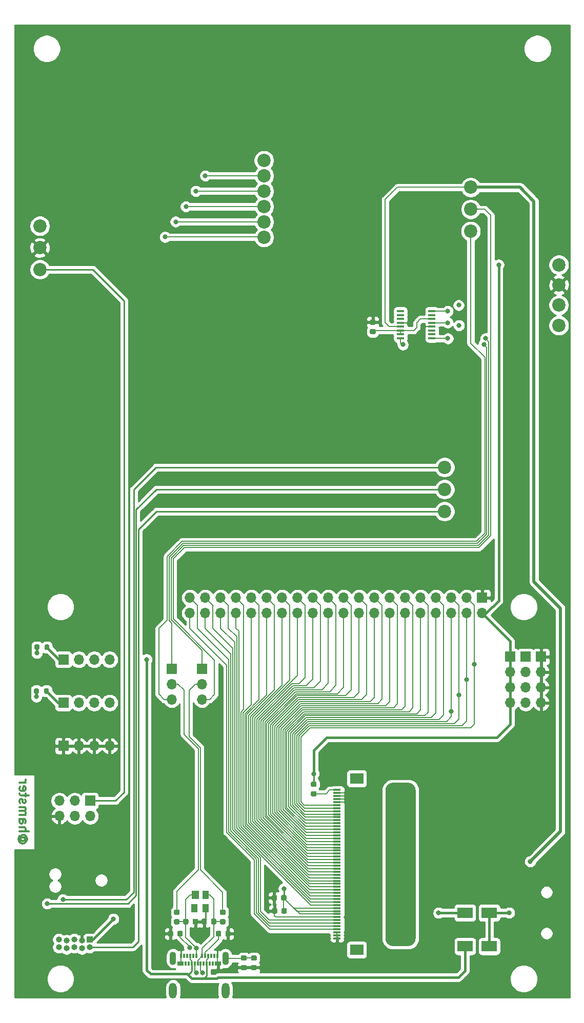
<source format=gbl>
G04 #@! TF.GenerationSoftware,KiCad,Pcbnew,(5.1.9)-1*
G04 #@! TF.CreationDate,2021-01-16T22:32:26-07:00*
G04 #@! TF.ProjectId,purplewizard-pogo,70757270-6c65-4776-997a-6172642d706f,1*
G04 #@! TF.SameCoordinates,Original*
G04 #@! TF.FileFunction,Copper,L2,Bot*
G04 #@! TF.FilePolarity,Positive*
%FSLAX46Y46*%
G04 Gerber Fmt 4.6, Leading zero omitted, Abs format (unit mm)*
G04 Created by KiCad (PCBNEW (5.1.9)-1) date 2021-01-16 22:32:26*
%MOMM*%
%LPD*%
G01*
G04 APERTURE LIST*
G04 #@! TA.AperFunction,NonConductor*
%ADD10C,0.300000*%
G04 #@! TD*
G04 #@! TA.AperFunction,ComponentPad*
%ADD11C,2.200000*%
G04 #@! TD*
G04 #@! TA.AperFunction,SMDPad,CuDef*
%ADD12R,2.500000X1.800000*%
G04 #@! TD*
G04 #@! TA.AperFunction,SMDPad,CuDef*
%ADD13R,1.300000X0.300000*%
G04 #@! TD*
G04 #@! TA.AperFunction,SMDPad,CuDef*
%ADD14R,2.200000X1.800000*%
G04 #@! TD*
G04 #@! TA.AperFunction,SMDPad,CuDef*
%ADD15R,1.000000X1.400000*%
G04 #@! TD*
G04 #@! TA.AperFunction,SMDPad,CuDef*
%ADD16R,1.200000X1.400000*%
G04 #@! TD*
G04 #@! TA.AperFunction,ComponentPad*
%ADD17R,1.000000X1.000000*%
G04 #@! TD*
G04 #@! TA.AperFunction,ComponentPad*
%ADD18O,1.000000X1.000000*%
G04 #@! TD*
G04 #@! TA.AperFunction,ComponentPad*
%ADD19O,1.300000X2.600000*%
G04 #@! TD*
G04 #@! TA.AperFunction,ComponentPad*
%ADD20O,1.100000X2.200000*%
G04 #@! TD*
G04 #@! TA.AperFunction,SMDPad,CuDef*
%ADD21R,1.000000X0.700000*%
G04 #@! TD*
G04 #@! TA.AperFunction,SMDPad,CuDef*
%ADD22R,0.300000X0.700000*%
G04 #@! TD*
G04 #@! TA.AperFunction,ComponentPad*
%ADD23O,1.700000X1.700000*%
G04 #@! TD*
G04 #@! TA.AperFunction,ComponentPad*
%ADD24R,1.700000X1.700000*%
G04 #@! TD*
G04 #@! TA.AperFunction,SMDPad,CuDef*
%ADD25R,1.200000X0.400000*%
G04 #@! TD*
G04 #@! TA.AperFunction,ViaPad*
%ADD26C,0.800000*%
G04 #@! TD*
G04 #@! TA.AperFunction,Conductor*
%ADD27C,0.203200*%
G04 #@! TD*
G04 #@! TA.AperFunction,Conductor*
%ADD28C,0.254000*%
G04 #@! TD*
G04 #@! TA.AperFunction,Conductor*
%ADD29C,0.177800*%
G04 #@! TD*
G04 #@! TA.AperFunction,Conductor*
%ADD30C,0.228600*%
G04 #@! TD*
G04 #@! TA.AperFunction,Conductor*
%ADD31C,0.381000*%
G04 #@! TD*
G04 #@! TA.AperFunction,Conductor*
%ADD32C,0.508000*%
G04 #@! TD*
G04 #@! TA.AperFunction,Conductor*
%ADD33C,0.100000*%
G04 #@! TD*
G04 APERTURE END LIST*
D10*
X126341314Y-153272171D02*
X126412742Y-153343600D01*
X126484171Y-153486457D01*
X126484171Y-153629314D01*
X126412742Y-153772171D01*
X126341314Y-153843600D01*
X126198457Y-153915028D01*
X126055600Y-153915028D01*
X125912742Y-153843600D01*
X125841314Y-153772171D01*
X125769885Y-153629314D01*
X125769885Y-153486457D01*
X125841314Y-153343600D01*
X125912742Y-153272171D01*
X126484171Y-153272171D02*
X125912742Y-153272171D01*
X125841314Y-153200742D01*
X125841314Y-153129314D01*
X125912742Y-152986457D01*
X126055600Y-152915028D01*
X126412742Y-152915028D01*
X126627028Y-153057885D01*
X126769885Y-153272171D01*
X126841314Y-153557885D01*
X126769885Y-153843600D01*
X126627028Y-154057885D01*
X126412742Y-154200742D01*
X126127028Y-154272171D01*
X125841314Y-154200742D01*
X125627028Y-154057885D01*
X125484171Y-153843600D01*
X125412742Y-153557885D01*
X125484171Y-153272171D01*
X125627028Y-153057885D01*
X125627028Y-152272171D02*
X127127028Y-152272171D01*
X125627028Y-151629314D02*
X126412742Y-151629314D01*
X126555600Y-151700742D01*
X126627028Y-151843600D01*
X126627028Y-152057885D01*
X126555600Y-152200742D01*
X126484171Y-152272171D01*
X125627028Y-150272171D02*
X126412742Y-150272171D01*
X126555600Y-150343600D01*
X126627028Y-150486457D01*
X126627028Y-150772171D01*
X126555600Y-150915028D01*
X125698457Y-150272171D02*
X125627028Y-150415028D01*
X125627028Y-150772171D01*
X125698457Y-150915028D01*
X125841314Y-150986457D01*
X125984171Y-150986457D01*
X126127028Y-150915028D01*
X126198457Y-150772171D01*
X126198457Y-150415028D01*
X126269885Y-150272171D01*
X125627028Y-149557885D02*
X126627028Y-149557885D01*
X126484171Y-149557885D02*
X126555600Y-149486457D01*
X126627028Y-149343600D01*
X126627028Y-149129314D01*
X126555600Y-148986457D01*
X126412742Y-148915028D01*
X125627028Y-148915028D01*
X126412742Y-148915028D02*
X126555600Y-148843600D01*
X126627028Y-148700742D01*
X126627028Y-148486457D01*
X126555600Y-148343600D01*
X126412742Y-148272171D01*
X125627028Y-148272171D01*
X125698457Y-147629314D02*
X125627028Y-147486457D01*
X125627028Y-147200742D01*
X125698457Y-147057885D01*
X125841314Y-146986457D01*
X125912742Y-146986457D01*
X126055600Y-147057885D01*
X126127028Y-147200742D01*
X126127028Y-147415028D01*
X126198457Y-147557885D01*
X126341314Y-147629314D01*
X126412742Y-147629314D01*
X126555600Y-147557885D01*
X126627028Y-147415028D01*
X126627028Y-147200742D01*
X126555600Y-147057885D01*
X126627028Y-146557885D02*
X126627028Y-145986457D01*
X127127028Y-146343600D02*
X125841314Y-146343600D01*
X125698457Y-146272171D01*
X125627028Y-146129314D01*
X125627028Y-145986457D01*
X125698457Y-144915028D02*
X125627028Y-145057885D01*
X125627028Y-145343600D01*
X125698457Y-145486457D01*
X125841314Y-145557885D01*
X126412742Y-145557885D01*
X126555600Y-145486457D01*
X126627028Y-145343600D01*
X126627028Y-145057885D01*
X126555600Y-144915028D01*
X126412742Y-144843600D01*
X126269885Y-144843600D01*
X126127028Y-145557885D01*
X125627028Y-144200742D02*
X126627028Y-144200742D01*
X126341314Y-144200742D02*
X126484171Y-144129314D01*
X126555600Y-144057885D01*
X126627028Y-143915028D01*
X126627028Y-143772171D01*
G04 #@! TA.AperFunction,WasherPad*
G36*
G01*
X186005600Y-169993600D02*
X186005600Y-145493600D01*
G75*
G02*
X187255600Y-144243600I1250000J0D01*
G01*
X189755600Y-144243600D01*
G75*
G02*
X191005600Y-145493600I0J-1250000D01*
G01*
X191005600Y-169993600D01*
G75*
G02*
X189755600Y-171243600I-1250000J0D01*
G01*
X187255600Y-171243600D01*
G75*
G02*
X186005600Y-169993600I0J1250000D01*
G01*
G37*
G04 #@! TD.AperFunction*
D11*
X214655600Y-58703600D03*
X214655600Y-62036933D03*
X214655600Y-68703600D03*
X214635600Y-65363600D03*
X165955600Y-51605600D03*
X165955600Y-43991600D03*
X165955600Y-49067600D03*
X128943600Y-52273600D03*
X165955600Y-41453600D03*
X165955600Y-46529600D03*
X165955600Y-54143600D03*
X128943600Y-59463600D03*
X128943600Y-55868600D03*
X200095600Y-53153600D03*
X200115600Y-49523600D03*
X200115600Y-45893600D03*
X195785600Y-99423600D03*
X195785600Y-95783600D03*
X195785600Y-92143600D03*
D12*
X199165600Y-171283600D03*
X203165600Y-171283600D03*
G04 #@! TA.AperFunction,SMDPad,CuDef*
G36*
G01*
X167220600Y-163529850D02*
X167220600Y-163017350D01*
G75*
G02*
X167439350Y-162798600I218750J0D01*
G01*
X167876850Y-162798600D01*
G75*
G02*
X168095600Y-163017350I0J-218750D01*
G01*
X168095600Y-163529850D01*
G75*
G02*
X167876850Y-163748600I-218750J0D01*
G01*
X167439350Y-163748600D01*
G75*
G02*
X167220600Y-163529850I0J218750D01*
G01*
G37*
G04 #@! TD.AperFunction*
G04 #@! TA.AperFunction,SMDPad,CuDef*
G36*
G01*
X168795600Y-163529850D02*
X168795600Y-163017350D01*
G75*
G02*
X169014350Y-162798600I218750J0D01*
G01*
X169451850Y-162798600D01*
G75*
G02*
X169670600Y-163017350I0J-218750D01*
G01*
X169670600Y-163529850D01*
G75*
G02*
X169451850Y-163748600I-218750J0D01*
G01*
X169014350Y-163748600D01*
G75*
G02*
X168795600Y-163529850I0J218750D01*
G01*
G37*
G04 #@! TD.AperFunction*
D13*
X178035600Y-169953600D03*
X178035600Y-169453600D03*
X178035600Y-168953600D03*
X178035600Y-168453600D03*
X178035600Y-167953600D03*
X178035600Y-167453600D03*
X178035600Y-166953600D03*
X178035600Y-166453600D03*
X178035600Y-165953600D03*
X178035600Y-165453600D03*
X178035600Y-164953600D03*
X178035600Y-164453600D03*
X178035600Y-163953600D03*
X178035600Y-163453600D03*
X178035600Y-162953600D03*
X178035600Y-162453600D03*
X178035600Y-161953600D03*
X178035600Y-161453600D03*
X178035600Y-160953600D03*
X178035600Y-160453600D03*
X178035600Y-159953600D03*
X178035600Y-159453600D03*
X178035600Y-158953600D03*
X178035600Y-158453600D03*
X178035600Y-157953600D03*
X178035600Y-157453600D03*
X178035600Y-156953600D03*
X178035600Y-156453600D03*
X178035600Y-155953600D03*
X178035600Y-155453600D03*
X178035600Y-154953600D03*
X178035600Y-154453600D03*
X178035600Y-153953600D03*
X178035600Y-153453600D03*
X178035600Y-152953600D03*
X178035600Y-152453600D03*
X178035600Y-151953600D03*
X178035600Y-151453600D03*
X178035600Y-150953600D03*
X178035600Y-150453600D03*
X178035600Y-149953600D03*
X178035600Y-149453600D03*
X178035600Y-148953600D03*
X178035600Y-148453600D03*
X178035600Y-147953600D03*
X178035600Y-147453600D03*
X178035600Y-146953600D03*
X178035600Y-146453600D03*
X178035600Y-145953600D03*
X178035600Y-145453600D03*
D14*
X181285600Y-143553600D03*
X181285600Y-171853600D03*
D12*
X199165600Y-165743600D03*
X203165600Y-165743600D03*
G04 #@! TA.AperFunction,SMDPad,CuDef*
G36*
G01*
X153492268Y-166937350D02*
X153492268Y-167449850D01*
G75*
G02*
X153273518Y-167668600I-218750J0D01*
G01*
X152836018Y-167668600D01*
G75*
G02*
X152617268Y-167449850I0J218750D01*
G01*
X152617268Y-166937350D01*
G75*
G02*
X152836018Y-166718600I218750J0D01*
G01*
X153273518Y-166718600D01*
G75*
G02*
X153492268Y-166937350I0J-218750D01*
G01*
G37*
G04 #@! TD.AperFunction*
G04 #@! TA.AperFunction,SMDPad,CuDef*
G36*
G01*
X155067268Y-166937350D02*
X155067268Y-167449850D01*
G75*
G02*
X154848518Y-167668600I-218750J0D01*
G01*
X154411018Y-167668600D01*
G75*
G02*
X154192268Y-167449850I0J218750D01*
G01*
X154192268Y-166937350D01*
G75*
G02*
X154411018Y-166718600I218750J0D01*
G01*
X154848518Y-166718600D01*
G75*
G02*
X155067268Y-166937350I0J-218750D01*
G01*
G37*
G04 #@! TD.AperFunction*
G04 #@! TA.AperFunction,SMDPad,CuDef*
G36*
G01*
X156518934Y-166927350D02*
X156518934Y-167439850D01*
G75*
G02*
X156300184Y-167658600I-218750J0D01*
G01*
X155862684Y-167658600D01*
G75*
G02*
X155643934Y-167439850I0J218750D01*
G01*
X155643934Y-166927350D01*
G75*
G02*
X155862684Y-166708600I218750J0D01*
G01*
X156300184Y-166708600D01*
G75*
G02*
X156518934Y-166927350I0J-218750D01*
G01*
G37*
G04 #@! TD.AperFunction*
G04 #@! TA.AperFunction,SMDPad,CuDef*
G36*
G01*
X158093934Y-166927350D02*
X158093934Y-167439850D01*
G75*
G02*
X157875184Y-167658600I-218750J0D01*
G01*
X157437684Y-167658600D01*
G75*
G02*
X157218934Y-167439850I0J218750D01*
G01*
X157218934Y-166927350D01*
G75*
G02*
X157437684Y-166708600I218750J0D01*
G01*
X157875184Y-166708600D01*
G75*
G02*
X158093934Y-166927350I0J-218750D01*
G01*
G37*
G04 #@! TD.AperFunction*
G04 #@! TA.AperFunction,SMDPad,CuDef*
G36*
G01*
X162369350Y-174353600D02*
X162881850Y-174353600D01*
G75*
G02*
X163100600Y-174572350I0J-218750D01*
G01*
X163100600Y-175009850D01*
G75*
G02*
X162881850Y-175228600I-218750J0D01*
G01*
X162369350Y-175228600D01*
G75*
G02*
X162150600Y-175009850I0J218750D01*
G01*
X162150600Y-174572350D01*
G75*
G02*
X162369350Y-174353600I218750J0D01*
G01*
G37*
G04 #@! TD.AperFunction*
G04 #@! TA.AperFunction,SMDPad,CuDef*
G36*
G01*
X162369350Y-172778600D02*
X162881850Y-172778600D01*
G75*
G02*
X163100600Y-172997350I0J-218750D01*
G01*
X163100600Y-173434850D01*
G75*
G02*
X162881850Y-173653600I-218750J0D01*
G01*
X162369350Y-173653600D01*
G75*
G02*
X162150600Y-173434850I0J218750D01*
G01*
X162150600Y-172997350D01*
G75*
G02*
X162369350Y-172778600I218750J0D01*
G01*
G37*
G04 #@! TD.AperFunction*
D15*
X154425600Y-165003600D03*
X156325600Y-165003600D03*
X156325600Y-162803600D03*
D16*
X154605600Y-162803600D03*
G04 #@! TA.AperFunction,SMDPad,CuDef*
G36*
G01*
X173919350Y-145643600D02*
X174431850Y-145643600D01*
G75*
G02*
X174650600Y-145862350I0J-218750D01*
G01*
X174650600Y-146299850D01*
G75*
G02*
X174431850Y-146518600I-218750J0D01*
G01*
X173919350Y-146518600D01*
G75*
G02*
X173700600Y-146299850I0J218750D01*
G01*
X173700600Y-145862350D01*
G75*
G02*
X173919350Y-145643600I218750J0D01*
G01*
G37*
G04 #@! TD.AperFunction*
G04 #@! TA.AperFunction,SMDPad,CuDef*
G36*
G01*
X173919350Y-144068600D02*
X174431850Y-144068600D01*
G75*
G02*
X174650600Y-144287350I0J-218750D01*
G01*
X174650600Y-144724850D01*
G75*
G02*
X174431850Y-144943600I-218750J0D01*
G01*
X173919350Y-144943600D01*
G75*
G02*
X173700600Y-144724850I0J218750D01*
G01*
X173700600Y-144287350D01*
G75*
G02*
X173919350Y-144068600I218750J0D01*
G01*
G37*
G04 #@! TD.AperFunction*
G04 #@! TA.AperFunction,SMDPad,CuDef*
G36*
G01*
X151821850Y-166093600D02*
X151309350Y-166093600D01*
G75*
G02*
X151090600Y-165874850I0J218750D01*
G01*
X151090600Y-165437350D01*
G75*
G02*
X151309350Y-165218600I218750J0D01*
G01*
X151821850Y-165218600D01*
G75*
G02*
X152040600Y-165437350I0J-218750D01*
G01*
X152040600Y-165874850D01*
G75*
G02*
X151821850Y-166093600I-218750J0D01*
G01*
G37*
G04 #@! TD.AperFunction*
G04 #@! TA.AperFunction,SMDPad,CuDef*
G36*
G01*
X151821850Y-167668600D02*
X151309350Y-167668600D01*
G75*
G02*
X151090600Y-167449850I0J218750D01*
G01*
X151090600Y-167012350D01*
G75*
G02*
X151309350Y-166793600I218750J0D01*
G01*
X151821850Y-166793600D01*
G75*
G02*
X152040600Y-167012350I0J-218750D01*
G01*
X152040600Y-167449850D01*
G75*
G02*
X151821850Y-167668600I-218750J0D01*
G01*
G37*
G04 #@! TD.AperFunction*
G04 #@! TA.AperFunction,SMDPad,CuDef*
G36*
G01*
X151655600Y-169449850D02*
X151655600Y-168937350D01*
G75*
G02*
X151874350Y-168718600I218750J0D01*
G01*
X152311850Y-168718600D01*
G75*
G02*
X152530600Y-168937350I0J-218750D01*
G01*
X152530600Y-169449850D01*
G75*
G02*
X152311850Y-169668600I-218750J0D01*
G01*
X151874350Y-169668600D01*
G75*
G02*
X151655600Y-169449850I0J218750D01*
G01*
G37*
G04 #@! TD.AperFunction*
G04 #@! TA.AperFunction,SMDPad,CuDef*
G36*
G01*
X150080600Y-169449850D02*
X150080600Y-168937350D01*
G75*
G02*
X150299350Y-168718600I218750J0D01*
G01*
X150736850Y-168718600D01*
G75*
G02*
X150955600Y-168937350I0J-218750D01*
G01*
X150955600Y-169449850D01*
G75*
G02*
X150736850Y-169668600I-218750J0D01*
G01*
X150299350Y-169668600D01*
G75*
G02*
X150080600Y-169449850I0J218750D01*
G01*
G37*
G04 #@! TD.AperFunction*
G04 #@! TA.AperFunction,SMDPad,CuDef*
G36*
G01*
X159585600Y-169449850D02*
X159585600Y-168937350D01*
G75*
G02*
X159804350Y-168718600I218750J0D01*
G01*
X160241850Y-168718600D01*
G75*
G02*
X160460600Y-168937350I0J-218750D01*
G01*
X160460600Y-169449850D01*
G75*
G02*
X160241850Y-169668600I-218750J0D01*
G01*
X159804350Y-169668600D01*
G75*
G02*
X159585600Y-169449850I0J218750D01*
G01*
G37*
G04 #@! TD.AperFunction*
G04 #@! TA.AperFunction,SMDPad,CuDef*
G36*
G01*
X158010600Y-169449850D02*
X158010600Y-168937350D01*
G75*
G02*
X158229350Y-168718600I218750J0D01*
G01*
X158666850Y-168718600D01*
G75*
G02*
X158885600Y-168937350I0J-218750D01*
G01*
X158885600Y-169449850D01*
G75*
G02*
X158666850Y-169668600I-218750J0D01*
G01*
X158229350Y-169668600D01*
G75*
G02*
X158010600Y-169449850I0J218750D01*
G01*
G37*
G04 #@! TD.AperFunction*
G04 #@! TA.AperFunction,SMDPad,CuDef*
G36*
G01*
X159401850Y-166083600D02*
X158889350Y-166083600D01*
G75*
G02*
X158670600Y-165864850I0J218750D01*
G01*
X158670600Y-165427350D01*
G75*
G02*
X158889350Y-165208600I218750J0D01*
G01*
X159401850Y-165208600D01*
G75*
G02*
X159620600Y-165427350I0J-218750D01*
G01*
X159620600Y-165864850D01*
G75*
G02*
X159401850Y-166083600I-218750J0D01*
G01*
G37*
G04 #@! TD.AperFunction*
G04 #@! TA.AperFunction,SMDPad,CuDef*
G36*
G01*
X159401850Y-167658600D02*
X158889350Y-167658600D01*
G75*
G02*
X158670600Y-167439850I0J218750D01*
G01*
X158670600Y-167002350D01*
G75*
G02*
X158889350Y-166783600I218750J0D01*
G01*
X159401850Y-166783600D01*
G75*
G02*
X159620600Y-167002350I0J-218750D01*
G01*
X159620600Y-167439850D01*
G75*
G02*
X159401850Y-167658600I-218750J0D01*
G01*
G37*
G04 #@! TD.AperFunction*
D17*
X137175600Y-170153600D03*
D18*
X137175600Y-171423600D03*
X135905600Y-170353600D03*
X135905600Y-171623600D03*
X134635600Y-170153600D03*
X134635600Y-171423600D03*
X133365600Y-170353600D03*
X133365600Y-171623600D03*
X132095600Y-170153600D03*
X132095600Y-171423600D03*
D19*
X150945600Y-178623600D03*
X159585600Y-178623600D03*
D20*
X150945600Y-173263600D03*
X159585600Y-173263600D03*
D21*
X158365600Y-174153600D03*
D22*
X157515600Y-174153600D03*
X157015600Y-174153600D03*
X156515600Y-174153600D03*
X156015600Y-174153600D03*
X155515600Y-174153600D03*
X155015600Y-174153600D03*
X154515600Y-174153600D03*
X154015600Y-174153600D03*
X153515600Y-174153600D03*
X153015600Y-174153600D03*
D21*
X152165600Y-174153600D03*
D22*
X152265600Y-172853600D03*
X152765600Y-172853600D03*
X153265600Y-172853600D03*
X153765600Y-172853600D03*
X154265600Y-172853600D03*
X154765600Y-172853600D03*
X155765600Y-172853600D03*
X156265600Y-172853600D03*
X156765600Y-172853600D03*
X157265600Y-172853600D03*
X157765600Y-172853600D03*
X158265600Y-172853600D03*
G04 #@! TA.AperFunction,SMDPad,CuDef*
G36*
G01*
X164039350Y-174353600D02*
X164551850Y-174353600D01*
G75*
G02*
X164770600Y-174572350I0J-218750D01*
G01*
X164770600Y-175009850D01*
G75*
G02*
X164551850Y-175228600I-218750J0D01*
G01*
X164039350Y-175228600D01*
G75*
G02*
X163820600Y-175009850I0J218750D01*
G01*
X163820600Y-174572350D01*
G75*
G02*
X164039350Y-174353600I218750J0D01*
G01*
G37*
G04 #@! TD.AperFunction*
G04 #@! TA.AperFunction,SMDPad,CuDef*
G36*
G01*
X164039350Y-172778600D02*
X164551850Y-172778600D01*
G75*
G02*
X164770600Y-172997350I0J-218750D01*
G01*
X164770600Y-173434850D01*
G75*
G02*
X164551850Y-173653600I-218750J0D01*
G01*
X164039350Y-173653600D01*
G75*
G02*
X163820600Y-173434850I0J218750D01*
G01*
X163820600Y-172997350D01*
G75*
G02*
X164039350Y-172778600I218750J0D01*
G01*
G37*
G04 #@! TD.AperFunction*
G04 #@! TA.AperFunction,SMDPad,CuDef*
G36*
G01*
X167270600Y-165679850D02*
X167270600Y-165167350D01*
G75*
G02*
X167489350Y-164948600I218750J0D01*
G01*
X167926850Y-164948600D01*
G75*
G02*
X168145600Y-165167350I0J-218750D01*
G01*
X168145600Y-165679850D01*
G75*
G02*
X167926850Y-165898600I-218750J0D01*
G01*
X167489350Y-165898600D01*
G75*
G02*
X167270600Y-165679850I0J218750D01*
G01*
G37*
G04 #@! TD.AperFunction*
G04 #@! TA.AperFunction,SMDPad,CuDef*
G36*
G01*
X168845600Y-165679850D02*
X168845600Y-165167350D01*
G75*
G02*
X169064350Y-164948600I218750J0D01*
G01*
X169501850Y-164948600D01*
G75*
G02*
X169720600Y-165167350I0J-218750D01*
G01*
X169720600Y-165679850D01*
G75*
G02*
X169501850Y-165898600I-218750J0D01*
G01*
X169064350Y-165898600D01*
G75*
G02*
X168845600Y-165679850I0J218750D01*
G01*
G37*
G04 #@! TD.AperFunction*
D23*
X140460601Y-138168599D03*
X137920601Y-138168599D03*
X135380601Y-138168599D03*
D24*
X132840601Y-138168599D03*
X132840601Y-131038599D03*
D23*
X135380601Y-131038599D03*
X137920601Y-131038599D03*
X140460601Y-131038599D03*
D24*
X132840601Y-123908599D03*
D23*
X135380601Y-123908599D03*
X137920601Y-123908599D03*
X140460601Y-123908599D03*
D24*
X137245600Y-147233600D03*
D23*
X137245600Y-149773600D03*
X134705600Y-147233600D03*
X134705600Y-149773600D03*
X132165600Y-147233600D03*
X132165600Y-149773600D03*
D24*
X209175600Y-123433600D03*
D23*
X209175600Y-125973600D03*
X209175600Y-128513600D03*
X209175600Y-131053600D03*
D24*
X211715600Y-123433600D03*
D23*
X211715600Y-125973600D03*
X211715600Y-128513600D03*
X211715600Y-131053600D03*
X206635600Y-131053600D03*
X206635600Y-128513600D03*
X206635600Y-125973600D03*
D24*
X206635600Y-123433600D03*
X201985600Y-113693600D03*
D23*
X201985600Y-116233600D03*
X199445600Y-113693600D03*
X199445600Y-116233600D03*
X196905600Y-113693600D03*
X196905600Y-116233600D03*
X194365600Y-113693600D03*
X194365600Y-116233600D03*
X191825600Y-113693600D03*
X191825600Y-116233600D03*
X189285600Y-113693600D03*
X189285600Y-116233600D03*
X186745600Y-113693600D03*
X186745600Y-116233600D03*
X184205600Y-113693600D03*
X184205600Y-116233600D03*
X181665600Y-113693600D03*
X181665600Y-116233600D03*
X179125600Y-113693600D03*
X179125600Y-116233600D03*
X176585600Y-113693600D03*
X176585600Y-116233600D03*
X174045600Y-113693600D03*
X174045600Y-116233600D03*
X171505600Y-113693600D03*
X171505600Y-116233600D03*
X168965600Y-113693600D03*
X168965600Y-116233600D03*
X166425600Y-113693600D03*
X166425600Y-116233600D03*
X163885600Y-113693600D03*
X163885600Y-116233600D03*
X161345600Y-113693600D03*
X161345600Y-116233600D03*
X158805600Y-113693600D03*
X158805600Y-116233600D03*
X156265600Y-113693600D03*
X156265600Y-116233600D03*
X153725600Y-113693600D03*
X153725600Y-116233600D03*
G04 #@! TA.AperFunction,SMDPad,CuDef*
G36*
G01*
X128780600Y-128818600D02*
X128780600Y-129368600D01*
G75*
G02*
X128580600Y-129568600I-200000J0D01*
G01*
X128180600Y-129568600D01*
G75*
G02*
X127980600Y-129368600I0J200000D01*
G01*
X127980600Y-128818600D01*
G75*
G02*
X128180600Y-128618600I200000J0D01*
G01*
X128580600Y-128618600D01*
G75*
G02*
X128780600Y-128818600I0J-200000D01*
G01*
G37*
G04 #@! TD.AperFunction*
G04 #@! TA.AperFunction,SMDPad,CuDef*
G36*
G01*
X130430600Y-128818600D02*
X130430600Y-129368600D01*
G75*
G02*
X130230600Y-129568600I-200000J0D01*
G01*
X129830600Y-129568600D01*
G75*
G02*
X129630600Y-129368600I0J200000D01*
G01*
X129630600Y-128818600D01*
G75*
G02*
X129830600Y-128618600I200000J0D01*
G01*
X130230600Y-128618600D01*
G75*
G02*
X130430600Y-128818600I0J-200000D01*
G01*
G37*
G04 #@! TD.AperFunction*
G04 #@! TA.AperFunction,SMDPad,CuDef*
G36*
G01*
X130510600Y-121598600D02*
X130510600Y-122148600D01*
G75*
G02*
X130310600Y-122348600I-200000J0D01*
G01*
X129910600Y-122348600D01*
G75*
G02*
X129710600Y-122148600I0J200000D01*
G01*
X129710600Y-121598600D01*
G75*
G02*
X129910600Y-121398600I200000J0D01*
G01*
X130310600Y-121398600D01*
G75*
G02*
X130510600Y-121598600I0J-200000D01*
G01*
G37*
G04 #@! TD.AperFunction*
G04 #@! TA.AperFunction,SMDPad,CuDef*
G36*
G01*
X128860600Y-121598600D02*
X128860600Y-122148600D01*
G75*
G02*
X128660600Y-122348600I-200000J0D01*
G01*
X128260600Y-122348600D01*
G75*
G02*
X128060600Y-122148600I0J200000D01*
G01*
X128060600Y-121598600D01*
G75*
G02*
X128260600Y-121398600I200000J0D01*
G01*
X128660600Y-121398600D01*
G75*
G02*
X128860600Y-121598600I0J-200000D01*
G01*
G37*
G04 #@! TD.AperFunction*
G04 #@! TA.AperFunction,SMDPad,CuDef*
G36*
G01*
X184175600Y-70178600D02*
X183675600Y-70178600D01*
G75*
G02*
X183450600Y-69953600I0J225000D01*
G01*
X183450600Y-69503600D01*
G75*
G02*
X183675600Y-69278600I225000J0D01*
G01*
X184175600Y-69278600D01*
G75*
G02*
X184400600Y-69503600I0J-225000D01*
G01*
X184400600Y-69953600D01*
G75*
G02*
X184175600Y-70178600I-225000J0D01*
G01*
G37*
G04 #@! TD.AperFunction*
G04 #@! TA.AperFunction,SMDPad,CuDef*
G36*
G01*
X184175600Y-68628600D02*
X183675600Y-68628600D01*
G75*
G02*
X183450600Y-68403600I0J225000D01*
G01*
X183450600Y-67953600D01*
G75*
G02*
X183675600Y-67728600I225000J0D01*
G01*
X184175600Y-67728600D01*
G75*
G02*
X184400600Y-67953600I0J-225000D01*
G01*
X184400600Y-68403600D01*
G75*
G02*
X184175600Y-68628600I-225000J0D01*
G01*
G37*
G04 #@! TD.AperFunction*
D24*
X150735600Y-125413600D03*
D23*
X150735600Y-127953600D03*
X150735600Y-130493600D03*
X155715600Y-130493600D03*
X155715600Y-127953600D03*
D24*
X155715600Y-125413600D03*
D25*
X193695600Y-66361100D03*
X193695600Y-66996100D03*
X193695600Y-67631100D03*
X193695600Y-68266100D03*
X193695600Y-68901100D03*
X193695600Y-69536100D03*
X193695600Y-70171100D03*
X193695600Y-70806100D03*
X188495600Y-70806100D03*
X188495600Y-70171100D03*
X188495600Y-69536100D03*
X188495600Y-68901100D03*
X188495600Y-68266100D03*
X188495600Y-67631100D03*
X188495600Y-66996100D03*
X188495600Y-66361100D03*
D26*
X167705600Y-161503600D03*
X155375600Y-168553600D03*
X159995600Y-170913600D03*
X162745600Y-157743600D03*
X135275600Y-158113600D03*
X126835600Y-126903600D03*
X202265600Y-108503600D03*
X206445600Y-108503600D03*
X141895600Y-148293600D03*
X147825600Y-148293600D03*
X151665600Y-90183600D03*
X151665600Y-101983600D03*
X151665600Y-94003600D03*
X151665600Y-97663600D03*
X174175600Y-142763600D03*
X169235600Y-161733600D03*
X141105600Y-166753600D03*
X204715600Y-58693600D03*
X146575600Y-123893600D03*
X154835600Y-171593600D03*
X155835600Y-175673600D03*
X194785600Y-165753600D03*
X196295600Y-68263600D03*
X198155600Y-68703600D03*
X196295600Y-66363600D03*
X198115600Y-65363600D03*
X132755600Y-163533600D03*
X130165600Y-164233600D03*
X154765600Y-175663600D03*
X153655600Y-171543600D03*
X149615600Y-54093600D03*
X151375600Y-51573600D03*
X153075600Y-49073600D03*
X154705600Y-46523600D03*
X156275600Y-43983600D03*
X196905600Y-132453600D03*
X198165600Y-129793600D03*
X199445600Y-127233600D03*
X200705600Y-124683600D03*
X206445600Y-165743600D03*
X128375600Y-130043600D03*
X128465600Y-122833600D03*
X209935600Y-157273600D03*
X202265600Y-71863600D03*
X188895600Y-71873600D03*
X202565600Y-70863600D03*
X196315600Y-70873600D03*
D27*
X158265600Y-174053600D02*
X158365600Y-174153600D01*
D28*
X156325600Y-165003600D02*
X156325600Y-166939434D01*
X156325600Y-166939434D02*
X156081434Y-167183600D01*
D27*
X152265600Y-172853600D02*
X152265600Y-174053600D01*
X152265600Y-174053600D02*
X152165600Y-174153600D01*
X158265600Y-172853600D02*
X158265600Y-174053600D01*
D29*
X211715600Y-123433600D02*
X211715600Y-125973600D01*
X211715600Y-125973600D02*
X211715600Y-128513600D01*
X211715600Y-128513600D02*
X211715600Y-131053600D01*
X178035600Y-166453600D02*
X167885600Y-166453600D01*
X167708100Y-166276100D02*
X167708100Y-165423600D01*
X167885600Y-166453600D02*
X167708100Y-166276100D01*
X167708100Y-163323600D02*
X167658100Y-163273600D01*
X167708100Y-165423600D02*
X167708100Y-163323600D01*
X178035600Y-145953600D02*
X179915600Y-145953600D01*
X178035600Y-146453600D02*
X179645600Y-146453600D01*
X178035600Y-146953600D02*
X179705600Y-146953600D01*
X178035600Y-147453600D02*
X179745600Y-147453600D01*
X178035600Y-169953600D02*
X178035600Y-169453600D01*
X178035600Y-169453600D02*
X178035600Y-168953600D01*
D30*
X152265600Y-172853600D02*
X152265600Y-171753600D01*
X152265600Y-171753600D02*
X151945600Y-171433600D01*
X158265600Y-172853600D02*
X158265600Y-171793600D01*
X158265600Y-171793600D02*
X158815600Y-171243600D01*
D29*
X188495600Y-68266100D02*
X189938100Y-68266100D01*
X193695600Y-68901100D02*
X192258100Y-68901100D01*
X170913100Y-164953600D02*
X169233100Y-163273600D01*
X178035600Y-164953600D02*
X170913100Y-164953600D01*
X171413100Y-165453600D02*
X169233100Y-163273600D01*
X178035600Y-165453600D02*
X171413100Y-165453600D01*
X171913100Y-165953600D02*
X169233100Y-163273600D01*
X178035600Y-165953600D02*
X171913100Y-165953600D01*
X169233100Y-165373600D02*
X169283100Y-165423600D01*
X169233100Y-163273600D02*
X169233100Y-165373600D01*
D28*
X174175600Y-144506100D02*
X174175600Y-142763600D01*
X169235600Y-163271100D02*
X169233100Y-163273600D01*
X169235600Y-161733600D02*
X169235600Y-163271100D01*
D31*
X206635600Y-131053600D02*
X206635600Y-128513600D01*
X206635600Y-128513600D02*
X206635600Y-125973600D01*
X206635600Y-125973600D02*
X206635600Y-123433600D01*
X206635600Y-123433600D02*
X206635600Y-120883600D01*
X204565600Y-118813600D02*
X201985600Y-116233600D01*
X206635600Y-120883600D02*
X204565600Y-118813600D01*
X137705600Y-170153600D02*
X141105600Y-166753600D01*
X137175600Y-170153600D02*
X137705600Y-170153600D01*
X206635600Y-134593600D02*
X204405600Y-136823600D01*
X206635600Y-131053600D02*
X206635600Y-134593600D01*
X174175600Y-142763600D02*
X174175600Y-138943600D01*
X176295600Y-136823600D02*
X204405600Y-136823600D01*
X174175600Y-138943600D02*
X176295600Y-136823600D01*
X131975599Y-131038599D02*
X130030600Y-129093600D01*
X132840601Y-131038599D02*
X131975599Y-131038599D01*
X201985600Y-116233600D02*
X202655600Y-116233600D01*
X202655600Y-116233600D02*
X204715600Y-114173600D01*
X204715600Y-114173600D02*
X204715600Y-58693600D01*
D27*
X154015600Y-173696398D02*
X154015600Y-174153600D01*
D30*
X156515600Y-174153600D02*
X156515600Y-176133600D01*
D27*
X153765600Y-173446398D02*
X154015600Y-173696398D01*
X153765600Y-172853600D02*
X153765600Y-173446398D01*
D30*
X156515600Y-176133600D02*
X156035600Y-176613600D01*
D27*
X156515600Y-174153600D02*
X156515600Y-173560802D01*
X156515600Y-173560802D02*
X156765600Y-173310802D01*
X156765600Y-173310802D02*
X156765600Y-172853600D01*
D31*
X154035600Y-176613600D02*
X156035600Y-176613600D01*
D30*
X154015600Y-175403600D02*
X153420600Y-175998600D01*
D31*
X153420600Y-175998600D02*
X154035600Y-176613600D01*
D30*
X154015600Y-174153600D02*
X154015600Y-175403600D01*
D31*
X156035600Y-176613600D02*
X158175600Y-176613600D01*
X158175600Y-176613600D02*
X158375600Y-176413600D01*
X158375600Y-176413600D02*
X198045600Y-176413600D01*
X199165600Y-175293600D02*
X199165600Y-171283600D01*
X198045600Y-176413600D02*
X199165600Y-175293600D01*
X146575600Y-175203600D02*
X146575600Y-152203600D01*
X147225600Y-175853600D02*
X146575600Y-175203600D01*
X153275600Y-175853600D02*
X147225600Y-175853600D01*
X153420600Y-175998600D02*
X153275600Y-175853600D01*
X146575600Y-152203600D02*
X146575600Y-123893600D01*
X132145599Y-123908599D02*
X130110600Y-121873600D01*
X132840601Y-123908599D02*
X132145599Y-123908599D01*
D27*
X154835600Y-171593600D02*
X154835600Y-172783600D01*
X153802400Y-162803600D02*
X153054768Y-163551232D01*
D29*
X155515600Y-175353600D02*
X155835600Y-175673600D01*
D27*
X153054768Y-167193600D02*
X151603100Y-167193600D01*
X153054768Y-163551232D02*
X153054768Y-166718600D01*
X154835600Y-171593600D02*
X153054768Y-169812768D01*
X153054768Y-166718600D02*
X153054768Y-167193600D01*
X153054768Y-169812768D02*
X153054768Y-167193600D01*
X154835600Y-172783600D02*
X154765600Y-172853600D01*
D29*
X155515600Y-174153600D02*
X155515600Y-175353600D01*
D27*
X154605600Y-162803600D02*
X153802400Y-162803600D01*
X151603100Y-167193600D02*
X151565600Y-167231100D01*
X159145600Y-167221100D02*
X157693934Y-167221100D01*
X155015600Y-173603600D02*
X155015600Y-174153600D01*
X157656434Y-167183600D02*
X157656434Y-163431234D01*
X157693934Y-167221100D02*
X157656434Y-167183600D01*
X157656434Y-163431234D02*
X157028800Y-162803600D01*
X157656434Y-167183600D02*
X157656434Y-169692766D01*
X157028800Y-162803600D02*
X156325600Y-162803600D01*
X155765600Y-172853600D02*
X155015600Y-173603600D01*
X157656434Y-169692766D02*
X155765600Y-171583600D01*
X155765600Y-171583600D02*
X155765600Y-172853600D01*
X162578100Y-173263600D02*
X162625600Y-173216100D01*
X162625600Y-173216100D02*
X164295600Y-173216100D01*
X159585600Y-173263600D02*
X162578100Y-173263600D01*
D31*
X199155600Y-165753600D02*
X199165600Y-165743600D01*
X194785600Y-165753600D02*
X199155600Y-165753600D01*
D29*
X214655600Y-68703600D02*
X214655600Y-68703600D01*
X196293100Y-68266100D02*
X196295600Y-68263600D01*
X193695600Y-68266100D02*
X196293100Y-68266100D01*
X196293100Y-66361100D02*
X193695600Y-66361100D01*
X196295600Y-66363600D02*
X196293100Y-66361100D01*
D28*
X144432780Y-95846420D02*
X148135600Y-92143600D01*
X144432780Y-162323600D02*
X144432780Y-95846420D01*
X143222780Y-163533600D02*
X144432780Y-162323600D01*
X148135600Y-92143600D02*
X195785600Y-92143600D01*
X132755600Y-163533600D02*
X143222780Y-163533600D01*
X148205600Y-95783600D02*
X195785600Y-95783600D01*
X144839190Y-99150010D02*
X148205600Y-95783600D01*
X144839190Y-162900010D02*
X144839190Y-99150010D01*
X143505600Y-164233600D02*
X144839190Y-162900010D01*
X130165600Y-164233600D02*
X143505600Y-164233600D01*
X148215600Y-99423600D02*
X195785600Y-99423600D01*
X145245600Y-102393600D02*
X148215600Y-99423600D01*
X145245600Y-170473600D02*
X145245600Y-102393600D01*
X144295600Y-171423600D02*
X145245600Y-170473600D01*
X137175600Y-171423600D02*
X144295600Y-171423600D01*
D27*
X157224000Y-171342000D02*
X158448100Y-170117900D01*
X157215600Y-171343600D02*
X157224000Y-171342000D01*
X156265600Y-172300400D02*
X157215600Y-171343600D01*
X156265600Y-172853600D02*
X156265600Y-172300400D01*
X158448100Y-169668600D02*
X158448100Y-169193600D01*
X158448100Y-170117900D02*
X158448100Y-169668600D01*
D29*
X154515600Y-175413600D02*
X154765600Y-175663600D01*
X152093100Y-169781100D02*
X152093100Y-169193600D01*
X154515600Y-174153600D02*
X154515600Y-175413600D01*
X153655600Y-171343600D02*
X152093100Y-169781100D01*
X153655600Y-171543600D02*
X153655600Y-171343600D01*
X178035600Y-145453600D02*
X176825600Y-145453600D01*
X176198100Y-146081100D02*
X174175600Y-146081100D01*
X176825600Y-145453600D02*
X176198100Y-146081100D01*
X157525600Y-114953600D02*
X156265600Y-113693600D01*
X157525600Y-118733600D02*
X157525600Y-114953600D01*
X160814550Y-122022550D02*
X157525600Y-118733600D01*
X165355600Y-156594138D02*
X160814550Y-152053088D01*
X165355600Y-165493600D02*
X165355600Y-156594138D01*
X160814550Y-152053088D02*
X160814550Y-122022550D01*
X166815600Y-166953600D02*
X165355600Y-165493600D01*
X178035600Y-166953600D02*
X166815600Y-166953600D01*
X153725600Y-113693600D02*
X153725600Y-113723600D01*
X154995600Y-118743600D02*
X154995600Y-114963600D01*
X160154130Y-123902130D02*
X154995600Y-118743600D01*
X160154130Y-152326640D02*
X160154130Y-123902130D01*
X164695180Y-156867690D02*
X160154130Y-152326640D01*
X164695180Y-165767152D02*
X164695180Y-156867690D01*
X154995600Y-114963600D02*
X153725600Y-113693600D01*
X166881628Y-167953600D02*
X164695180Y-165767152D01*
X178035600Y-167953600D02*
X166881628Y-167953600D01*
X156265600Y-118733600D02*
X156265600Y-116233600D01*
X160484340Y-152189864D02*
X160484340Y-122952340D01*
X165025390Y-156730914D02*
X160484340Y-152189864D01*
X165025390Y-165630376D02*
X165025390Y-156730914D01*
X160484340Y-122952340D02*
X156265600Y-118733600D01*
X166848614Y-167453600D02*
X165025390Y-165630376D01*
X178035600Y-167453600D02*
X166848614Y-167453600D01*
X153725600Y-118763600D02*
X153725600Y-116233600D01*
X159823920Y-124861920D02*
X153725600Y-118763600D01*
X164364970Y-157004466D02*
X159823920Y-152463416D01*
X164364970Y-165903928D02*
X164364970Y-157004466D01*
X166914642Y-168453600D02*
X164364970Y-165903928D01*
X159823920Y-152463416D02*
X159823920Y-124861920D01*
X178035600Y-168453600D02*
X166914642Y-168453600D01*
D28*
X137685600Y-59463600D02*
X128943600Y-59463600D01*
X142865600Y-64643600D02*
X137685600Y-59463600D01*
X141455600Y-147233600D02*
X142865600Y-145823600D01*
X137245600Y-147233600D02*
X141455600Y-147233600D01*
X142865600Y-145823600D02*
X142865600Y-64643600D01*
D29*
X151565600Y-165656100D02*
X151565600Y-162183600D01*
X151565600Y-162183600D02*
X155135600Y-158613600D01*
X155135600Y-158613600D02*
X155135600Y-138623600D01*
X155135600Y-138623600D02*
X152765600Y-136253600D01*
X152765600Y-136253600D02*
X152765600Y-128933600D01*
X151785600Y-127953600D02*
X150735600Y-127953600D01*
X152765600Y-128933600D02*
X151785600Y-127953600D01*
X159145600Y-165646100D02*
X159145600Y-162353600D01*
X159145600Y-162353600D02*
X155465810Y-158673810D01*
X155465810Y-158673810D02*
X155465810Y-138486824D01*
X155465810Y-138486824D02*
X153605600Y-136626614D01*
X153605600Y-136626614D02*
X153605600Y-128963600D01*
X154615600Y-127953600D02*
X155715600Y-127953600D01*
X153605600Y-128963600D02*
X154615600Y-127953600D01*
X165905600Y-54093600D02*
X165955600Y-54143600D01*
X149615600Y-54093600D02*
X165905600Y-54093600D01*
X158805600Y-118733600D02*
X158805600Y-116233600D01*
X161144760Y-121072760D02*
X158805600Y-118733600D01*
X161144760Y-151916312D02*
X161144760Y-121072760D01*
X173682048Y-164453600D02*
X161144760Y-151916312D01*
X178035600Y-164453600D02*
X173682048Y-164453600D01*
X158805600Y-113693600D02*
X158815600Y-113693600D01*
X160075600Y-114963600D02*
X158805600Y-113693600D01*
X160075600Y-118713600D02*
X160075600Y-114963600D01*
X161474970Y-120112970D02*
X160075600Y-118713600D01*
X161474970Y-151779536D02*
X161474970Y-120112970D01*
X173649034Y-163953600D02*
X161474970Y-151779536D01*
X178035600Y-163953600D02*
X173649034Y-163953600D01*
X165923600Y-51573600D02*
X165955600Y-51605600D01*
X151375600Y-51573600D02*
X165923600Y-51573600D01*
X161805180Y-119173180D02*
X161345600Y-118713600D01*
X173616020Y-163453600D02*
X161805180Y-151642760D01*
X161805180Y-151642760D02*
X161805180Y-119173180D01*
X178035600Y-163453600D02*
X173616020Y-163453600D01*
X161345600Y-118713600D02*
X161345600Y-116233600D01*
X161345600Y-113693600D02*
X161355600Y-113693600D01*
X178035600Y-162953600D02*
X173583006Y-162953600D01*
X173583006Y-162953600D02*
X162135390Y-151505984D01*
X162135390Y-151505984D02*
X162135390Y-132611216D01*
X162135390Y-132611216D02*
X162615600Y-132131006D01*
X162615600Y-114963600D02*
X161345600Y-113693600D01*
X162615600Y-132131006D02*
X162615600Y-114963600D01*
X165949600Y-49073600D02*
X165955600Y-49067600D01*
X153075600Y-49073600D02*
X165949600Y-49073600D01*
X178035600Y-162453600D02*
X173549992Y-162453600D01*
X173549992Y-162453600D02*
X162465600Y-151369208D01*
X162465600Y-151369208D02*
X162465600Y-132747992D01*
X163885600Y-131327992D02*
X163885600Y-116233600D01*
X162465600Y-132747992D02*
X163885600Y-131327992D01*
X165949600Y-46523600D02*
X165955600Y-46529600D01*
X154705600Y-46523600D02*
X165949600Y-46523600D01*
X178035600Y-161953600D02*
X173516978Y-161953600D01*
X173516978Y-161953600D02*
X162799930Y-151236552D01*
X162799930Y-151236552D02*
X162799930Y-132880648D01*
X162799930Y-132880648D02*
X165155600Y-130524978D01*
X165155600Y-114963600D02*
X163885600Y-113693600D01*
X165155600Y-130524978D02*
X165155600Y-114963600D01*
X165947600Y-43983600D02*
X165955600Y-43991600D01*
X156275600Y-43983600D02*
X165947600Y-43983600D01*
X178035600Y-161453600D02*
X173483964Y-161453600D01*
X173483964Y-161453600D02*
X163130140Y-151099776D01*
X163130140Y-151099776D02*
X163130140Y-133017424D01*
X166425600Y-129721964D02*
X166425600Y-116233600D01*
X163130140Y-133017424D02*
X166425600Y-129721964D01*
X178035600Y-160953600D02*
X173450950Y-160953600D01*
X173450950Y-160953600D02*
X163460350Y-150963000D01*
X163460350Y-150963000D02*
X163460350Y-133154200D01*
X163460350Y-133154200D02*
X167695600Y-128918950D01*
X167695600Y-114963600D02*
X166425600Y-113693600D01*
X167695600Y-128918950D02*
X167695600Y-114963600D01*
X178035600Y-160453600D02*
X173417936Y-160453600D01*
X173417936Y-160453600D02*
X163790560Y-150826224D01*
X163790560Y-150826224D02*
X163790560Y-133290976D01*
X168965600Y-128115936D02*
X168965600Y-116233600D01*
X163790560Y-133290976D02*
X168965600Y-128115936D01*
X178035600Y-159953600D02*
X173384922Y-159953600D01*
X173384922Y-159953600D02*
X164120770Y-150689448D01*
X164120770Y-150689448D02*
X164120770Y-133427752D01*
X164120770Y-133427752D02*
X170235600Y-127312922D01*
X170235600Y-114963600D02*
X168965600Y-113693600D01*
X170235600Y-127312922D02*
X170235600Y-114963600D01*
X171505600Y-126509908D02*
X171505600Y-116233600D01*
X164450980Y-133564528D02*
X171505600Y-126509908D01*
X173351908Y-159453600D02*
X164450980Y-150552672D01*
X164450980Y-150552672D02*
X164450980Y-133564528D01*
X178035600Y-159453600D02*
X173351908Y-159453600D01*
X172775600Y-114963600D02*
X171505600Y-113693600D01*
X172775600Y-126873600D02*
X172775600Y-114963600D01*
X171750010Y-127899190D02*
X172775600Y-126873600D01*
X164781190Y-133701304D02*
X170583304Y-127899190D01*
X164781190Y-150415896D02*
X164781190Y-133701304D01*
X170583304Y-127899190D02*
X171750010Y-127899190D01*
X173318894Y-158953600D02*
X164781190Y-150415896D01*
X178035600Y-158953600D02*
X173318894Y-158953600D01*
X174045600Y-126843600D02*
X174045600Y-116233600D01*
X174045600Y-127123600D02*
X174045600Y-126843600D01*
X172939800Y-128229400D02*
X174045600Y-127123600D01*
X170720080Y-128229400D02*
X172939800Y-128229400D01*
X165111400Y-133838080D02*
X170720080Y-128229400D01*
X165111400Y-150279120D02*
X165111400Y-133838080D01*
X173285880Y-158453600D02*
X165111400Y-150279120D01*
X178035600Y-158453600D02*
X173285880Y-158453600D01*
X178035600Y-157953600D02*
X173252866Y-157953600D01*
X173252866Y-157953600D02*
X165441610Y-150142344D01*
X165441610Y-150142344D02*
X165441610Y-133974856D01*
X165441610Y-133974856D02*
X170856856Y-128559610D01*
X170856856Y-128559610D02*
X174199590Y-128559610D01*
X174199590Y-128559610D02*
X175315600Y-127443600D01*
X175315600Y-114963600D02*
X174045600Y-113693600D01*
X175315600Y-127443600D02*
X175315600Y-114963600D01*
X178035600Y-157453600D02*
X173219852Y-157453600D01*
X173219852Y-157453600D02*
X165771820Y-150005568D01*
X165771820Y-150005568D02*
X165771820Y-134111632D01*
X165771820Y-134111632D02*
X170993632Y-128889820D01*
X170993632Y-128889820D02*
X175519380Y-128889820D01*
X176585600Y-127823600D02*
X176585600Y-116233600D01*
X175519380Y-128889820D02*
X176585600Y-127823600D01*
X177845600Y-128153600D02*
X177845600Y-114953600D01*
X176779170Y-129220030D02*
X177845600Y-128153600D01*
X171130408Y-129220030D02*
X176779170Y-129220030D01*
X166102030Y-134248408D02*
X171130408Y-129220030D01*
X177845600Y-114953600D02*
X176585600Y-113693600D01*
X166102030Y-149868792D02*
X166102030Y-134248408D01*
X173186838Y-156953600D02*
X166102030Y-149868792D01*
X178035600Y-156953600D02*
X173186838Y-156953600D01*
X178035600Y-156453600D02*
X173153824Y-156453600D01*
X173153824Y-156453600D02*
X166432240Y-149732016D01*
X166432240Y-149732016D02*
X166432240Y-134385184D01*
X166432240Y-134385184D02*
X171267184Y-129550240D01*
X171267184Y-129550240D02*
X178078960Y-129550240D01*
X179125600Y-128503600D02*
X179125600Y-116233600D01*
X178078960Y-129550240D02*
X179125600Y-128503600D01*
X180385600Y-128933600D02*
X180385600Y-114953600D01*
X179438750Y-129880450D02*
X180385600Y-128933600D01*
X180385600Y-114953600D02*
X179125600Y-113693600D01*
X166762450Y-134521960D02*
X171403960Y-129880450D01*
X171403960Y-129880450D02*
X179438750Y-129880450D01*
X166762450Y-149595240D02*
X166762450Y-134521960D01*
X173120810Y-155953600D02*
X166762450Y-149595240D01*
X178035600Y-155953600D02*
X173120810Y-155953600D01*
X181665600Y-128683600D02*
X181665600Y-116233600D01*
X181665600Y-129333600D02*
X181665600Y-128683600D01*
X171540736Y-130210660D02*
X180788540Y-130210660D01*
X167092660Y-134658736D02*
X171540736Y-130210660D01*
X167092660Y-149458464D02*
X167092660Y-134658736D01*
X173087796Y-155453600D02*
X167092660Y-149458464D01*
X180788540Y-130210660D02*
X181665600Y-129333600D01*
X178035600Y-155453600D02*
X173087796Y-155453600D01*
X182925600Y-129703600D02*
X182925600Y-114953600D01*
X182088330Y-130540870D02*
X182925600Y-129703600D01*
X171677512Y-130540870D02*
X182088330Y-130540870D01*
X167422870Y-134795512D02*
X171677512Y-130540870D01*
X167422870Y-149321688D02*
X167422870Y-134795512D01*
X182925600Y-114953600D02*
X181665600Y-113693600D01*
X173054782Y-154953600D02*
X167422870Y-149321688D01*
X178035600Y-154953600D02*
X173054782Y-154953600D01*
X183528120Y-130871080D02*
X184205600Y-130193600D01*
X171814288Y-130871080D02*
X183528120Y-130871080D01*
X167753080Y-134932288D02*
X171814288Y-130871080D01*
X167753080Y-149184912D02*
X167753080Y-134932288D01*
X184205600Y-129903600D02*
X184205600Y-116233600D01*
X173021768Y-154453600D02*
X167753080Y-149184912D01*
X184205600Y-130193600D02*
X184205600Y-129903600D01*
X178035600Y-154453600D02*
X173021768Y-154453600D01*
X172988754Y-153953600D02*
X178035600Y-153953600D01*
X168083290Y-149048136D02*
X172988754Y-153953600D01*
X168083290Y-135069064D02*
X168083290Y-149048136D01*
X171951064Y-131201290D02*
X168083290Y-135069064D01*
X184737910Y-131201290D02*
X171951064Y-131201290D01*
X185475600Y-130463600D02*
X184737910Y-131201290D01*
X185475600Y-114963600D02*
X185475600Y-130463600D01*
X184205600Y-113693600D02*
X185475600Y-114963600D01*
X186047700Y-131531500D02*
X186745600Y-130833600D01*
X172087840Y-131531500D02*
X186047700Y-131531500D01*
X168413500Y-135205840D02*
X172087840Y-131531500D01*
X186745600Y-130833600D02*
X186745600Y-116233600D01*
X168413500Y-148911360D02*
X168413500Y-135205840D01*
X172955740Y-153453600D02*
X168413500Y-148911360D01*
X178035600Y-153453600D02*
X172955740Y-153453600D01*
X178035600Y-152953600D02*
X172922726Y-152953600D01*
X172922726Y-152953600D02*
X168743710Y-148774584D01*
X168743710Y-148774584D02*
X168743710Y-135342616D01*
X168743710Y-135342616D02*
X172224616Y-131861710D01*
X172224616Y-131861710D02*
X187377490Y-131861710D01*
X187377490Y-131861710D02*
X188005600Y-131233600D01*
X188005600Y-114953600D02*
X186745600Y-113693600D01*
X188005600Y-131233600D02*
X188005600Y-114953600D01*
X178035600Y-152453600D02*
X172889712Y-152453600D01*
X172889712Y-152453600D02*
X169073920Y-148637808D01*
X169073920Y-148637808D02*
X169073920Y-135479392D01*
X169073920Y-135479392D02*
X172361392Y-132191920D01*
X172361392Y-132191920D02*
X188697280Y-132191920D01*
X189285600Y-131603600D02*
X189285600Y-116233600D01*
X188697280Y-132191920D02*
X189285600Y-131603600D01*
X178035600Y-151953600D02*
X172856698Y-151953600D01*
X172856698Y-151953600D02*
X169404130Y-148501032D01*
X169404130Y-148501032D02*
X169404130Y-135616168D01*
X169404130Y-135616168D02*
X172498168Y-132522130D01*
X172498168Y-132522130D02*
X189937070Y-132522130D01*
X189937070Y-132522130D02*
X190555600Y-131903600D01*
X190555600Y-114963600D02*
X189285600Y-113693600D01*
X190555600Y-131903600D02*
X190555600Y-114963600D01*
X178035600Y-151453600D02*
X172823684Y-151453600D01*
X172823684Y-151453600D02*
X169734340Y-148364256D01*
X169734340Y-148364256D02*
X169734340Y-135752944D01*
X169734340Y-135752944D02*
X172634944Y-132852340D01*
X172634944Y-132852340D02*
X191186860Y-132852340D01*
X191825600Y-132213600D02*
X191825600Y-116233600D01*
X191186860Y-132852340D02*
X191825600Y-132213600D01*
X178035600Y-150953600D02*
X172790670Y-150953600D01*
X172790670Y-150953600D02*
X170064550Y-148227480D01*
X170064550Y-148227480D02*
X170064550Y-135889720D01*
X170064550Y-135889720D02*
X172771720Y-133182550D01*
X172771720Y-133182550D02*
X192516650Y-133182550D01*
X192516650Y-133182550D02*
X193095600Y-132603600D01*
X193095600Y-114963600D02*
X191825600Y-113693600D01*
X193095600Y-132603600D02*
X193095600Y-114963600D01*
X178035600Y-150453600D02*
X172757656Y-150453600D01*
X172757656Y-150453600D02*
X170394760Y-148090704D01*
X170394760Y-148090704D02*
X170394760Y-136026496D01*
X170394760Y-136026496D02*
X172908496Y-133512760D01*
X172908496Y-133512760D02*
X193546440Y-133512760D01*
X194365600Y-132693600D02*
X194365600Y-116233600D01*
X193546440Y-133512760D02*
X194365600Y-132693600D01*
X178035600Y-149953600D02*
X172724642Y-149953600D01*
X172724642Y-149953600D02*
X170724970Y-147953928D01*
X170724970Y-147953928D02*
X170724970Y-136163272D01*
X170724970Y-136163272D02*
X173045272Y-133842970D01*
X173045272Y-133842970D02*
X194856230Y-133842970D01*
X194856230Y-133842970D02*
X195625600Y-133073600D01*
X195625600Y-114953600D02*
X194365600Y-113693600D01*
X195625600Y-133073600D02*
X195625600Y-114953600D01*
X178035600Y-149453600D02*
X172691628Y-149453600D01*
X172691628Y-149453600D02*
X171055180Y-147817152D01*
X171055180Y-147817152D02*
X171055180Y-136300048D01*
X171055180Y-136300048D02*
X173182048Y-134173180D01*
X173182048Y-134173180D02*
X196086020Y-134173180D01*
X196086020Y-134173180D02*
X196905600Y-133353600D01*
X196905600Y-132453600D02*
X196905600Y-116233600D01*
X196905600Y-133353600D02*
X196905600Y-132453600D01*
X198165600Y-114953600D02*
X196905600Y-113693600D01*
X197415810Y-134503390D02*
X198165600Y-133753600D01*
X173318824Y-134503390D02*
X197415810Y-134503390D01*
X171385390Y-136436824D02*
X173318824Y-134503390D01*
X171385390Y-147680376D02*
X171385390Y-136436824D01*
X172658614Y-148953600D02*
X171385390Y-147680376D01*
X178035600Y-148953600D02*
X172658614Y-148953600D01*
X198165600Y-129793600D02*
X198165600Y-114953600D01*
X198165600Y-133753600D02*
X198165600Y-129793600D01*
X198685600Y-134833600D02*
X199445600Y-134073600D01*
X173455600Y-134833600D02*
X198685600Y-134833600D01*
X171715600Y-136573600D02*
X173455600Y-134833600D01*
X171715600Y-147543600D02*
X171715600Y-136573600D01*
X199445600Y-134073600D02*
X199445600Y-132853600D01*
X172625600Y-148453600D02*
X171715600Y-147543600D01*
X178035600Y-148453600D02*
X172625600Y-148453600D01*
X199445600Y-127233600D02*
X199445600Y-116233600D01*
X199445600Y-132853600D02*
X199445600Y-127233600D01*
X200705600Y-114953600D02*
X199445600Y-113693600D01*
X200105390Y-135163810D02*
X200705600Y-134563600D01*
X172045810Y-136710376D02*
X173592376Y-135163810D01*
X173592376Y-135163810D02*
X200105390Y-135163810D01*
X172592586Y-147953600D02*
X172045810Y-147406824D01*
X172045810Y-147406824D02*
X172045810Y-136710376D01*
X178035600Y-147953600D02*
X172592586Y-147953600D01*
X200705600Y-124683600D02*
X200705600Y-114953600D01*
X200705600Y-134563600D02*
X200705600Y-124683600D01*
D31*
X203165600Y-171283600D02*
X203165600Y-165743600D01*
X203165600Y-165743600D02*
X206445600Y-165743600D01*
X128380600Y-130038600D02*
X128375600Y-130043600D01*
X128380600Y-129093600D02*
X128380600Y-130038600D01*
X128460600Y-122828600D02*
X128465600Y-122833600D01*
X128460600Y-121873600D02*
X128460600Y-122828600D01*
D32*
X200115600Y-45893600D02*
X208235600Y-45893600D01*
X208235600Y-45893600D02*
X210535600Y-48193600D01*
X210535600Y-48193600D02*
X210535600Y-111073600D01*
X210535600Y-111073600D02*
X214905600Y-115443600D01*
X214905600Y-115443600D02*
X214905600Y-152323600D01*
X209955600Y-157273600D02*
X209935600Y-157273600D01*
X214905600Y-152323600D02*
X209955600Y-157273600D01*
D29*
X188495600Y-68901100D02*
X186663100Y-68901100D01*
X186663100Y-68901100D02*
X185985600Y-68223600D01*
X185985600Y-68223600D02*
X185985600Y-47903600D01*
X187995600Y-45893600D02*
X200115600Y-45893600D01*
X185985600Y-47903600D02*
X187995600Y-45893600D01*
X193695600Y-67631100D02*
X191828100Y-67631100D01*
X191828100Y-67631100D02*
X191175600Y-68283600D01*
X191175600Y-68283600D02*
X191175600Y-69063600D01*
X190703100Y-69536100D02*
X188495600Y-69536100D01*
X191175600Y-69063600D02*
X190703100Y-69536100D01*
X188495600Y-69536100D02*
X188495600Y-70171100D01*
X184118100Y-69536100D02*
X183925600Y-69728600D01*
X188495600Y-69536100D02*
X184118100Y-69536100D01*
X150735600Y-125413600D02*
X150735600Y-117867573D01*
X150735600Y-117867573D02*
X150315180Y-117447153D01*
X150315180Y-117447153D02*
X150315180Y-107000048D01*
X150315180Y-107000048D02*
X152582048Y-104733180D01*
X152582048Y-104733180D02*
X201202048Y-104733180D01*
X201202048Y-104733180D02*
X202755180Y-103180048D01*
X202755180Y-72353180D02*
X202265600Y-71863600D01*
X202755180Y-103180048D02*
X202755180Y-72353180D01*
X188895600Y-71873600D02*
X188735600Y-71873600D01*
X188495600Y-71633600D02*
X188495600Y-70806100D01*
X188735600Y-71873600D02*
X188495600Y-71633600D01*
X150735600Y-130493600D02*
X149475600Y-130493600D01*
X149475600Y-130493600D02*
X148605600Y-129623600D01*
X148605600Y-129623600D02*
X148605600Y-118782972D01*
X148605600Y-118782972D02*
X149975600Y-117412972D01*
X149975600Y-117412972D02*
X149975600Y-106872642D01*
X149975600Y-106872642D02*
X152445272Y-104402970D01*
X152445272Y-104402970D02*
X201065272Y-104402970D01*
X201065272Y-104402970D02*
X202424970Y-103043272D01*
X202424970Y-103043272D02*
X202424970Y-73982970D01*
X200095600Y-71653600D02*
X200095600Y-53153600D01*
X202424970Y-73982970D02*
X200095600Y-71653600D01*
X155715600Y-130493600D02*
X156985600Y-130493600D01*
X156985600Y-130493600D02*
X157785600Y-129693600D01*
X157785600Y-129693600D02*
X157785600Y-123983600D01*
X157785600Y-123983600D02*
X150975600Y-117173600D01*
X150975600Y-117173600D02*
X150975600Y-107273600D01*
X150975600Y-107273600D02*
X152855600Y-105393600D01*
X152855600Y-105393600D02*
X201475600Y-105393600D01*
X201475600Y-105393600D02*
X203415600Y-103453600D01*
X203415600Y-103453600D02*
X203415600Y-50533600D01*
X202405600Y-49523600D02*
X200115600Y-49523600D01*
X203415600Y-50533600D02*
X202405600Y-49523600D01*
X155715600Y-125413600D02*
X155715600Y-122380586D01*
X155715600Y-122380586D02*
X150645390Y-117310376D01*
X150645390Y-117310376D02*
X150645390Y-107136824D01*
X150645390Y-107136824D02*
X152718824Y-105063390D01*
X152718824Y-105063390D02*
X201338824Y-105063390D01*
X201338824Y-105063390D02*
X203085390Y-103316824D01*
X203085390Y-71383390D02*
X202565600Y-70863600D01*
X203085390Y-103316824D02*
X203085390Y-71383390D01*
X193763100Y-70873600D02*
X193695600Y-70806100D01*
X196315600Y-70873600D02*
X193763100Y-70873600D01*
D28*
X216415601Y-179703600D02*
X160797982Y-179703600D01*
X160852007Y-179525504D01*
X160870600Y-179336723D01*
X160870600Y-177910477D01*
X160852007Y-177721696D01*
X160778529Y-177479473D01*
X160659208Y-177256238D01*
X160645143Y-177239100D01*
X198005050Y-177239100D01*
X198045600Y-177243094D01*
X198086150Y-177239100D01*
X198086153Y-177239100D01*
X198207426Y-177227156D01*
X198363034Y-177179953D01*
X198506442Y-177103299D01*
X198632141Y-177000141D01*
X198657998Y-176968634D01*
X199211412Y-176415220D01*
X206536820Y-176415220D01*
X206536820Y-176871980D01*
X206625929Y-177319963D01*
X206800723Y-177741954D01*
X207054486Y-178121736D01*
X207377464Y-178444714D01*
X207757246Y-178698477D01*
X208179237Y-178873271D01*
X208627220Y-178962380D01*
X209083980Y-178962380D01*
X209531963Y-178873271D01*
X209953954Y-178698477D01*
X210333736Y-178444714D01*
X210656714Y-178121736D01*
X210910477Y-177741954D01*
X211085271Y-177319963D01*
X211174380Y-176871980D01*
X211174380Y-176415220D01*
X211085271Y-175967237D01*
X210910477Y-175545246D01*
X210656714Y-175165464D01*
X210333736Y-174842486D01*
X209953954Y-174588723D01*
X209531963Y-174413929D01*
X209083980Y-174324820D01*
X208627220Y-174324820D01*
X208179237Y-174413929D01*
X207757246Y-174588723D01*
X207377464Y-174842486D01*
X207054486Y-175165464D01*
X206800723Y-175545246D01*
X206625929Y-175967237D01*
X206536820Y-176415220D01*
X199211412Y-176415220D01*
X199720640Y-175905993D01*
X199752141Y-175880141D01*
X199805183Y-175815509D01*
X199855299Y-175754443D01*
X199931953Y-175611034D01*
X199942053Y-175577739D01*
X199979156Y-175455426D01*
X199991100Y-175334153D01*
X199991100Y-175334151D01*
X199995094Y-175293601D01*
X199991100Y-175253050D01*
X199991100Y-172821672D01*
X200415600Y-172821672D01*
X200540082Y-172809412D01*
X200659780Y-172773102D01*
X200770094Y-172714137D01*
X200866785Y-172634785D01*
X200946137Y-172538094D01*
X201005102Y-172427780D01*
X201041412Y-172308082D01*
X201053672Y-172183600D01*
X201053672Y-170383600D01*
X201041412Y-170259118D01*
X201005102Y-170139420D01*
X200946137Y-170029106D01*
X200866785Y-169932415D01*
X200770094Y-169853063D01*
X200659780Y-169794098D01*
X200540082Y-169757788D01*
X200415600Y-169745528D01*
X197915600Y-169745528D01*
X197791118Y-169757788D01*
X197671420Y-169794098D01*
X197561106Y-169853063D01*
X197464415Y-169932415D01*
X197385063Y-170029106D01*
X197326098Y-170139420D01*
X197289788Y-170259118D01*
X197277528Y-170383600D01*
X197277528Y-172183600D01*
X197289788Y-172308082D01*
X197326098Y-172427780D01*
X197385063Y-172538094D01*
X197464415Y-172634785D01*
X197561106Y-172714137D01*
X197671420Y-172773102D01*
X197791118Y-172809412D01*
X197915600Y-172821672D01*
X198340101Y-172821672D01*
X198340100Y-174951667D01*
X197703668Y-175588100D01*
X165297029Y-175588100D01*
X165301137Y-175583094D01*
X165360102Y-175472780D01*
X165396412Y-175353082D01*
X165408672Y-175228600D01*
X165405600Y-175076850D01*
X165246850Y-174918100D01*
X164422600Y-174918100D01*
X164422600Y-174938100D01*
X164168600Y-174938100D01*
X164168600Y-174918100D01*
X162752600Y-174918100D01*
X162752600Y-174938100D01*
X162498600Y-174938100D01*
X162498600Y-174918100D01*
X161674350Y-174918100D01*
X161515600Y-175076850D01*
X161512528Y-175228600D01*
X161524788Y-175353082D01*
X161561098Y-175472780D01*
X161620063Y-175583094D01*
X161624171Y-175588100D01*
X158416150Y-175588100D01*
X158375600Y-175584106D01*
X158335049Y-175588100D01*
X158335047Y-175588100D01*
X158213774Y-175600044D01*
X158058166Y-175647247D01*
X157914758Y-175723901D01*
X157836531Y-175788100D01*
X157264900Y-175788100D01*
X157264900Y-175131892D01*
X157265600Y-175131823D01*
X157365600Y-175141672D01*
X157665600Y-175141672D01*
X157765600Y-175131823D01*
X157865600Y-175141672D01*
X158079850Y-175138600D01*
X158238600Y-174979850D01*
X158238600Y-174778653D01*
X158255102Y-174747780D01*
X158291412Y-174628082D01*
X158303672Y-174503600D01*
X158303672Y-174006600D01*
X158413876Y-174006600D01*
X158417747Y-174045899D01*
X158485506Y-174269273D01*
X158492600Y-174282545D01*
X158492600Y-174979850D01*
X158651350Y-175138600D01*
X158865600Y-175141672D01*
X158990082Y-175129412D01*
X159109780Y-175093102D01*
X159220094Y-175034137D01*
X159302914Y-174966169D01*
X159353300Y-174981453D01*
X159585600Y-175004333D01*
X159817899Y-174981453D01*
X160041273Y-174913694D01*
X160247135Y-174803658D01*
X160427575Y-174655575D01*
X160575658Y-174475136D01*
X160685694Y-174269274D01*
X160753453Y-174045900D01*
X160757954Y-174000200D01*
X161619478Y-174000200D01*
X161561098Y-174109420D01*
X161524788Y-174229118D01*
X161512528Y-174353600D01*
X161515600Y-174505350D01*
X161674350Y-174664100D01*
X162498600Y-174664100D01*
X162498600Y-174644100D01*
X162752600Y-174644100D01*
X162752600Y-174664100D01*
X164168600Y-174664100D01*
X164168600Y-174644100D01*
X164422600Y-174644100D01*
X164422600Y-174664100D01*
X165246850Y-174664100D01*
X165405600Y-174505350D01*
X165408672Y-174353600D01*
X165396412Y-174229118D01*
X165360102Y-174109420D01*
X165301137Y-173999106D01*
X165246500Y-173932530D01*
X165264271Y-173910875D01*
X165343450Y-173762742D01*
X165392208Y-173602008D01*
X165408672Y-173434850D01*
X165408672Y-172997350D01*
X165392208Y-172830192D01*
X165343450Y-172669458D01*
X165264271Y-172521325D01*
X165157715Y-172391485D01*
X165027875Y-172284929D01*
X164879742Y-172205750D01*
X164719008Y-172156992D01*
X164551850Y-172140528D01*
X164039350Y-172140528D01*
X163872192Y-172156992D01*
X163711458Y-172205750D01*
X163563325Y-172284929D01*
X163460600Y-172369232D01*
X163357875Y-172284929D01*
X163209742Y-172205750D01*
X163049008Y-172156992D01*
X162881850Y-172140528D01*
X162369350Y-172140528D01*
X162202192Y-172156992D01*
X162041458Y-172205750D01*
X161893325Y-172284929D01*
X161763485Y-172391485D01*
X161656929Y-172521325D01*
X161653896Y-172527000D01*
X160757954Y-172527000D01*
X160753453Y-172481300D01*
X160685694Y-172257926D01*
X160575658Y-172052064D01*
X160427575Y-171871625D01*
X160247136Y-171723542D01*
X160041274Y-171613506D01*
X159817900Y-171545747D01*
X159585600Y-171522867D01*
X159353301Y-171545747D01*
X159129927Y-171613506D01*
X158924065Y-171723542D01*
X158743626Y-171871625D01*
X158694313Y-171931712D01*
X158673727Y-171920071D01*
X158554926Y-171880925D01*
X158447350Y-171868600D01*
X158310075Y-172005875D01*
X158270094Y-171973063D01*
X158159780Y-171914098D01*
X158116097Y-171900847D01*
X158083850Y-171868600D01*
X158020493Y-171875859D01*
X157915600Y-171865528D01*
X157746510Y-171865528D01*
X157768317Y-171839392D01*
X158654109Y-170953600D01*
X179547528Y-170953600D01*
X179547528Y-172753600D01*
X179559788Y-172878082D01*
X179596098Y-172997780D01*
X179655063Y-173108094D01*
X179734415Y-173204785D01*
X179831106Y-173284137D01*
X179941420Y-173343102D01*
X180061118Y-173379412D01*
X180185600Y-173391672D01*
X182385600Y-173391672D01*
X182510082Y-173379412D01*
X182629780Y-173343102D01*
X182740094Y-173284137D01*
X182836785Y-173204785D01*
X182916137Y-173108094D01*
X182975102Y-172997780D01*
X183011412Y-172878082D01*
X183023672Y-172753600D01*
X183023672Y-170953600D01*
X183011412Y-170829118D01*
X182975102Y-170709420D01*
X182916137Y-170599106D01*
X182836785Y-170502415D01*
X182740094Y-170423063D01*
X182629780Y-170364098D01*
X182510082Y-170327788D01*
X182385600Y-170315528D01*
X180185600Y-170315528D01*
X180061118Y-170327788D01*
X179941420Y-170364098D01*
X179831106Y-170423063D01*
X179734415Y-170502415D01*
X179655063Y-170599106D01*
X179596098Y-170709420D01*
X179559788Y-170829118D01*
X179547528Y-170953600D01*
X158654109Y-170953600D01*
X158943373Y-170664337D01*
X158971474Y-170641275D01*
X158994537Y-170613173D01*
X158994542Y-170613168D01*
X159063524Y-170529113D01*
X159080908Y-170496590D01*
X159131922Y-170401149D01*
X159174042Y-170262299D01*
X159184065Y-170160532D01*
X159231106Y-170199137D01*
X159341420Y-170258102D01*
X159461118Y-170294412D01*
X159585600Y-170306672D01*
X159737350Y-170303600D01*
X159896100Y-170144850D01*
X159896100Y-169320600D01*
X160150100Y-169320600D01*
X160150100Y-170144850D01*
X160308850Y-170303600D01*
X160460600Y-170306672D01*
X160585082Y-170294412D01*
X160704780Y-170258102D01*
X160815094Y-170199137D01*
X160911785Y-170119785D01*
X160991137Y-170023094D01*
X161050102Y-169912780D01*
X161086412Y-169793082D01*
X161098672Y-169668600D01*
X161095600Y-169479350D01*
X160936850Y-169320600D01*
X160150100Y-169320600D01*
X159896100Y-169320600D01*
X159876100Y-169320600D01*
X159876100Y-169066600D01*
X159896100Y-169066600D01*
X159896100Y-168242350D01*
X160150100Y-168242350D01*
X160150100Y-169066600D01*
X160936850Y-169066600D01*
X161095600Y-168907850D01*
X161098672Y-168718600D01*
X161086412Y-168594118D01*
X161050102Y-168474420D01*
X160991137Y-168364106D01*
X160911785Y-168267415D01*
X160815094Y-168188063D01*
X160704780Y-168129098D01*
X160585082Y-168092788D01*
X160460600Y-168080528D01*
X160308850Y-168083600D01*
X160150100Y-168242350D01*
X159896100Y-168242350D01*
X159831050Y-168177300D01*
X159877875Y-168152271D01*
X160007715Y-168045715D01*
X160114271Y-167915875D01*
X160193450Y-167767742D01*
X160242208Y-167607008D01*
X160258672Y-167439850D01*
X160258672Y-167002350D01*
X160242208Y-166835192D01*
X160193450Y-166674458D01*
X160114271Y-166526325D01*
X160038174Y-166433600D01*
X160114271Y-166340875D01*
X160193450Y-166192742D01*
X160242208Y-166032008D01*
X160258672Y-165864850D01*
X160258672Y-165427350D01*
X160242208Y-165260192D01*
X160193450Y-165099458D01*
X160114271Y-164951325D01*
X160007715Y-164821485D01*
X159877875Y-164714929D01*
X159869500Y-164710452D01*
X159869500Y-162389156D01*
X159873002Y-162353600D01*
X159859025Y-162211690D01*
X159817632Y-162075235D01*
X159803864Y-162049477D01*
X159750413Y-161949477D01*
X159659951Y-161839249D01*
X159632330Y-161816581D01*
X156189710Y-158373962D01*
X156189710Y-138522379D01*
X156193212Y-138486823D01*
X156179235Y-138344914D01*
X156137842Y-138208459D01*
X156087409Y-138114106D01*
X156070623Y-138082701D01*
X155980161Y-137972473D01*
X155952540Y-137949805D01*
X154329500Y-136326766D01*
X154329500Y-131027750D01*
X154399610Y-131197011D01*
X154562125Y-131440232D01*
X154768968Y-131647075D01*
X155012189Y-131809590D01*
X155282442Y-131921532D01*
X155569340Y-131978600D01*
X155861860Y-131978600D01*
X156148758Y-131921532D01*
X156419011Y-131809590D01*
X156662232Y-131647075D01*
X156869075Y-131440232D01*
X157017670Y-131217843D01*
X157042224Y-131215425D01*
X157127509Y-131207025D01*
X157263965Y-131165632D01*
X157389723Y-131098413D01*
X157499951Y-131007951D01*
X157522623Y-130980325D01*
X158272334Y-130230615D01*
X158299950Y-130207951D01*
X158390413Y-130097723D01*
X158457632Y-129971965D01*
X158468524Y-129936058D01*
X158499025Y-129835510D01*
X158513002Y-129693600D01*
X158509500Y-129658044D01*
X158509500Y-124571249D01*
X159100021Y-125161770D01*
X159100020Y-152427860D01*
X159096518Y-152463416D01*
X159110495Y-152605325D01*
X159131702Y-152675235D01*
X159151888Y-152741780D01*
X159219107Y-152867538D01*
X159309569Y-152977766D01*
X159337191Y-153000435D01*
X163641071Y-157304317D01*
X163641070Y-165868372D01*
X163637568Y-165903928D01*
X163651545Y-166045837D01*
X163680476Y-166141209D01*
X163692938Y-166182292D01*
X163760157Y-166308050D01*
X163850619Y-166418278D01*
X163878241Y-166440947D01*
X166377623Y-168940330D01*
X166400291Y-168967951D01*
X166510519Y-169058413D01*
X166605288Y-169109068D01*
X166636277Y-169125632D01*
X166772732Y-169167025D01*
X166914642Y-169181002D01*
X166950198Y-169177500D01*
X176755231Y-169177500D01*
X176758099Y-169203600D01*
X176750600Y-169271850D01*
X176783145Y-169304395D01*
X176800184Y-169357418D01*
X176853641Y-169453600D01*
X176800184Y-169549782D01*
X176783145Y-169602805D01*
X176750600Y-169635350D01*
X176758099Y-169703600D01*
X176750600Y-169771850D01*
X176783145Y-169804395D01*
X176800184Y-169857418D01*
X176860950Y-169966750D01*
X176887688Y-169998262D01*
X176750600Y-170135350D01*
X176761915Y-170238332D01*
X176800184Y-170357418D01*
X176860950Y-170466750D01*
X176941878Y-170562126D01*
X177039858Y-170639882D01*
X177151125Y-170697028D01*
X177271402Y-170731370D01*
X177396068Y-170741586D01*
X177749850Y-170738600D01*
X177908600Y-170579850D01*
X177908600Y-169806600D01*
X178162600Y-169806600D01*
X178162600Y-170579850D01*
X178321350Y-170738600D01*
X178675132Y-170741586D01*
X178799798Y-170731370D01*
X178920075Y-170697028D01*
X179031342Y-170639882D01*
X179129322Y-170562126D01*
X179210250Y-170466750D01*
X179271016Y-170357418D01*
X179309285Y-170238332D01*
X179320600Y-170135350D01*
X179183512Y-169998262D01*
X179210250Y-169966750D01*
X179271016Y-169857418D01*
X179288055Y-169804395D01*
X179320600Y-169771850D01*
X179313101Y-169703600D01*
X179320600Y-169635350D01*
X179288055Y-169602805D01*
X179271016Y-169549782D01*
X179217559Y-169453600D01*
X179271016Y-169357418D01*
X179288055Y-169304395D01*
X179320600Y-169271850D01*
X179313101Y-169203600D01*
X179320600Y-169135350D01*
X179288055Y-169102805D01*
X179271016Y-169049782D01*
X179218058Y-168954499D01*
X179275102Y-168847780D01*
X179288353Y-168804097D01*
X179320600Y-168771850D01*
X179313482Y-168707065D01*
X179323672Y-168603600D01*
X179323672Y-168303600D01*
X179313823Y-168203600D01*
X179323672Y-168103600D01*
X179323672Y-167803600D01*
X179313823Y-167703600D01*
X179323672Y-167603600D01*
X179323672Y-167303600D01*
X179313823Y-167203600D01*
X179323672Y-167103600D01*
X179323672Y-166803600D01*
X179313482Y-166700135D01*
X179320600Y-166635350D01*
X179288353Y-166603103D01*
X179275102Y-166559420D01*
X179218539Y-166453600D01*
X179275102Y-166347780D01*
X179288353Y-166304097D01*
X179320600Y-166271850D01*
X179313482Y-166207065D01*
X179323672Y-166103600D01*
X179323672Y-165803600D01*
X179313823Y-165703600D01*
X179323672Y-165603600D01*
X179323672Y-165303600D01*
X179313823Y-165203600D01*
X179323672Y-165103600D01*
X179323672Y-164803600D01*
X179313823Y-164703600D01*
X179323672Y-164603600D01*
X179323672Y-164303600D01*
X179313823Y-164203600D01*
X179323672Y-164103600D01*
X179323672Y-163803600D01*
X179313823Y-163703600D01*
X179323672Y-163603600D01*
X179323672Y-163303600D01*
X179313823Y-163203600D01*
X179323672Y-163103600D01*
X179323672Y-162803600D01*
X179313823Y-162703600D01*
X179323672Y-162603600D01*
X179323672Y-162303600D01*
X179313823Y-162203600D01*
X179323672Y-162103600D01*
X179323672Y-161803600D01*
X179313823Y-161703600D01*
X179323672Y-161603600D01*
X179323672Y-161303600D01*
X179313823Y-161203600D01*
X179323672Y-161103600D01*
X179323672Y-160803600D01*
X179313823Y-160703600D01*
X179323672Y-160603600D01*
X179323672Y-160303600D01*
X179313823Y-160203600D01*
X179323672Y-160103600D01*
X179323672Y-159803600D01*
X179313823Y-159703600D01*
X179323672Y-159603600D01*
X179323672Y-159303600D01*
X179313823Y-159203600D01*
X179323672Y-159103600D01*
X179323672Y-158803600D01*
X179313823Y-158703600D01*
X179323672Y-158603600D01*
X179323672Y-158303600D01*
X179313823Y-158203600D01*
X179323672Y-158103600D01*
X179323672Y-157803600D01*
X179313823Y-157703600D01*
X179323672Y-157603600D01*
X179323672Y-157303600D01*
X179313823Y-157203600D01*
X179323672Y-157103600D01*
X179323672Y-156803600D01*
X179313823Y-156703600D01*
X179323672Y-156603600D01*
X179323672Y-156303600D01*
X179313823Y-156203600D01*
X179323672Y-156103600D01*
X179323672Y-155803600D01*
X179313823Y-155703600D01*
X179323672Y-155603600D01*
X179323672Y-155303600D01*
X179313823Y-155203600D01*
X179323672Y-155103600D01*
X179323672Y-154803600D01*
X179313823Y-154703600D01*
X179323672Y-154603600D01*
X179323672Y-154303600D01*
X179313823Y-154203600D01*
X179323672Y-154103600D01*
X179323672Y-153803600D01*
X179313823Y-153703600D01*
X179323672Y-153603600D01*
X179323672Y-153303600D01*
X179313823Y-153203600D01*
X179323672Y-153103600D01*
X179323672Y-152803600D01*
X179313823Y-152703600D01*
X179323672Y-152603600D01*
X179323672Y-152303600D01*
X179313823Y-152203600D01*
X179323672Y-152103600D01*
X179323672Y-151803600D01*
X179313823Y-151703600D01*
X179323672Y-151603600D01*
X179323672Y-151303600D01*
X179313823Y-151203600D01*
X179323672Y-151103600D01*
X179323672Y-150803600D01*
X179313823Y-150703600D01*
X179323672Y-150603600D01*
X179323672Y-150303600D01*
X179313823Y-150203600D01*
X179323672Y-150103600D01*
X179323672Y-149803600D01*
X179313823Y-149703600D01*
X179323672Y-149603600D01*
X179323672Y-149303600D01*
X179313823Y-149203600D01*
X179323672Y-149103600D01*
X179323672Y-148803600D01*
X179313823Y-148703600D01*
X179323672Y-148603600D01*
X179323672Y-148303600D01*
X179313823Y-148203600D01*
X179323672Y-148103600D01*
X179323672Y-147803600D01*
X179313482Y-147700135D01*
X179320600Y-147635350D01*
X179288353Y-147603103D01*
X179275102Y-147559420D01*
X179218058Y-147452701D01*
X179271016Y-147357418D01*
X179288055Y-147304395D01*
X179320600Y-147271850D01*
X179313101Y-147203600D01*
X179320600Y-147135350D01*
X179288055Y-147102805D01*
X179271016Y-147049782D01*
X179217559Y-146953600D01*
X179271016Y-146857418D01*
X179288055Y-146804395D01*
X179320600Y-146771850D01*
X179313101Y-146703600D01*
X179320600Y-146635350D01*
X179288055Y-146602805D01*
X179271016Y-146549782D01*
X179217559Y-146453600D01*
X179271016Y-146357418D01*
X179288055Y-146304395D01*
X179320600Y-146271850D01*
X179313101Y-146203600D01*
X179320600Y-146135350D01*
X179288055Y-146102805D01*
X179271016Y-146049782D01*
X179218058Y-145954499D01*
X179275102Y-145847780D01*
X179288353Y-145804097D01*
X179320600Y-145771850D01*
X179313482Y-145707065D01*
X179323672Y-145603600D01*
X179323672Y-145493600D01*
X185367528Y-145493600D01*
X185367528Y-169993600D01*
X185403807Y-170361945D01*
X185511249Y-170716134D01*
X185685726Y-171042557D01*
X185920531Y-171328669D01*
X186206643Y-171563474D01*
X186533066Y-171737951D01*
X186887255Y-171845393D01*
X187255600Y-171881672D01*
X189755600Y-171881672D01*
X190123945Y-171845393D01*
X190478134Y-171737951D01*
X190804557Y-171563474D01*
X191090669Y-171328669D01*
X191325474Y-171042557D01*
X191499951Y-170716134D01*
X191607393Y-170361945D01*
X191643672Y-169993600D01*
X191643672Y-165651661D01*
X193750600Y-165651661D01*
X193750600Y-165855539D01*
X193790374Y-166055498D01*
X193868395Y-166243856D01*
X193981663Y-166413374D01*
X194125826Y-166557537D01*
X194295344Y-166670805D01*
X194483702Y-166748826D01*
X194683661Y-166788600D01*
X194887539Y-166788600D01*
X195087498Y-166748826D01*
X195275856Y-166670805D01*
X195413103Y-166579100D01*
X197277528Y-166579100D01*
X197277528Y-166643600D01*
X197289788Y-166768082D01*
X197326098Y-166887780D01*
X197385063Y-166998094D01*
X197464415Y-167094785D01*
X197561106Y-167174137D01*
X197671420Y-167233102D01*
X197791118Y-167269412D01*
X197915600Y-167281672D01*
X200415600Y-167281672D01*
X200540082Y-167269412D01*
X200659780Y-167233102D01*
X200770094Y-167174137D01*
X200866785Y-167094785D01*
X200946137Y-166998094D01*
X201005102Y-166887780D01*
X201041412Y-166768082D01*
X201053672Y-166643600D01*
X201053672Y-164843600D01*
X201277528Y-164843600D01*
X201277528Y-166643600D01*
X201289788Y-166768082D01*
X201326098Y-166887780D01*
X201385063Y-166998094D01*
X201464415Y-167094785D01*
X201561106Y-167174137D01*
X201671420Y-167233102D01*
X201791118Y-167269412D01*
X201915600Y-167281672D01*
X202340101Y-167281672D01*
X202340100Y-169745528D01*
X201915600Y-169745528D01*
X201791118Y-169757788D01*
X201671420Y-169794098D01*
X201561106Y-169853063D01*
X201464415Y-169932415D01*
X201385063Y-170029106D01*
X201326098Y-170139420D01*
X201289788Y-170259118D01*
X201277528Y-170383600D01*
X201277528Y-172183600D01*
X201289788Y-172308082D01*
X201326098Y-172427780D01*
X201385063Y-172538094D01*
X201464415Y-172634785D01*
X201561106Y-172714137D01*
X201671420Y-172773102D01*
X201791118Y-172809412D01*
X201915600Y-172821672D01*
X204415600Y-172821672D01*
X204540082Y-172809412D01*
X204659780Y-172773102D01*
X204770094Y-172714137D01*
X204866785Y-172634785D01*
X204946137Y-172538094D01*
X205005102Y-172427780D01*
X205041412Y-172308082D01*
X205053672Y-172183600D01*
X205053672Y-170383600D01*
X205041412Y-170259118D01*
X205005102Y-170139420D01*
X204946137Y-170029106D01*
X204866785Y-169932415D01*
X204770094Y-169853063D01*
X204659780Y-169794098D01*
X204540082Y-169757788D01*
X204415600Y-169745528D01*
X203991100Y-169745528D01*
X203991100Y-169026737D01*
X211530600Y-169026737D01*
X211530600Y-169240463D01*
X211572296Y-169450083D01*
X211654085Y-169647540D01*
X211772825Y-169825247D01*
X211923953Y-169976375D01*
X212101660Y-170095115D01*
X212299117Y-170176904D01*
X212508737Y-170218600D01*
X212722463Y-170218600D01*
X212932083Y-170176904D01*
X213129540Y-170095115D01*
X213307247Y-169976375D01*
X213458375Y-169825247D01*
X213577115Y-169647540D01*
X213658904Y-169450083D01*
X213700600Y-169240463D01*
X213700600Y-169026737D01*
X213658904Y-168817117D01*
X213577115Y-168619660D01*
X213458375Y-168441953D01*
X213307247Y-168290825D01*
X213129540Y-168172085D01*
X212932083Y-168090296D01*
X212722463Y-168048600D01*
X212508737Y-168048600D01*
X212299117Y-168090296D01*
X212101660Y-168172085D01*
X211923953Y-168290825D01*
X211772825Y-168441953D01*
X211654085Y-168619660D01*
X211572296Y-168817117D01*
X211530600Y-169026737D01*
X203991100Y-169026737D01*
X203991100Y-167281672D01*
X204415600Y-167281672D01*
X204540082Y-167269412D01*
X204659780Y-167233102D01*
X204770094Y-167174137D01*
X204866785Y-167094785D01*
X204946137Y-166998094D01*
X205005102Y-166887780D01*
X205041412Y-166768082D01*
X205053672Y-166643600D01*
X205053672Y-166569100D01*
X205818097Y-166569100D01*
X205955344Y-166660805D01*
X206143702Y-166738826D01*
X206343661Y-166778600D01*
X206547539Y-166778600D01*
X206747498Y-166738826D01*
X206935856Y-166660805D01*
X207105374Y-166547537D01*
X207249537Y-166403374D01*
X207362805Y-166233856D01*
X207440826Y-166045498D01*
X207480600Y-165845539D01*
X207480600Y-165641661D01*
X207440826Y-165441702D01*
X207362805Y-165253344D01*
X207249537Y-165083826D01*
X207105374Y-164939663D01*
X206935856Y-164826395D01*
X206747498Y-164748374D01*
X206547539Y-164708600D01*
X206343661Y-164708600D01*
X206143702Y-164748374D01*
X205955344Y-164826395D01*
X205818097Y-164918100D01*
X205053672Y-164918100D01*
X205053672Y-164843600D01*
X205041412Y-164719118D01*
X205005102Y-164599420D01*
X204946137Y-164489106D01*
X204866785Y-164392415D01*
X204770094Y-164313063D01*
X204659780Y-164254098D01*
X204540082Y-164217788D01*
X204415600Y-164205528D01*
X201915600Y-164205528D01*
X201791118Y-164217788D01*
X201671420Y-164254098D01*
X201561106Y-164313063D01*
X201464415Y-164392415D01*
X201385063Y-164489106D01*
X201326098Y-164599420D01*
X201289788Y-164719118D01*
X201277528Y-164843600D01*
X201053672Y-164843600D01*
X201041412Y-164719118D01*
X201005102Y-164599420D01*
X200946137Y-164489106D01*
X200866785Y-164392415D01*
X200770094Y-164313063D01*
X200659780Y-164254098D01*
X200540082Y-164217788D01*
X200415600Y-164205528D01*
X197915600Y-164205528D01*
X197791118Y-164217788D01*
X197671420Y-164254098D01*
X197561106Y-164313063D01*
X197464415Y-164392415D01*
X197385063Y-164489106D01*
X197326098Y-164599420D01*
X197289788Y-164719118D01*
X197277528Y-164843600D01*
X197277528Y-164928100D01*
X195413103Y-164928100D01*
X195275856Y-164836395D01*
X195087498Y-164758374D01*
X194887539Y-164718600D01*
X194683661Y-164718600D01*
X194483702Y-164758374D01*
X194295344Y-164836395D01*
X194125826Y-164949663D01*
X193981663Y-165093826D01*
X193868395Y-165263344D01*
X193790374Y-165451702D01*
X193750600Y-165651661D01*
X191643672Y-165651661D01*
X191643672Y-162226737D01*
X211530600Y-162226737D01*
X211530600Y-162440463D01*
X211572296Y-162650083D01*
X211654085Y-162847540D01*
X211772825Y-163025247D01*
X211923953Y-163176375D01*
X212101660Y-163295115D01*
X212299117Y-163376904D01*
X212508737Y-163418600D01*
X212722463Y-163418600D01*
X212932083Y-163376904D01*
X213129540Y-163295115D01*
X213307247Y-163176375D01*
X213458375Y-163025247D01*
X213577115Y-162847540D01*
X213658904Y-162650083D01*
X213700600Y-162440463D01*
X213700600Y-162226737D01*
X213658904Y-162017117D01*
X213577115Y-161819660D01*
X213458375Y-161641953D01*
X213307247Y-161490825D01*
X213129540Y-161372085D01*
X212932083Y-161290296D01*
X212722463Y-161248600D01*
X212508737Y-161248600D01*
X212299117Y-161290296D01*
X212101660Y-161372085D01*
X211923953Y-161490825D01*
X211772825Y-161641953D01*
X211654085Y-161819660D01*
X211572296Y-162017117D01*
X211530600Y-162226737D01*
X191643672Y-162226737D01*
X191643672Y-145493600D01*
X191607393Y-145125255D01*
X191499951Y-144771066D01*
X191325474Y-144444643D01*
X191090669Y-144158531D01*
X190804557Y-143923726D01*
X190478134Y-143749249D01*
X190123945Y-143641807D01*
X189755600Y-143605528D01*
X187255600Y-143605528D01*
X186887255Y-143641807D01*
X186533066Y-143749249D01*
X186206643Y-143923726D01*
X185920531Y-144158531D01*
X185685726Y-144444643D01*
X185511249Y-144771066D01*
X185403807Y-145125255D01*
X185367528Y-145493600D01*
X179323672Y-145493600D01*
X179323672Y-145303600D01*
X179311412Y-145179118D01*
X179275102Y-145059420D01*
X179216137Y-144949106D01*
X179136785Y-144852415D01*
X179040094Y-144773063D01*
X178929780Y-144714098D01*
X178810082Y-144677788D01*
X178685600Y-144665528D01*
X177385600Y-144665528D01*
X177261118Y-144677788D01*
X177141420Y-144714098D01*
X177112231Y-144729700D01*
X176861155Y-144729700D01*
X176825599Y-144726198D01*
X176683690Y-144740175D01*
X176547235Y-144781568D01*
X176421477Y-144848787D01*
X176311249Y-144939249D01*
X176288581Y-144966871D01*
X175898252Y-145357200D01*
X175120369Y-145357200D01*
X175068174Y-145293600D01*
X175144271Y-145200875D01*
X175223450Y-145052742D01*
X175272208Y-144892008D01*
X175288672Y-144724850D01*
X175288672Y-144287350D01*
X175272208Y-144120192D01*
X175223450Y-143959458D01*
X175144271Y-143811325D01*
X175037715Y-143681485D01*
X174937600Y-143599323D01*
X174937600Y-143465311D01*
X174979537Y-143423374D01*
X175092805Y-143253856D01*
X175170826Y-143065498D01*
X175210600Y-142865539D01*
X175210600Y-142661661D01*
X175208997Y-142653600D01*
X179547528Y-142653600D01*
X179547528Y-144453600D01*
X179559788Y-144578082D01*
X179596098Y-144697780D01*
X179655063Y-144808094D01*
X179734415Y-144904785D01*
X179831106Y-144984137D01*
X179941420Y-145043102D01*
X180061118Y-145079412D01*
X180185600Y-145091672D01*
X182385600Y-145091672D01*
X182510082Y-145079412D01*
X182629780Y-145043102D01*
X182740094Y-144984137D01*
X182836785Y-144904785D01*
X182916137Y-144808094D01*
X182975102Y-144697780D01*
X183011412Y-144578082D01*
X183023672Y-144453600D01*
X183023672Y-142653600D01*
X183011412Y-142529118D01*
X182975102Y-142409420D01*
X182916137Y-142299106D01*
X182836785Y-142202415D01*
X182740094Y-142123063D01*
X182629780Y-142064098D01*
X182510082Y-142027788D01*
X182385600Y-142015528D01*
X180185600Y-142015528D01*
X180061118Y-142027788D01*
X179941420Y-142064098D01*
X179831106Y-142123063D01*
X179734415Y-142202415D01*
X179655063Y-142299106D01*
X179596098Y-142409420D01*
X179559788Y-142529118D01*
X179547528Y-142653600D01*
X175208997Y-142653600D01*
X175170826Y-142461702D01*
X175092805Y-142273344D01*
X175001100Y-142136097D01*
X175001100Y-139285532D01*
X176637534Y-137649100D01*
X204365050Y-137649100D01*
X204405600Y-137653094D01*
X204446150Y-137649100D01*
X204446153Y-137649100D01*
X204567426Y-137637156D01*
X204723034Y-137589953D01*
X204866442Y-137513299D01*
X204992141Y-137410141D01*
X205017998Y-137378634D01*
X207190639Y-135205994D01*
X207222141Y-135180141D01*
X207306007Y-135077950D01*
X207325299Y-135054443D01*
X207351999Y-135004489D01*
X207401953Y-134911034D01*
X207449156Y-134755426D01*
X207461100Y-134634153D01*
X207461100Y-134634151D01*
X207465094Y-134593601D01*
X207461100Y-134553050D01*
X207461100Y-132288013D01*
X207582232Y-132207075D01*
X207789075Y-132000232D01*
X207905600Y-131825840D01*
X208022125Y-132000232D01*
X208228968Y-132207075D01*
X208472189Y-132369590D01*
X208742442Y-132481532D01*
X209029340Y-132538600D01*
X209321860Y-132538600D01*
X209608758Y-132481532D01*
X209879011Y-132369590D01*
X210122232Y-132207075D01*
X210329075Y-132000232D01*
X210446700Y-131824194D01*
X210618012Y-132053869D01*
X210834245Y-132248778D01*
X211084348Y-132397757D01*
X211358709Y-132495081D01*
X211588600Y-132374414D01*
X211588600Y-131180600D01*
X211842600Y-131180600D01*
X211842600Y-132374414D01*
X212072491Y-132495081D01*
X212346852Y-132397757D01*
X212596955Y-132248778D01*
X212813188Y-132053869D01*
X212987241Y-131820520D01*
X213112425Y-131557699D01*
X213157076Y-131410490D01*
X213035755Y-131180600D01*
X211842600Y-131180600D01*
X211588600Y-131180600D01*
X211568600Y-131180600D01*
X211568600Y-130926600D01*
X211588600Y-130926600D01*
X211588600Y-128640600D01*
X211842600Y-128640600D01*
X211842600Y-130926600D01*
X213035755Y-130926600D01*
X213157076Y-130696710D01*
X213112425Y-130549501D01*
X212987241Y-130286680D01*
X212813188Y-130053331D01*
X212596955Y-129858422D01*
X212471345Y-129783600D01*
X212596955Y-129708778D01*
X212813188Y-129513869D01*
X212987241Y-129280520D01*
X213112425Y-129017699D01*
X213157076Y-128870490D01*
X213035755Y-128640600D01*
X211842600Y-128640600D01*
X211588600Y-128640600D01*
X211568600Y-128640600D01*
X211568600Y-128386600D01*
X211588600Y-128386600D01*
X211588600Y-126100600D01*
X211842600Y-126100600D01*
X211842600Y-128386600D01*
X213035755Y-128386600D01*
X213157076Y-128156710D01*
X213112425Y-128009501D01*
X212987241Y-127746680D01*
X212813188Y-127513331D01*
X212596955Y-127318422D01*
X212471345Y-127243600D01*
X212596955Y-127168778D01*
X212813188Y-126973869D01*
X212987241Y-126740520D01*
X213112425Y-126477699D01*
X213157076Y-126330490D01*
X213035755Y-126100600D01*
X211842600Y-126100600D01*
X211588600Y-126100600D01*
X211568600Y-126100600D01*
X211568600Y-125846600D01*
X211588600Y-125846600D01*
X211588600Y-123560600D01*
X211842600Y-123560600D01*
X211842600Y-125846600D01*
X213035755Y-125846600D01*
X213157076Y-125616710D01*
X213112425Y-125469501D01*
X212987241Y-125206680D01*
X212813188Y-124973331D01*
X212729134Y-124897566D01*
X212809780Y-124873102D01*
X212920094Y-124814137D01*
X213016785Y-124734785D01*
X213096137Y-124638094D01*
X213155102Y-124527780D01*
X213191412Y-124408082D01*
X213203672Y-124283600D01*
X213200600Y-123719350D01*
X213041850Y-123560600D01*
X211842600Y-123560600D01*
X211588600Y-123560600D01*
X211568600Y-123560600D01*
X211568600Y-123306600D01*
X211588600Y-123306600D01*
X211588600Y-122107350D01*
X211842600Y-122107350D01*
X211842600Y-123306600D01*
X213041850Y-123306600D01*
X213200600Y-123147850D01*
X213203672Y-122583600D01*
X213191412Y-122459118D01*
X213155102Y-122339420D01*
X213096137Y-122229106D01*
X213016785Y-122132415D01*
X212920094Y-122053063D01*
X212809780Y-121994098D01*
X212690082Y-121957788D01*
X212565600Y-121945528D01*
X212001350Y-121948600D01*
X211842600Y-122107350D01*
X211588600Y-122107350D01*
X211429850Y-121948600D01*
X210865600Y-121945528D01*
X210741118Y-121957788D01*
X210621420Y-121994098D01*
X210511106Y-122053063D01*
X210445600Y-122106822D01*
X210380094Y-122053063D01*
X210269780Y-121994098D01*
X210150082Y-121957788D01*
X210025600Y-121945528D01*
X208325600Y-121945528D01*
X208201118Y-121957788D01*
X208081420Y-121994098D01*
X207971106Y-122053063D01*
X207905600Y-122106822D01*
X207840094Y-122053063D01*
X207729780Y-121994098D01*
X207610082Y-121957788D01*
X207485600Y-121945528D01*
X207461100Y-121945528D01*
X207461100Y-120924150D01*
X207465094Y-120883599D01*
X207461100Y-120843047D01*
X207449156Y-120721774D01*
X207401953Y-120566166D01*
X207375722Y-120517092D01*
X207325299Y-120422757D01*
X207247991Y-120328558D01*
X207222141Y-120297059D01*
X207190639Y-120271206D01*
X205177995Y-118258563D01*
X205177991Y-118258558D01*
X203488032Y-116568600D01*
X205081412Y-114975220D01*
X206536820Y-114975220D01*
X206536820Y-115431980D01*
X206625929Y-115879963D01*
X206800723Y-116301954D01*
X207054486Y-116681736D01*
X207377464Y-117004714D01*
X207757246Y-117258477D01*
X208179237Y-117433271D01*
X208627220Y-117522380D01*
X209083980Y-117522380D01*
X209531963Y-117433271D01*
X209953954Y-117258477D01*
X210333736Y-117004714D01*
X210656714Y-116681736D01*
X210910477Y-116301954D01*
X211085271Y-115879963D01*
X211174380Y-115431980D01*
X211174380Y-114975220D01*
X211085271Y-114527237D01*
X210910477Y-114105246D01*
X210656714Y-113725464D01*
X210333736Y-113402486D01*
X209953954Y-113148723D01*
X209531963Y-112973929D01*
X209083980Y-112884820D01*
X208627220Y-112884820D01*
X208179237Y-112973929D01*
X207757246Y-113148723D01*
X207377464Y-113402486D01*
X207054486Y-113725464D01*
X206800723Y-114105246D01*
X206625929Y-114527237D01*
X206536820Y-114975220D01*
X205081412Y-114975220D01*
X205270641Y-114785992D01*
X205302141Y-114760141D01*
X205363614Y-114685236D01*
X205405299Y-114634443D01*
X205481953Y-114491034D01*
X205489284Y-114466867D01*
X205529156Y-114335426D01*
X205541100Y-114214153D01*
X205541100Y-114214151D01*
X205545094Y-114173600D01*
X205541100Y-114133050D01*
X205541100Y-59321103D01*
X205632805Y-59183856D01*
X205710826Y-58995498D01*
X205750600Y-58795539D01*
X205750600Y-58591661D01*
X205710826Y-58391702D01*
X205632805Y-58203344D01*
X205519537Y-58033826D01*
X205375374Y-57889663D01*
X205205856Y-57776395D01*
X205017498Y-57698374D01*
X204817539Y-57658600D01*
X204613661Y-57658600D01*
X204413702Y-57698374D01*
X204225344Y-57776395D01*
X204139500Y-57833754D01*
X204139500Y-50569156D01*
X204143002Y-50533600D01*
X204129025Y-50391690D01*
X204087632Y-50255235D01*
X204020413Y-50129477D01*
X203929951Y-50019249D01*
X203902330Y-49996581D01*
X202942623Y-49036875D01*
X202919951Y-49009249D01*
X202809723Y-48918787D01*
X202683965Y-48851568D01*
X202547509Y-48810175D01*
X202441156Y-48799700D01*
X202405600Y-48796198D01*
X202370044Y-48799700D01*
X201693701Y-48799700D01*
X201653137Y-48701769D01*
X201463263Y-48417602D01*
X201221598Y-48175937D01*
X200937431Y-47986063D01*
X200621681Y-47855275D01*
X200286483Y-47788600D01*
X199944717Y-47788600D01*
X199609519Y-47855275D01*
X199293769Y-47986063D01*
X199009602Y-48175937D01*
X198767937Y-48417602D01*
X198578063Y-48701769D01*
X198447275Y-49017519D01*
X198380600Y-49352717D01*
X198380600Y-49694483D01*
X198447275Y-50029681D01*
X198578063Y-50345431D01*
X198767937Y-50629598D01*
X199009602Y-50871263D01*
X199293769Y-51061137D01*
X199609519Y-51191925D01*
X199944717Y-51258600D01*
X200286483Y-51258600D01*
X200621681Y-51191925D01*
X200937431Y-51061137D01*
X201221598Y-50871263D01*
X201463263Y-50629598D01*
X201653137Y-50345431D01*
X201693701Y-50247500D01*
X202105752Y-50247500D01*
X202691701Y-50833450D01*
X202691701Y-69833406D01*
X202667539Y-69828600D01*
X202463661Y-69828600D01*
X202263702Y-69868374D01*
X202075344Y-69946395D01*
X201905826Y-70059663D01*
X201761663Y-70203826D01*
X201648395Y-70373344D01*
X201570374Y-70561702D01*
X201530600Y-70761661D01*
X201530600Y-70965539D01*
X201558697Y-71106792D01*
X201461663Y-71203826D01*
X201348395Y-71373344D01*
X201270374Y-71561702D01*
X201230600Y-71761661D01*
X201230600Y-71764852D01*
X200819500Y-71353752D01*
X200819500Y-54731701D01*
X200917431Y-54691137D01*
X201201598Y-54501263D01*
X201443263Y-54259598D01*
X201633137Y-53975431D01*
X201763925Y-53659681D01*
X201830600Y-53324483D01*
X201830600Y-52982717D01*
X201763925Y-52647519D01*
X201633137Y-52331769D01*
X201443263Y-52047602D01*
X201201598Y-51805937D01*
X200917431Y-51616063D01*
X200601681Y-51485275D01*
X200266483Y-51418600D01*
X199924717Y-51418600D01*
X199589519Y-51485275D01*
X199273769Y-51616063D01*
X198989602Y-51805937D01*
X198747937Y-52047602D01*
X198558063Y-52331769D01*
X198427275Y-52647519D01*
X198360600Y-52982717D01*
X198360600Y-53324483D01*
X198427275Y-53659681D01*
X198558063Y-53975431D01*
X198747937Y-54259598D01*
X198989602Y-54501263D01*
X199273769Y-54691137D01*
X199371701Y-54731702D01*
X199371700Y-71618044D01*
X199368198Y-71653600D01*
X199382175Y-71795509D01*
X199405863Y-71873599D01*
X199423568Y-71931964D01*
X199490787Y-72057722D01*
X199581249Y-72167950D01*
X199608871Y-72190619D01*
X201701071Y-74282820D01*
X201701070Y-102743423D01*
X200765424Y-103679070D01*
X152480828Y-103679070D01*
X152445272Y-103675568D01*
X152303362Y-103689545D01*
X152199843Y-103720947D01*
X152166907Y-103730938D01*
X152041149Y-103798157D01*
X151930921Y-103888619D01*
X151908255Y-103916238D01*
X149488871Y-106335623D01*
X149461250Y-106358291D01*
X149370788Y-106468519D01*
X149346844Y-106513316D01*
X149303568Y-106594278D01*
X149262175Y-106730733D01*
X149248198Y-106872642D01*
X149251701Y-106908208D01*
X149251700Y-117113123D01*
X148118871Y-118245953D01*
X148091250Y-118268621D01*
X148000788Y-118378849D01*
X147987030Y-118404589D01*
X147933568Y-118504608D01*
X147892175Y-118641063D01*
X147878198Y-118782972D01*
X147881701Y-118818538D01*
X147881700Y-129588044D01*
X147878198Y-129623600D01*
X147892175Y-129765509D01*
X147928460Y-129885124D01*
X147933568Y-129901964D01*
X148000787Y-130027722D01*
X148091249Y-130137950D01*
X148118871Y-130160619D01*
X148938581Y-130980330D01*
X148961249Y-131007951D01*
X149071477Y-131098413D01*
X149197235Y-131165632D01*
X149333690Y-131207025D01*
X149432825Y-131216789D01*
X149582125Y-131440232D01*
X149788968Y-131647075D01*
X150032189Y-131809590D01*
X150302442Y-131921532D01*
X150589340Y-131978600D01*
X150881860Y-131978600D01*
X151168758Y-131921532D01*
X151439011Y-131809590D01*
X151682232Y-131647075D01*
X151889075Y-131440232D01*
X152041701Y-131211811D01*
X152041700Y-136218044D01*
X152038198Y-136253600D01*
X152052175Y-136395509D01*
X152066265Y-136441957D01*
X152093568Y-136531964D01*
X152160787Y-136657722D01*
X152251249Y-136767950D01*
X152278871Y-136790619D01*
X154411701Y-138923450D01*
X154411700Y-158313750D01*
X151078871Y-161646581D01*
X151051250Y-161669249D01*
X150960788Y-161779477D01*
X150939310Y-161819660D01*
X150893568Y-161905236D01*
X150852175Y-162041691D01*
X150838198Y-162183600D01*
X150841701Y-162219166D01*
X150841700Y-164720452D01*
X150833325Y-164724929D01*
X150703485Y-164831485D01*
X150596929Y-164961325D01*
X150517750Y-165109458D01*
X150468992Y-165270192D01*
X150452528Y-165437350D01*
X150452528Y-165874850D01*
X150468992Y-166042008D01*
X150517750Y-166202742D01*
X150596929Y-166350875D01*
X150673026Y-166443600D01*
X150596929Y-166536325D01*
X150517750Y-166684458D01*
X150468992Y-166845192D01*
X150452528Y-167012350D01*
X150452528Y-167449850D01*
X150468992Y-167617008D01*
X150517750Y-167777742D01*
X150596929Y-167925875D01*
X150703485Y-168055715D01*
X150773926Y-168113524D01*
X150645100Y-168242350D01*
X150645100Y-169066600D01*
X150665100Y-169066600D01*
X150665100Y-169320600D01*
X150645100Y-169320600D01*
X150645100Y-170144850D01*
X150803850Y-170303600D01*
X150955600Y-170306672D01*
X151080082Y-170294412D01*
X151199780Y-170258102D01*
X151310094Y-170199137D01*
X151376670Y-170144500D01*
X151398325Y-170162271D01*
X151525035Y-170229999D01*
X151578749Y-170295450D01*
X151606371Y-170318119D01*
X152638736Y-171350485D01*
X152620600Y-171441661D01*
X152620600Y-171645539D01*
X152660374Y-171845498D01*
X152668671Y-171865528D01*
X152615600Y-171865528D01*
X152510707Y-171875859D01*
X152447350Y-171868600D01*
X152415103Y-171900847D01*
X152371420Y-171914098D01*
X152261106Y-171973063D01*
X152221125Y-172005875D01*
X152083850Y-171868600D01*
X151976274Y-171880925D01*
X151857473Y-171920071D01*
X151836887Y-171931712D01*
X151787575Y-171871625D01*
X151607136Y-171723542D01*
X151401274Y-171613506D01*
X151177900Y-171545747D01*
X150945600Y-171522867D01*
X150713301Y-171545747D01*
X150489927Y-171613506D01*
X150284065Y-171723542D01*
X150103626Y-171871625D01*
X149955543Y-172052064D01*
X149845506Y-172257926D01*
X149777747Y-172481300D01*
X149760600Y-172655393D01*
X149760600Y-173871806D01*
X149777747Y-174045899D01*
X149845506Y-174269273D01*
X149955542Y-174475135D01*
X150103625Y-174655575D01*
X150284064Y-174803658D01*
X150489926Y-174913694D01*
X150713300Y-174981453D01*
X150945600Y-175004333D01*
X151177899Y-174981453D01*
X151228286Y-174966168D01*
X151303750Y-175028100D01*
X147567533Y-175028100D01*
X147401100Y-174861667D01*
X147401100Y-169668600D01*
X149442528Y-169668600D01*
X149454788Y-169793082D01*
X149491098Y-169912780D01*
X149550063Y-170023094D01*
X149629415Y-170119785D01*
X149726106Y-170199137D01*
X149836420Y-170258102D01*
X149956118Y-170294412D01*
X150080600Y-170306672D01*
X150232350Y-170303600D01*
X150391100Y-170144850D01*
X150391100Y-169320600D01*
X149604350Y-169320600D01*
X149445600Y-169479350D01*
X149442528Y-169668600D01*
X147401100Y-169668600D01*
X147401100Y-168718600D01*
X149442528Y-168718600D01*
X149445600Y-168907850D01*
X149604350Y-169066600D01*
X150391100Y-169066600D01*
X150391100Y-168242350D01*
X150232350Y-168083600D01*
X150080600Y-168080528D01*
X149956118Y-168092788D01*
X149836420Y-168129098D01*
X149726106Y-168188063D01*
X149629415Y-168267415D01*
X149550063Y-168364106D01*
X149491098Y-168474420D01*
X149454788Y-168594118D01*
X149442528Y-168718600D01*
X147401100Y-168718600D01*
X147401100Y-124521103D01*
X147492805Y-124383856D01*
X147570826Y-124195498D01*
X147610600Y-123995539D01*
X147610600Y-123791661D01*
X147570826Y-123591702D01*
X147492805Y-123403344D01*
X147379537Y-123233826D01*
X147235374Y-123089663D01*
X147065856Y-122976395D01*
X146877498Y-122898374D01*
X146677539Y-122858600D01*
X146473661Y-122858600D01*
X146273702Y-122898374D01*
X146085344Y-122976395D01*
X146007600Y-123028342D01*
X146007600Y-102709230D01*
X148531231Y-100185600D01*
X194223280Y-100185600D01*
X194248063Y-100245431D01*
X194437937Y-100529598D01*
X194679602Y-100771263D01*
X194963769Y-100961137D01*
X195279519Y-101091925D01*
X195614717Y-101158600D01*
X195956483Y-101158600D01*
X196291681Y-101091925D01*
X196607431Y-100961137D01*
X196891598Y-100771263D01*
X197133263Y-100529598D01*
X197323137Y-100245431D01*
X197453925Y-99929681D01*
X197520600Y-99594483D01*
X197520600Y-99252717D01*
X197453925Y-98917519D01*
X197323137Y-98601769D01*
X197133263Y-98317602D01*
X196891598Y-98075937D01*
X196607431Y-97886063D01*
X196291681Y-97755275D01*
X195956483Y-97688600D01*
X195614717Y-97688600D01*
X195279519Y-97755275D01*
X194963769Y-97886063D01*
X194679602Y-98075937D01*
X194437937Y-98317602D01*
X194248063Y-98601769D01*
X194223280Y-98661600D01*
X148253022Y-98661600D01*
X148215599Y-98657914D01*
X148178176Y-98661600D01*
X148178174Y-98661600D01*
X148066222Y-98672626D01*
X147922585Y-98716198D01*
X147790208Y-98786955D01*
X147674178Y-98882178D01*
X147650321Y-98911248D01*
X145601190Y-100960380D01*
X145601190Y-99465640D01*
X148521230Y-96545600D01*
X194223280Y-96545600D01*
X194248063Y-96605431D01*
X194437937Y-96889598D01*
X194679602Y-97131263D01*
X194963769Y-97321137D01*
X195279519Y-97451925D01*
X195614717Y-97518600D01*
X195956483Y-97518600D01*
X196291681Y-97451925D01*
X196607431Y-97321137D01*
X196891598Y-97131263D01*
X197133263Y-96889598D01*
X197323137Y-96605431D01*
X197453925Y-96289681D01*
X197520600Y-95954483D01*
X197520600Y-95612717D01*
X197453925Y-95277519D01*
X197323137Y-94961769D01*
X197133263Y-94677602D01*
X196891598Y-94435937D01*
X196607431Y-94246063D01*
X196291681Y-94115275D01*
X195956483Y-94048600D01*
X195614717Y-94048600D01*
X195279519Y-94115275D01*
X194963769Y-94246063D01*
X194679602Y-94435937D01*
X194437937Y-94677602D01*
X194248063Y-94961769D01*
X194223280Y-95021600D01*
X148243023Y-95021600D01*
X148205600Y-95017914D01*
X148168177Y-95021600D01*
X148168174Y-95021600D01*
X148056222Y-95032626D01*
X147912585Y-95076198D01*
X147904099Y-95080734D01*
X147780207Y-95146955D01*
X147737819Y-95181743D01*
X147664178Y-95242178D01*
X147640316Y-95271254D01*
X145194780Y-97716790D01*
X145194780Y-96162050D01*
X148451231Y-92905600D01*
X194223280Y-92905600D01*
X194248063Y-92965431D01*
X194437937Y-93249598D01*
X194679602Y-93491263D01*
X194963769Y-93681137D01*
X195279519Y-93811925D01*
X195614717Y-93878600D01*
X195956483Y-93878600D01*
X196291681Y-93811925D01*
X196607431Y-93681137D01*
X196891598Y-93491263D01*
X197133263Y-93249598D01*
X197323137Y-92965431D01*
X197453925Y-92649681D01*
X197520600Y-92314483D01*
X197520600Y-91972717D01*
X197453925Y-91637519D01*
X197323137Y-91321769D01*
X197133263Y-91037602D01*
X196891598Y-90795937D01*
X196607431Y-90606063D01*
X196291681Y-90475275D01*
X195956483Y-90408600D01*
X195614717Y-90408600D01*
X195279519Y-90475275D01*
X194963769Y-90606063D01*
X194679602Y-90795937D01*
X194437937Y-91037602D01*
X194248063Y-91321769D01*
X194223280Y-91381600D01*
X148173022Y-91381600D01*
X148135599Y-91377914D01*
X148098176Y-91381600D01*
X148098174Y-91381600D01*
X147986222Y-91392626D01*
X147842585Y-91436198D01*
X147710208Y-91506955D01*
X147594178Y-91602178D01*
X147570321Y-91631248D01*
X143920429Y-95281141D01*
X143891359Y-95304998D01*
X143867502Y-95334068D01*
X143867501Y-95334069D01*
X143796135Y-95421028D01*
X143725379Y-95553405D01*
X143681807Y-95697042D01*
X143667094Y-95846420D01*
X143670781Y-95883853D01*
X143670780Y-162007969D01*
X142907150Y-162771600D01*
X133457311Y-162771600D01*
X133415374Y-162729663D01*
X133245856Y-162616395D01*
X133057498Y-162538374D01*
X132857539Y-162498600D01*
X132653661Y-162498600D01*
X132453702Y-162538374D01*
X132265344Y-162616395D01*
X132095826Y-162729663D01*
X131951663Y-162873826D01*
X131838395Y-163043344D01*
X131760374Y-163231702D01*
X131720600Y-163431661D01*
X131720600Y-163471600D01*
X130867311Y-163471600D01*
X130825374Y-163429663D01*
X130655856Y-163316395D01*
X130467498Y-163238374D01*
X130267539Y-163198600D01*
X130063661Y-163198600D01*
X129863702Y-163238374D01*
X129675344Y-163316395D01*
X129505826Y-163429663D01*
X129361663Y-163573826D01*
X129248395Y-163743344D01*
X129170374Y-163931702D01*
X129130600Y-164131661D01*
X129130600Y-164335539D01*
X129170374Y-164535498D01*
X129248395Y-164723856D01*
X129361663Y-164893374D01*
X129505826Y-165037537D01*
X129675344Y-165150805D01*
X129863702Y-165228826D01*
X130063661Y-165268600D01*
X130267539Y-165268600D01*
X130467498Y-165228826D01*
X130655856Y-165150805D01*
X130825374Y-165037537D01*
X130867311Y-164995600D01*
X143468177Y-164995600D01*
X143505600Y-164999286D01*
X143543023Y-164995600D01*
X143543026Y-164995600D01*
X143654978Y-164984574D01*
X143798615Y-164941002D01*
X143930992Y-164870245D01*
X144047022Y-164775022D01*
X144070884Y-164745946D01*
X144483600Y-164333230D01*
X144483600Y-170157969D01*
X143979970Y-170661600D01*
X138365032Y-170661600D01*
X141245605Y-167781028D01*
X141407498Y-167748826D01*
X141595856Y-167670805D01*
X141765374Y-167557537D01*
X141909537Y-167413374D01*
X142022805Y-167243856D01*
X142100826Y-167055498D01*
X142140600Y-166855539D01*
X142140600Y-166651661D01*
X142100826Y-166451702D01*
X142022805Y-166263344D01*
X141909537Y-166093826D01*
X141765374Y-165949663D01*
X141595856Y-165836395D01*
X141407498Y-165758374D01*
X141207539Y-165718600D01*
X141003661Y-165718600D01*
X140803702Y-165758374D01*
X140615344Y-165836395D01*
X140445826Y-165949663D01*
X140301663Y-166093826D01*
X140188395Y-166263344D01*
X140110374Y-166451702D01*
X140078172Y-166613595D01*
X137676182Y-169015585D01*
X137675600Y-169015528D01*
X136675600Y-169015528D01*
X136551118Y-169027788D01*
X136431420Y-169064098D01*
X136321106Y-169123063D01*
X136224415Y-169202415D01*
X136145063Y-169299106D01*
X136140363Y-169307899D01*
X136032600Y-169385646D01*
X136032600Y-170226600D01*
X136037528Y-170226600D01*
X136037528Y-170480600D01*
X136032600Y-170480600D01*
X136032600Y-170491626D01*
X136017388Y-170488600D01*
X135793812Y-170488600D01*
X135778600Y-170491626D01*
X135778600Y-170480600D01*
X135758600Y-170480600D01*
X135758600Y-170325717D01*
X135770600Y-170265388D01*
X135770600Y-170226600D01*
X135778600Y-170226600D01*
X135778600Y-169385646D01*
X135603726Y-169259481D01*
X135548736Y-169276154D01*
X135420325Y-169333193D01*
X135359120Y-169271988D01*
X135173224Y-169147776D01*
X134966667Y-169062217D01*
X134747388Y-169018600D01*
X134523812Y-169018600D01*
X134304533Y-169062217D01*
X134097976Y-169147776D01*
X133912080Y-169271988D01*
X133855896Y-169328172D01*
X133696667Y-169262217D01*
X133477388Y-169218600D01*
X133253812Y-169218600D01*
X133034533Y-169262217D01*
X132875304Y-169328172D01*
X132819120Y-169271988D01*
X132633224Y-169147776D01*
X132426667Y-169062217D01*
X132207388Y-169018600D01*
X131983812Y-169018600D01*
X131764533Y-169062217D01*
X131557976Y-169147776D01*
X131372080Y-169271988D01*
X131213988Y-169430080D01*
X131089776Y-169615976D01*
X131004217Y-169822533D01*
X130960600Y-170041812D01*
X130960600Y-170265388D01*
X131004217Y-170484667D01*
X131089776Y-170691224D01*
X131154841Y-170788600D01*
X131089776Y-170885976D01*
X131004217Y-171092533D01*
X130960600Y-171311812D01*
X130960600Y-171535388D01*
X131004217Y-171754667D01*
X131089776Y-171961224D01*
X131213988Y-172147120D01*
X131372080Y-172305212D01*
X131557976Y-172429424D01*
X131764533Y-172514983D01*
X131983812Y-172558600D01*
X132207388Y-172558600D01*
X132426667Y-172514983D01*
X132585896Y-172449028D01*
X132642080Y-172505212D01*
X132827976Y-172629424D01*
X133034533Y-172714983D01*
X133253812Y-172758600D01*
X133477388Y-172758600D01*
X133696667Y-172714983D01*
X133903224Y-172629424D01*
X134089120Y-172505212D01*
X134145304Y-172449028D01*
X134304533Y-172514983D01*
X134523812Y-172558600D01*
X134747388Y-172558600D01*
X134966667Y-172514983D01*
X135125896Y-172449028D01*
X135182080Y-172505212D01*
X135367976Y-172629424D01*
X135574533Y-172714983D01*
X135793812Y-172758600D01*
X136017388Y-172758600D01*
X136236667Y-172714983D01*
X136443224Y-172629424D01*
X136629120Y-172505212D01*
X136685304Y-172449028D01*
X136844533Y-172514983D01*
X137063812Y-172558600D01*
X137287388Y-172558600D01*
X137506667Y-172514983D01*
X137713224Y-172429424D01*
X137899120Y-172305212D01*
X138018732Y-172185600D01*
X144258177Y-172185600D01*
X144295600Y-172189286D01*
X144333023Y-172185600D01*
X144333026Y-172185600D01*
X144444978Y-172174574D01*
X144588615Y-172131002D01*
X144720992Y-172060245D01*
X144837022Y-171965022D01*
X144860884Y-171935946D01*
X145750100Y-171046731D01*
X145750100Y-175163050D01*
X145746106Y-175203600D01*
X145750100Y-175244150D01*
X145750100Y-175244152D01*
X145762044Y-175365425D01*
X145805162Y-175507566D01*
X145809247Y-175521033D01*
X145885901Y-175664442D01*
X145908332Y-175691774D01*
X145989059Y-175790141D01*
X146020565Y-175815997D01*
X146613210Y-176408644D01*
X146639059Y-176440141D01*
X146670555Y-176465989D01*
X146670558Y-176465992D01*
X146764757Y-176543299D01*
X146908166Y-176619953D01*
X147063774Y-176667156D01*
X147185047Y-176679100D01*
X147185049Y-176679100D01*
X147225600Y-176683094D01*
X147266150Y-176679100D01*
X152933668Y-176679100D01*
X153423206Y-177168639D01*
X153449059Y-177200141D01*
X153574758Y-177303299D01*
X153718166Y-177379953D01*
X153873774Y-177427156D01*
X153995047Y-177439100D01*
X153995056Y-177439100D01*
X154035599Y-177443093D01*
X154076142Y-177439100D01*
X158135050Y-177439100D01*
X158175600Y-177443094D01*
X158216150Y-177439100D01*
X158216153Y-177439100D01*
X158337426Y-177427156D01*
X158436738Y-177397030D01*
X158392671Y-177479473D01*
X158319193Y-177721696D01*
X158300600Y-177910477D01*
X158300600Y-179336722D01*
X158319193Y-179525503D01*
X158373218Y-179703600D01*
X152157982Y-179703600D01*
X152212007Y-179525504D01*
X152230600Y-179336723D01*
X152230600Y-177910477D01*
X152212007Y-177721696D01*
X152138529Y-177479473D01*
X152019208Y-177256238D01*
X151858628Y-177060572D01*
X151662962Y-176899992D01*
X151439727Y-176780671D01*
X151197504Y-176707193D01*
X150945600Y-176682383D01*
X150693697Y-176707193D01*
X150451474Y-176780671D01*
X150228239Y-176899992D01*
X150032573Y-177060572D01*
X149871993Y-177256238D01*
X149752671Y-177479473D01*
X149679193Y-177721696D01*
X149660600Y-177910477D01*
X149660600Y-179336722D01*
X149679193Y-179525503D01*
X149733218Y-179703600D01*
X124795600Y-179703600D01*
X124795600Y-176415220D01*
X130036820Y-176415220D01*
X130036820Y-176871980D01*
X130125929Y-177319963D01*
X130300723Y-177741954D01*
X130554486Y-178121736D01*
X130877464Y-178444714D01*
X131257246Y-178698477D01*
X131679237Y-178873271D01*
X132127220Y-178962380D01*
X132583980Y-178962380D01*
X133031963Y-178873271D01*
X133453954Y-178698477D01*
X133833736Y-178444714D01*
X134156714Y-178121736D01*
X134410477Y-177741954D01*
X134585271Y-177319963D01*
X134674380Y-176871980D01*
X134674380Y-176415220D01*
X134585271Y-175967237D01*
X134410477Y-175545246D01*
X134156714Y-175165464D01*
X133833736Y-174842486D01*
X133453954Y-174588723D01*
X133031963Y-174413929D01*
X132583980Y-174324820D01*
X132127220Y-174324820D01*
X131679237Y-174413929D01*
X131257246Y-174588723D01*
X130877464Y-174842486D01*
X130554486Y-175165464D01*
X130300723Y-175545246D01*
X130125929Y-175967237D01*
X130036820Y-176415220D01*
X124795600Y-176415220D01*
X124795600Y-159246525D01*
X130357840Y-159246525D01*
X130357840Y-159468675D01*
X130401179Y-159686556D01*
X130486192Y-159891795D01*
X130609611Y-160076505D01*
X130766695Y-160233589D01*
X130951405Y-160357008D01*
X130991462Y-160373600D01*
X130951405Y-160390192D01*
X130766695Y-160513611D01*
X130609611Y-160670695D01*
X130486192Y-160855405D01*
X130401179Y-161060644D01*
X130357840Y-161278525D01*
X130357840Y-161500675D01*
X130401179Y-161718556D01*
X130486192Y-161923795D01*
X130609611Y-162108505D01*
X130766695Y-162265589D01*
X130951405Y-162389008D01*
X131156644Y-162474021D01*
X131374525Y-162517360D01*
X131596675Y-162517360D01*
X131814556Y-162474021D01*
X132019795Y-162389008D01*
X132204505Y-162265589D01*
X132361589Y-162108505D01*
X132485008Y-161923795D01*
X132570021Y-161718556D01*
X132613360Y-161500675D01*
X132613360Y-161278525D01*
X132570021Y-161060644D01*
X132485008Y-160855405D01*
X132361589Y-160670695D01*
X132204505Y-160513611D01*
X132019795Y-160390192D01*
X131979738Y-160373600D01*
X132019795Y-160357008D01*
X132161386Y-160262400D01*
X137976570Y-160262400D01*
X137976570Y-160484800D01*
X138019958Y-160702926D01*
X138105066Y-160908396D01*
X138228625Y-161093315D01*
X138385885Y-161250575D01*
X138570804Y-161374134D01*
X138776274Y-161459242D01*
X138994400Y-161502630D01*
X139216800Y-161502630D01*
X139434926Y-161459242D01*
X139640396Y-161374134D01*
X139825315Y-161250575D01*
X139982575Y-161093315D01*
X140106134Y-160908396D01*
X140191242Y-160702926D01*
X140234630Y-160484800D01*
X140234630Y-160262400D01*
X140191242Y-160044274D01*
X140106134Y-159838804D01*
X139982575Y-159653885D01*
X139825315Y-159496625D01*
X139640396Y-159373066D01*
X139434926Y-159287958D01*
X139216800Y-159244570D01*
X138994400Y-159244570D01*
X138776274Y-159287958D01*
X138570804Y-159373066D01*
X138385885Y-159496625D01*
X138228625Y-159653885D01*
X138105066Y-159838804D01*
X138019958Y-160044274D01*
X137976570Y-160262400D01*
X132161386Y-160262400D01*
X132204505Y-160233589D01*
X132361589Y-160076505D01*
X132485008Y-159891795D01*
X132570021Y-159686556D01*
X132613360Y-159468675D01*
X132613360Y-159246525D01*
X132570021Y-159028644D01*
X132485008Y-158823405D01*
X132361589Y-158638695D01*
X132204505Y-158481611D01*
X132019795Y-158358192D01*
X131814556Y-158273179D01*
X131596675Y-158229840D01*
X131374525Y-158229840D01*
X131156644Y-158273179D01*
X130951405Y-158358192D01*
X130766695Y-158481611D01*
X130609611Y-158638695D01*
X130486192Y-158823405D01*
X130401179Y-159028644D01*
X130357840Y-159246525D01*
X124795600Y-159246525D01*
X124795600Y-155342886D01*
X128095600Y-155342886D01*
X128095600Y-150130491D01*
X130724119Y-150130491D01*
X130821443Y-150404852D01*
X130970422Y-150654955D01*
X131165331Y-150871188D01*
X131398680Y-151045241D01*
X131661501Y-151170425D01*
X131808710Y-151215076D01*
X132038600Y-151093755D01*
X132038600Y-149900600D01*
X130844786Y-149900600D01*
X130724119Y-150130491D01*
X128095600Y-150130491D01*
X128095600Y-142844315D01*
X124795600Y-142844315D01*
X124795600Y-139018599D01*
X131352529Y-139018599D01*
X131364789Y-139143081D01*
X131401099Y-139262779D01*
X131460064Y-139373093D01*
X131539416Y-139469784D01*
X131636107Y-139549136D01*
X131746421Y-139608101D01*
X131866119Y-139644411D01*
X131990601Y-139656671D01*
X132554851Y-139653599D01*
X132713601Y-139494849D01*
X132713601Y-138295599D01*
X132967601Y-138295599D01*
X132967601Y-139494849D01*
X133126351Y-139653599D01*
X133690601Y-139656671D01*
X133815083Y-139644411D01*
X133934781Y-139608101D01*
X134045095Y-139549136D01*
X134141786Y-139469784D01*
X134221138Y-139373093D01*
X134280103Y-139262779D01*
X134304567Y-139182133D01*
X134380332Y-139266187D01*
X134613681Y-139440240D01*
X134876502Y-139565424D01*
X135023711Y-139610075D01*
X135253601Y-139488754D01*
X135253601Y-138295599D01*
X135507601Y-138295599D01*
X135507601Y-139488754D01*
X135737491Y-139610075D01*
X135884700Y-139565424D01*
X136147521Y-139440240D01*
X136380870Y-139266187D01*
X136575779Y-139049954D01*
X136650601Y-138924344D01*
X136725423Y-139049954D01*
X136920332Y-139266187D01*
X137153681Y-139440240D01*
X137416502Y-139565424D01*
X137563711Y-139610075D01*
X137793601Y-139488754D01*
X137793601Y-138295599D01*
X138047601Y-138295599D01*
X138047601Y-139488754D01*
X138277491Y-139610075D01*
X138424700Y-139565424D01*
X138687521Y-139440240D01*
X138920870Y-139266187D01*
X139115779Y-139049954D01*
X139190601Y-138924344D01*
X139265423Y-139049954D01*
X139460332Y-139266187D01*
X139693681Y-139440240D01*
X139956502Y-139565424D01*
X140103711Y-139610075D01*
X140333601Y-139488754D01*
X140333601Y-138295599D01*
X140587601Y-138295599D01*
X140587601Y-139488754D01*
X140817491Y-139610075D01*
X140964700Y-139565424D01*
X141227521Y-139440240D01*
X141460870Y-139266187D01*
X141655779Y-139049954D01*
X141804758Y-138799851D01*
X141902082Y-138525490D01*
X141781415Y-138295599D01*
X140587601Y-138295599D01*
X140333601Y-138295599D01*
X138047601Y-138295599D01*
X137793601Y-138295599D01*
X135507601Y-138295599D01*
X135253601Y-138295599D01*
X132967601Y-138295599D01*
X132713601Y-138295599D01*
X131514351Y-138295599D01*
X131355601Y-138454349D01*
X131352529Y-139018599D01*
X124795600Y-139018599D01*
X124795600Y-137318599D01*
X131352529Y-137318599D01*
X131355601Y-137882849D01*
X131514351Y-138041599D01*
X132713601Y-138041599D01*
X132713601Y-136842349D01*
X132967601Y-136842349D01*
X132967601Y-138041599D01*
X135253601Y-138041599D01*
X135253601Y-136848444D01*
X135507601Y-136848444D01*
X135507601Y-138041599D01*
X137793601Y-138041599D01*
X137793601Y-136848444D01*
X138047601Y-136848444D01*
X138047601Y-138041599D01*
X140333601Y-138041599D01*
X140333601Y-136848444D01*
X140587601Y-136848444D01*
X140587601Y-138041599D01*
X141781415Y-138041599D01*
X141902082Y-137811708D01*
X141804758Y-137537347D01*
X141655779Y-137287244D01*
X141460870Y-137071011D01*
X141227521Y-136896958D01*
X140964700Y-136771774D01*
X140817491Y-136727123D01*
X140587601Y-136848444D01*
X140333601Y-136848444D01*
X140103711Y-136727123D01*
X139956502Y-136771774D01*
X139693681Y-136896958D01*
X139460332Y-137071011D01*
X139265423Y-137287244D01*
X139190601Y-137412854D01*
X139115779Y-137287244D01*
X138920870Y-137071011D01*
X138687521Y-136896958D01*
X138424700Y-136771774D01*
X138277491Y-136727123D01*
X138047601Y-136848444D01*
X137793601Y-136848444D01*
X137563711Y-136727123D01*
X137416502Y-136771774D01*
X137153681Y-136896958D01*
X136920332Y-137071011D01*
X136725423Y-137287244D01*
X136650601Y-137412854D01*
X136575779Y-137287244D01*
X136380870Y-137071011D01*
X136147521Y-136896958D01*
X135884700Y-136771774D01*
X135737491Y-136727123D01*
X135507601Y-136848444D01*
X135253601Y-136848444D01*
X135023711Y-136727123D01*
X134876502Y-136771774D01*
X134613681Y-136896958D01*
X134380332Y-137071011D01*
X134304567Y-137155065D01*
X134280103Y-137074419D01*
X134221138Y-136964105D01*
X134141786Y-136867414D01*
X134045095Y-136788062D01*
X133934781Y-136729097D01*
X133815083Y-136692787D01*
X133690601Y-136680527D01*
X133126351Y-136683599D01*
X132967601Y-136842349D01*
X132713601Y-136842349D01*
X132554851Y-136683599D01*
X131990601Y-136680527D01*
X131866119Y-136692787D01*
X131746421Y-136729097D01*
X131636107Y-136788062D01*
X131539416Y-136867414D01*
X131460064Y-136964105D01*
X131401099Y-137074419D01*
X131364789Y-137194117D01*
X131352529Y-137318599D01*
X124795600Y-137318599D01*
X124795600Y-129941661D01*
X127340600Y-129941661D01*
X127340600Y-130145539D01*
X127380374Y-130345498D01*
X127458395Y-130533856D01*
X127571663Y-130703374D01*
X127715826Y-130847537D01*
X127885344Y-130960805D01*
X128073702Y-131038826D01*
X128273661Y-131078600D01*
X128477539Y-131078600D01*
X128677498Y-131038826D01*
X128865856Y-130960805D01*
X129035374Y-130847537D01*
X129179537Y-130703374D01*
X129292805Y-130533856D01*
X129370826Y-130345498D01*
X129410600Y-130145539D01*
X129410600Y-130089809D01*
X129509884Y-130142878D01*
X129667100Y-130190569D01*
X129830600Y-130206672D01*
X129976240Y-130206672D01*
X131352529Y-131582962D01*
X131352529Y-131888599D01*
X131364789Y-132013081D01*
X131401099Y-132132779D01*
X131460064Y-132243093D01*
X131539416Y-132339784D01*
X131636107Y-132419136D01*
X131746421Y-132478101D01*
X131866119Y-132514411D01*
X131990601Y-132526671D01*
X133690601Y-132526671D01*
X133815083Y-132514411D01*
X133934781Y-132478101D01*
X134045095Y-132419136D01*
X134141786Y-132339784D01*
X134221138Y-132243093D01*
X134280103Y-132132779D01*
X134302114Y-132060219D01*
X134433969Y-132192074D01*
X134677190Y-132354589D01*
X134947443Y-132466531D01*
X135234341Y-132523599D01*
X135526861Y-132523599D01*
X135813759Y-132466531D01*
X136084012Y-132354589D01*
X136327233Y-132192074D01*
X136534076Y-131985231D01*
X136650601Y-131810839D01*
X136767126Y-131985231D01*
X136973969Y-132192074D01*
X137217190Y-132354589D01*
X137487443Y-132466531D01*
X137774341Y-132523599D01*
X138066861Y-132523599D01*
X138353759Y-132466531D01*
X138624012Y-132354589D01*
X138867233Y-132192074D01*
X139074076Y-131985231D01*
X139190601Y-131810839D01*
X139307126Y-131985231D01*
X139513969Y-132192074D01*
X139757190Y-132354589D01*
X140027443Y-132466531D01*
X140314341Y-132523599D01*
X140606861Y-132523599D01*
X140893759Y-132466531D01*
X141164012Y-132354589D01*
X141407233Y-132192074D01*
X141614076Y-131985231D01*
X141776591Y-131742010D01*
X141888533Y-131471757D01*
X141945601Y-131184859D01*
X141945601Y-130892339D01*
X141888533Y-130605441D01*
X141776591Y-130335188D01*
X141614076Y-130091967D01*
X141407233Y-129885124D01*
X141164012Y-129722609D01*
X140893759Y-129610667D01*
X140606861Y-129553599D01*
X140314341Y-129553599D01*
X140027443Y-129610667D01*
X139757190Y-129722609D01*
X139513969Y-129885124D01*
X139307126Y-130091967D01*
X139190601Y-130266359D01*
X139074076Y-130091967D01*
X138867233Y-129885124D01*
X138624012Y-129722609D01*
X138353759Y-129610667D01*
X138066861Y-129553599D01*
X137774341Y-129553599D01*
X137487443Y-129610667D01*
X137217190Y-129722609D01*
X136973969Y-129885124D01*
X136767126Y-130091967D01*
X136650601Y-130266359D01*
X136534076Y-130091967D01*
X136327233Y-129885124D01*
X136084012Y-129722609D01*
X135813759Y-129610667D01*
X135526861Y-129553599D01*
X135234341Y-129553599D01*
X134947443Y-129610667D01*
X134677190Y-129722609D01*
X134433969Y-129885124D01*
X134302114Y-130016979D01*
X134280103Y-129944419D01*
X134221138Y-129834105D01*
X134141786Y-129737414D01*
X134045095Y-129658062D01*
X133934781Y-129599097D01*
X133815083Y-129562787D01*
X133690601Y-129550527D01*
X131990601Y-129550527D01*
X131866119Y-129562787D01*
X131746421Y-129599097D01*
X131718470Y-129614037D01*
X131068672Y-128964240D01*
X131068672Y-128818600D01*
X131052569Y-128655100D01*
X131004878Y-128497884D01*
X130927431Y-128352992D01*
X130823206Y-128225994D01*
X130696208Y-128121769D01*
X130551316Y-128044322D01*
X130394100Y-127996631D01*
X130230600Y-127980528D01*
X129830600Y-127980528D01*
X129667100Y-127996631D01*
X129509884Y-128044322D01*
X129364992Y-128121769D01*
X129237994Y-128225994D01*
X129205600Y-128265466D01*
X129173206Y-128225994D01*
X129046208Y-128121769D01*
X128901316Y-128044322D01*
X128744100Y-127996631D01*
X128580600Y-127980528D01*
X128180600Y-127980528D01*
X128017100Y-127996631D01*
X127859884Y-128044322D01*
X127714992Y-128121769D01*
X127587994Y-128225994D01*
X127483769Y-128352992D01*
X127406322Y-128497884D01*
X127358631Y-128655100D01*
X127342528Y-128818600D01*
X127342528Y-129368600D01*
X127358631Y-129532100D01*
X127404526Y-129683395D01*
X127380374Y-129741702D01*
X127340600Y-129941661D01*
X124795600Y-129941661D01*
X124795600Y-121598600D01*
X127422528Y-121598600D01*
X127422528Y-122148600D01*
X127438631Y-122312100D01*
X127486322Y-122469316D01*
X127491896Y-122479744D01*
X127470374Y-122531702D01*
X127430600Y-122731661D01*
X127430600Y-122935539D01*
X127470374Y-123135498D01*
X127548395Y-123323856D01*
X127661663Y-123493374D01*
X127805826Y-123637537D01*
X127975344Y-123750805D01*
X128163702Y-123828826D01*
X128363661Y-123868600D01*
X128567539Y-123868600D01*
X128767498Y-123828826D01*
X128955856Y-123750805D01*
X129125374Y-123637537D01*
X129269537Y-123493374D01*
X129382805Y-123323856D01*
X129460826Y-123135498D01*
X129500600Y-122935539D01*
X129500600Y-122875154D01*
X129589884Y-122922878D01*
X129747100Y-122970569D01*
X129910600Y-122986672D01*
X130056240Y-122986672D01*
X131352529Y-124282962D01*
X131352529Y-124758599D01*
X131364789Y-124883081D01*
X131401099Y-125002779D01*
X131460064Y-125113093D01*
X131539416Y-125209784D01*
X131636107Y-125289136D01*
X131746421Y-125348101D01*
X131866119Y-125384411D01*
X131990601Y-125396671D01*
X133690601Y-125396671D01*
X133815083Y-125384411D01*
X133934781Y-125348101D01*
X134045095Y-125289136D01*
X134141786Y-125209784D01*
X134221138Y-125113093D01*
X134280103Y-125002779D01*
X134302114Y-124930219D01*
X134433969Y-125062074D01*
X134677190Y-125224589D01*
X134947443Y-125336531D01*
X135234341Y-125393599D01*
X135526861Y-125393599D01*
X135813759Y-125336531D01*
X136084012Y-125224589D01*
X136327233Y-125062074D01*
X136534076Y-124855231D01*
X136650601Y-124680839D01*
X136767126Y-124855231D01*
X136973969Y-125062074D01*
X137217190Y-125224589D01*
X137487443Y-125336531D01*
X137774341Y-125393599D01*
X138066861Y-125393599D01*
X138353759Y-125336531D01*
X138624012Y-125224589D01*
X138867233Y-125062074D01*
X139074076Y-124855231D01*
X139190601Y-124680839D01*
X139307126Y-124855231D01*
X139513969Y-125062074D01*
X139757190Y-125224589D01*
X140027443Y-125336531D01*
X140314341Y-125393599D01*
X140606861Y-125393599D01*
X140893759Y-125336531D01*
X141164012Y-125224589D01*
X141407233Y-125062074D01*
X141614076Y-124855231D01*
X141776591Y-124612010D01*
X141888533Y-124341757D01*
X141945601Y-124054859D01*
X141945601Y-123762339D01*
X141888533Y-123475441D01*
X141776591Y-123205188D01*
X141614076Y-122961967D01*
X141407233Y-122755124D01*
X141164012Y-122592609D01*
X140893759Y-122480667D01*
X140606861Y-122423599D01*
X140314341Y-122423599D01*
X140027443Y-122480667D01*
X139757190Y-122592609D01*
X139513969Y-122755124D01*
X139307126Y-122961967D01*
X139190601Y-123136359D01*
X139074076Y-122961967D01*
X138867233Y-122755124D01*
X138624012Y-122592609D01*
X138353759Y-122480667D01*
X138066861Y-122423599D01*
X137774341Y-122423599D01*
X137487443Y-122480667D01*
X137217190Y-122592609D01*
X136973969Y-122755124D01*
X136767126Y-122961967D01*
X136650601Y-123136359D01*
X136534076Y-122961967D01*
X136327233Y-122755124D01*
X136084012Y-122592609D01*
X135813759Y-122480667D01*
X135526861Y-122423599D01*
X135234341Y-122423599D01*
X134947443Y-122480667D01*
X134677190Y-122592609D01*
X134433969Y-122755124D01*
X134302114Y-122886979D01*
X134280103Y-122814419D01*
X134221138Y-122704105D01*
X134141786Y-122607414D01*
X134045095Y-122528062D01*
X133934781Y-122469097D01*
X133815083Y-122432787D01*
X133690601Y-122420527D01*
X131990601Y-122420527D01*
X131866119Y-122432787D01*
X131843946Y-122439513D01*
X131148672Y-121744240D01*
X131148672Y-121598600D01*
X131132569Y-121435100D01*
X131084878Y-121277884D01*
X131007431Y-121132992D01*
X130903206Y-121005994D01*
X130776208Y-120901769D01*
X130631316Y-120824322D01*
X130474100Y-120776631D01*
X130310600Y-120760528D01*
X129910600Y-120760528D01*
X129747100Y-120776631D01*
X129589884Y-120824322D01*
X129444992Y-120901769D01*
X129317994Y-121005994D01*
X129285600Y-121045466D01*
X129253206Y-121005994D01*
X129126208Y-120901769D01*
X128981316Y-120824322D01*
X128824100Y-120776631D01*
X128660600Y-120760528D01*
X128260600Y-120760528D01*
X128097100Y-120776631D01*
X127939884Y-120824322D01*
X127794992Y-120901769D01*
X127667994Y-121005994D01*
X127563769Y-121132992D01*
X127486322Y-121277884D01*
X127438631Y-121435100D01*
X127422528Y-121598600D01*
X124795600Y-121598600D01*
X124795600Y-114975220D01*
X130036820Y-114975220D01*
X130036820Y-115431980D01*
X130125929Y-115879963D01*
X130300723Y-116301954D01*
X130554486Y-116681736D01*
X130877464Y-117004714D01*
X131257246Y-117258477D01*
X131679237Y-117433271D01*
X132127220Y-117522380D01*
X132583980Y-117522380D01*
X133031963Y-117433271D01*
X133453954Y-117258477D01*
X133833736Y-117004714D01*
X134156714Y-116681736D01*
X134410477Y-116301954D01*
X134585271Y-115879963D01*
X134674380Y-115431980D01*
X134674380Y-114975220D01*
X134585271Y-114527237D01*
X134410477Y-114105246D01*
X134156714Y-113725464D01*
X133833736Y-113402486D01*
X133453954Y-113148723D01*
X133031963Y-112973929D01*
X132583980Y-112884820D01*
X132127220Y-112884820D01*
X131679237Y-112973929D01*
X131257246Y-113148723D01*
X130877464Y-113402486D01*
X130554486Y-113725464D01*
X130300723Y-114105246D01*
X130125929Y-114527237D01*
X130036820Y-114975220D01*
X124795600Y-114975220D01*
X124795600Y-59292717D01*
X127208600Y-59292717D01*
X127208600Y-59634483D01*
X127275275Y-59969681D01*
X127406063Y-60285431D01*
X127595937Y-60569598D01*
X127837602Y-60811263D01*
X128121769Y-61001137D01*
X128437519Y-61131925D01*
X128772717Y-61198600D01*
X129114483Y-61198600D01*
X129449681Y-61131925D01*
X129765431Y-61001137D01*
X130049598Y-60811263D01*
X130291263Y-60569598D01*
X130481137Y-60285431D01*
X130505920Y-60225600D01*
X137369970Y-60225600D01*
X142103601Y-64959232D01*
X142103600Y-145507969D01*
X141139970Y-146471600D01*
X138733672Y-146471600D01*
X138733672Y-146383600D01*
X138721412Y-146259118D01*
X138685102Y-146139420D01*
X138626137Y-146029106D01*
X138546785Y-145932415D01*
X138450094Y-145853063D01*
X138339780Y-145794098D01*
X138220082Y-145757788D01*
X138095600Y-145745528D01*
X136395600Y-145745528D01*
X136271118Y-145757788D01*
X136151420Y-145794098D01*
X136041106Y-145853063D01*
X135944415Y-145932415D01*
X135865063Y-146029106D01*
X135806098Y-146139420D01*
X135784087Y-146211980D01*
X135652232Y-146080125D01*
X135409011Y-145917610D01*
X135138758Y-145805668D01*
X134851860Y-145748600D01*
X134559340Y-145748600D01*
X134272442Y-145805668D01*
X134002189Y-145917610D01*
X133758968Y-146080125D01*
X133552125Y-146286968D01*
X133435600Y-146461360D01*
X133319075Y-146286968D01*
X133112232Y-146080125D01*
X132869011Y-145917610D01*
X132598758Y-145805668D01*
X132311860Y-145748600D01*
X132019340Y-145748600D01*
X131732442Y-145805668D01*
X131462189Y-145917610D01*
X131218968Y-146080125D01*
X131012125Y-146286968D01*
X130849610Y-146530189D01*
X130737668Y-146800442D01*
X130680600Y-147087340D01*
X130680600Y-147379860D01*
X130737668Y-147666758D01*
X130849610Y-147937011D01*
X131012125Y-148180232D01*
X131218968Y-148387075D01*
X131395006Y-148504700D01*
X131165331Y-148676012D01*
X130970422Y-148892245D01*
X130821443Y-149142348D01*
X130724119Y-149416709D01*
X130844786Y-149646600D01*
X132038600Y-149646600D01*
X132038600Y-149626600D01*
X132292600Y-149626600D01*
X132292600Y-149646600D01*
X132312600Y-149646600D01*
X132312600Y-149900600D01*
X132292600Y-149900600D01*
X132292600Y-151093755D01*
X132522490Y-151215076D01*
X132669699Y-151170425D01*
X132932520Y-151045241D01*
X133165869Y-150871188D01*
X133360778Y-150654955D01*
X133430405Y-150538066D01*
X133552125Y-150720232D01*
X133758968Y-150927075D01*
X134002189Y-151089590D01*
X134272442Y-151201532D01*
X134559340Y-151258600D01*
X134851860Y-151258600D01*
X135138758Y-151201532D01*
X135409011Y-151089590D01*
X135652232Y-150927075D01*
X135859075Y-150720232D01*
X135975600Y-150545840D01*
X136092125Y-150720232D01*
X136298968Y-150927075D01*
X136542189Y-151089590D01*
X136812442Y-151201532D01*
X137099340Y-151258600D01*
X137391860Y-151258600D01*
X137678758Y-151201532D01*
X137949011Y-151089590D01*
X138192232Y-150927075D01*
X138399075Y-150720232D01*
X138561590Y-150477011D01*
X138673532Y-150206758D01*
X138730600Y-149919860D01*
X138730600Y-149627340D01*
X138673532Y-149340442D01*
X138561590Y-149070189D01*
X138399075Y-148826968D01*
X138267220Y-148695113D01*
X138339780Y-148673102D01*
X138450094Y-148614137D01*
X138546785Y-148534785D01*
X138626137Y-148438094D01*
X138685102Y-148327780D01*
X138721412Y-148208082D01*
X138733672Y-148083600D01*
X138733672Y-147995600D01*
X141418177Y-147995600D01*
X141455600Y-147999286D01*
X141493023Y-147995600D01*
X141493026Y-147995600D01*
X141604978Y-147984574D01*
X141748615Y-147941002D01*
X141880992Y-147870245D01*
X141997022Y-147775022D01*
X142020884Y-147745946D01*
X143377953Y-146388878D01*
X143407022Y-146365022D01*
X143502245Y-146248992D01*
X143573002Y-146116615D01*
X143616574Y-145972978D01*
X143627600Y-145861026D01*
X143627600Y-145861024D01*
X143631286Y-145823601D01*
X143627600Y-145786178D01*
X143627600Y-68628600D01*
X182812528Y-68628600D01*
X182824788Y-68753082D01*
X182861098Y-68872780D01*
X182920063Y-68983094D01*
X182956300Y-69027249D01*
X182878225Y-69173317D01*
X182829112Y-69335223D01*
X182812528Y-69503600D01*
X182812528Y-69953600D01*
X182829112Y-70121977D01*
X182878225Y-70283883D01*
X182957982Y-70433097D01*
X183065316Y-70563884D01*
X183196103Y-70671218D01*
X183345317Y-70750975D01*
X183507223Y-70800088D01*
X183675600Y-70816672D01*
X184175600Y-70816672D01*
X184343977Y-70800088D01*
X184505883Y-70750975D01*
X184655097Y-70671218D01*
X184785884Y-70563884D01*
X184893218Y-70433097D01*
X184972975Y-70283883D01*
X184980220Y-70260000D01*
X187257528Y-70260000D01*
X187257528Y-70371100D01*
X187269100Y-70488600D01*
X187257528Y-70606100D01*
X187257528Y-71006100D01*
X187269788Y-71130582D01*
X187306098Y-71250280D01*
X187365063Y-71360594D01*
X187444415Y-71457285D01*
X187541106Y-71536637D01*
X187651420Y-71595602D01*
X187768444Y-71631101D01*
X187768198Y-71633600D01*
X187782175Y-71775509D01*
X187819253Y-71897740D01*
X187823568Y-71911964D01*
X187862408Y-71984629D01*
X187900374Y-72175498D01*
X187978395Y-72363856D01*
X188091663Y-72533374D01*
X188235826Y-72677537D01*
X188405344Y-72790805D01*
X188593702Y-72868826D01*
X188793661Y-72908600D01*
X188997539Y-72908600D01*
X189197498Y-72868826D01*
X189385856Y-72790805D01*
X189555374Y-72677537D01*
X189699537Y-72533374D01*
X189812805Y-72363856D01*
X189890826Y-72175498D01*
X189930600Y-71975539D01*
X189930600Y-71771661D01*
X189890826Y-71571702D01*
X189812805Y-71383344D01*
X189699537Y-71213826D01*
X189696946Y-71211235D01*
X189721412Y-71130582D01*
X189733672Y-71006100D01*
X189733672Y-70606100D01*
X189722100Y-70488600D01*
X189733672Y-70371100D01*
X189733672Y-70260000D01*
X190667544Y-70260000D01*
X190703100Y-70263502D01*
X190845009Y-70249525D01*
X190872661Y-70241137D01*
X190981465Y-70208132D01*
X191107223Y-70140913D01*
X191217451Y-70050451D01*
X191240124Y-70022824D01*
X191662324Y-69600624D01*
X191689951Y-69577951D01*
X191780413Y-69467723D01*
X191847632Y-69341965D01*
X191857810Y-69308413D01*
X191889025Y-69205510D01*
X191903002Y-69063600D01*
X191899500Y-69028044D01*
X191899500Y-68583448D01*
X192127949Y-68355000D01*
X192457528Y-68355000D01*
X192457528Y-68466100D01*
X192469558Y-68588246D01*
X192460600Y-68669350D01*
X192511344Y-68720094D01*
X192565063Y-68820594D01*
X192631132Y-68901100D01*
X192565063Y-68981606D01*
X192511344Y-69082106D01*
X192460600Y-69132850D01*
X192469558Y-69213954D01*
X192457528Y-69336100D01*
X192457528Y-69736100D01*
X192469100Y-69853600D01*
X192457528Y-69971100D01*
X192457528Y-70371100D01*
X192469100Y-70488600D01*
X192457528Y-70606100D01*
X192457528Y-71006100D01*
X192469788Y-71130582D01*
X192506098Y-71250280D01*
X192565063Y-71360594D01*
X192644415Y-71457285D01*
X192741106Y-71536637D01*
X192851420Y-71595602D01*
X192971118Y-71631912D01*
X193095600Y-71644172D01*
X194295600Y-71644172D01*
X194420082Y-71631912D01*
X194533523Y-71597500D01*
X195575789Y-71597500D01*
X195655826Y-71677537D01*
X195825344Y-71790805D01*
X196013702Y-71868826D01*
X196213661Y-71908600D01*
X196417539Y-71908600D01*
X196617498Y-71868826D01*
X196805856Y-71790805D01*
X196975374Y-71677537D01*
X197119537Y-71533374D01*
X197232805Y-71363856D01*
X197310826Y-71175498D01*
X197350600Y-70975539D01*
X197350600Y-70771661D01*
X197310826Y-70571702D01*
X197232805Y-70383344D01*
X197119537Y-70213826D01*
X196975374Y-70069663D01*
X196805856Y-69956395D01*
X196617498Y-69878374D01*
X196417539Y-69838600D01*
X196213661Y-69838600D01*
X196013702Y-69878374D01*
X195825344Y-69956395D01*
X195655826Y-70069663D01*
X195575789Y-70149700D01*
X194933672Y-70149700D01*
X194933672Y-69971100D01*
X194922100Y-69853600D01*
X194933672Y-69736100D01*
X194933672Y-69336100D01*
X194921642Y-69213954D01*
X194930600Y-69132850D01*
X194879856Y-69082106D01*
X194850990Y-69028102D01*
X194930600Y-69028102D01*
X194930600Y-68990000D01*
X195558289Y-68990000D01*
X195635826Y-69067537D01*
X195805344Y-69180805D01*
X195993702Y-69258826D01*
X196193661Y-69298600D01*
X196397539Y-69298600D01*
X196597498Y-69258826D01*
X196785856Y-69180805D01*
X196955374Y-69067537D01*
X197099537Y-68923374D01*
X197133830Y-68872051D01*
X197160374Y-69005498D01*
X197238395Y-69193856D01*
X197351663Y-69363374D01*
X197495826Y-69507537D01*
X197665344Y-69620805D01*
X197853702Y-69698826D01*
X198053661Y-69738600D01*
X198257539Y-69738600D01*
X198457498Y-69698826D01*
X198645856Y-69620805D01*
X198815374Y-69507537D01*
X198959537Y-69363374D01*
X199072805Y-69193856D01*
X199150826Y-69005498D01*
X199190600Y-68805539D01*
X199190600Y-68601661D01*
X199150826Y-68401702D01*
X199072805Y-68213344D01*
X198959537Y-68043826D01*
X198815374Y-67899663D01*
X198645856Y-67786395D01*
X198457498Y-67708374D01*
X198257539Y-67668600D01*
X198053661Y-67668600D01*
X197853702Y-67708374D01*
X197665344Y-67786395D01*
X197495826Y-67899663D01*
X197351663Y-68043826D01*
X197317370Y-68095149D01*
X197290826Y-67961702D01*
X197212805Y-67773344D01*
X197099537Y-67603826D01*
X196955374Y-67459663D01*
X196785856Y-67346395D01*
X196706682Y-67313600D01*
X196785856Y-67280805D01*
X196955374Y-67167537D01*
X197099537Y-67023374D01*
X197212805Y-66853856D01*
X197290826Y-66665498D01*
X197330600Y-66465539D01*
X197330600Y-66261661D01*
X197290826Y-66061702D01*
X197215070Y-65878812D01*
X197311663Y-66023374D01*
X197455826Y-66167537D01*
X197625344Y-66280805D01*
X197813702Y-66358826D01*
X198013661Y-66398600D01*
X198217539Y-66398600D01*
X198417498Y-66358826D01*
X198605856Y-66280805D01*
X198775374Y-66167537D01*
X198919537Y-66023374D01*
X199032805Y-65853856D01*
X199110826Y-65665498D01*
X199150600Y-65465539D01*
X199150600Y-65261661D01*
X199110826Y-65061702D01*
X199032805Y-64873344D01*
X198919537Y-64703826D01*
X198775374Y-64559663D01*
X198605856Y-64446395D01*
X198417498Y-64368374D01*
X198217539Y-64328600D01*
X198013661Y-64328600D01*
X197813702Y-64368374D01*
X197625344Y-64446395D01*
X197455826Y-64559663D01*
X197311663Y-64703826D01*
X197198395Y-64873344D01*
X197120374Y-65061702D01*
X197080600Y-65261661D01*
X197080600Y-65465539D01*
X197120374Y-65665498D01*
X197196130Y-65848388D01*
X197099537Y-65703826D01*
X196955374Y-65559663D01*
X196785856Y-65446395D01*
X196597498Y-65368374D01*
X196397539Y-65328600D01*
X196193661Y-65328600D01*
X195993702Y-65368374D01*
X195805344Y-65446395D01*
X195635826Y-65559663D01*
X195558289Y-65637200D01*
X194658181Y-65637200D01*
X194650094Y-65630563D01*
X194539780Y-65571598D01*
X194420082Y-65535288D01*
X194295600Y-65523028D01*
X193095600Y-65523028D01*
X192971118Y-65535288D01*
X192851420Y-65571598D01*
X192741106Y-65630563D01*
X192644415Y-65709915D01*
X192565063Y-65806606D01*
X192506098Y-65916920D01*
X192469788Y-66036618D01*
X192457528Y-66161100D01*
X192457528Y-66561100D01*
X192469100Y-66678600D01*
X192457528Y-66796100D01*
X192457528Y-66907200D01*
X191863648Y-66907200D01*
X191828099Y-66903699D01*
X191792551Y-66907200D01*
X191792544Y-66907200D01*
X191700050Y-66916310D01*
X191686190Y-66917675D01*
X191654431Y-66927309D01*
X191549735Y-66959068D01*
X191423977Y-67026287D01*
X191313749Y-67116749D01*
X191291081Y-67144371D01*
X190688871Y-67746581D01*
X190661249Y-67769250D01*
X190570787Y-67879478D01*
X190512922Y-67987736D01*
X190503568Y-68005236D01*
X190462175Y-68141691D01*
X190448198Y-68283600D01*
X190451700Y-68319156D01*
X190451700Y-68763752D01*
X190403252Y-68812200D01*
X189733672Y-68812200D01*
X189733672Y-68701100D01*
X189721642Y-68578954D01*
X189730600Y-68497850D01*
X189679856Y-68447106D01*
X189626137Y-68346606D01*
X189560068Y-68266100D01*
X189626137Y-68185594D01*
X189679856Y-68085094D01*
X189730600Y-68034350D01*
X189721642Y-67953246D01*
X189733672Y-67831100D01*
X189733672Y-67431100D01*
X189722100Y-67313600D01*
X189733672Y-67196100D01*
X189733672Y-66796100D01*
X189722100Y-66678600D01*
X189733672Y-66561100D01*
X189733672Y-66161100D01*
X189721412Y-66036618D01*
X189685102Y-65916920D01*
X189626137Y-65806606D01*
X189546785Y-65709915D01*
X189450094Y-65630563D01*
X189339780Y-65571598D01*
X189220082Y-65535288D01*
X189095600Y-65523028D01*
X187895600Y-65523028D01*
X187771118Y-65535288D01*
X187651420Y-65571598D01*
X187541106Y-65630563D01*
X187444415Y-65709915D01*
X187365063Y-65806606D01*
X187306098Y-65916920D01*
X187269788Y-66036618D01*
X187257528Y-66161100D01*
X187257528Y-66561100D01*
X187269100Y-66678600D01*
X187257528Y-66796100D01*
X187257528Y-67196100D01*
X187269100Y-67313600D01*
X187257528Y-67431100D01*
X187257528Y-67831100D01*
X187269558Y-67953246D01*
X187260600Y-68034350D01*
X187311344Y-68085094D01*
X187340210Y-68139098D01*
X187260600Y-68139098D01*
X187260600Y-68177200D01*
X186962949Y-68177200D01*
X186709500Y-67923752D01*
X186709500Y-48203448D01*
X188295449Y-46617500D01*
X198537499Y-46617500D01*
X198578063Y-46715431D01*
X198767937Y-46999598D01*
X199009602Y-47241263D01*
X199293769Y-47431137D01*
X199609519Y-47561925D01*
X199944717Y-47628600D01*
X200286483Y-47628600D01*
X200621681Y-47561925D01*
X200937431Y-47431137D01*
X201221598Y-47241263D01*
X201463263Y-46999598D01*
X201608256Y-46782600D01*
X207867365Y-46782600D01*
X209646600Y-48561836D01*
X209646601Y-111029930D01*
X209642300Y-111073600D01*
X209659464Y-111247874D01*
X209710298Y-111415452D01*
X209792848Y-111569891D01*
X209903942Y-111705259D01*
X209937859Y-111733094D01*
X214016600Y-115811835D01*
X214016601Y-151955363D01*
X209708461Y-156263504D01*
X209633702Y-156278374D01*
X209445344Y-156356395D01*
X209275826Y-156469663D01*
X209131663Y-156613826D01*
X209018395Y-156783344D01*
X208940374Y-156971702D01*
X208900600Y-157171661D01*
X208900600Y-157375539D01*
X208940374Y-157575498D01*
X209018395Y-157763856D01*
X209131663Y-157933374D01*
X209275826Y-158077537D01*
X209445344Y-158190805D01*
X209633702Y-158268826D01*
X209833661Y-158308600D01*
X210037539Y-158308600D01*
X210237498Y-158268826D01*
X210425856Y-158190805D01*
X210595374Y-158077537D01*
X210739537Y-157933374D01*
X210852805Y-157763856D01*
X210930826Y-157575498D01*
X210935764Y-157550671D01*
X215503342Y-152983094D01*
X215537259Y-152955259D01*
X215648353Y-152819891D01*
X215730903Y-152665451D01*
X215760634Y-152567439D01*
X215781736Y-152497876D01*
X215791076Y-152403044D01*
X215794600Y-152367267D01*
X215794600Y-152367261D01*
X215798900Y-152323601D01*
X215794600Y-152279941D01*
X215794600Y-115487259D01*
X215798900Y-115443599D01*
X215794600Y-115399934D01*
X215794600Y-115399933D01*
X215781736Y-115269326D01*
X215781736Y-115269324D01*
X215750896Y-115167658D01*
X215730903Y-115101749D01*
X215648353Y-114947309D01*
X215537259Y-114811941D01*
X215503337Y-114784102D01*
X211424600Y-110705365D01*
X211424600Y-65192717D01*
X212900600Y-65192717D01*
X212900600Y-65534483D01*
X212967275Y-65869681D01*
X213098063Y-66185431D01*
X213287937Y-66469598D01*
X213529602Y-66711263D01*
X213813769Y-66901137D01*
X214129519Y-67031925D01*
X214148494Y-67035699D01*
X213833769Y-67166063D01*
X213549602Y-67355937D01*
X213307937Y-67597602D01*
X213118063Y-67881769D01*
X212987275Y-68197519D01*
X212920600Y-68532717D01*
X212920600Y-68874483D01*
X212987275Y-69209681D01*
X213118063Y-69525431D01*
X213307937Y-69809598D01*
X213549602Y-70051263D01*
X213833769Y-70241137D01*
X214149519Y-70371925D01*
X214484717Y-70438600D01*
X214826483Y-70438600D01*
X215161681Y-70371925D01*
X215477431Y-70241137D01*
X215761598Y-70051263D01*
X216003263Y-69809598D01*
X216193137Y-69525431D01*
X216323925Y-69209681D01*
X216390600Y-68874483D01*
X216390600Y-68532717D01*
X216323925Y-68197519D01*
X216193137Y-67881769D01*
X216003263Y-67597602D01*
X215761598Y-67355937D01*
X215477431Y-67166063D01*
X215161681Y-67035275D01*
X215142706Y-67031501D01*
X215457431Y-66901137D01*
X215741598Y-66711263D01*
X215983263Y-66469598D01*
X216173137Y-66185431D01*
X216303925Y-65869681D01*
X216370600Y-65534483D01*
X216370600Y-65192717D01*
X216303925Y-64857519D01*
X216173137Y-64541769D01*
X215983263Y-64257602D01*
X215741598Y-64015937D01*
X215457431Y-63826063D01*
X215153562Y-63700196D01*
X215376566Y-63624269D01*
X215574874Y-63518271D01*
X215682707Y-63243645D01*
X214655600Y-62216538D01*
X213628493Y-63243645D01*
X213736326Y-63518271D01*
X214042984Y-63669149D01*
X214136010Y-63693984D01*
X214129519Y-63695275D01*
X213813769Y-63826063D01*
X213529602Y-64015937D01*
X213287937Y-64257602D01*
X213098063Y-64541769D01*
X212967275Y-64857519D01*
X212900600Y-65192717D01*
X211424600Y-65192717D01*
X211424600Y-62095572D01*
X212913191Y-62095572D01*
X212958111Y-62434372D01*
X213068264Y-62757899D01*
X213174262Y-62956207D01*
X213448888Y-63064040D01*
X214475995Y-62036933D01*
X214835205Y-62036933D01*
X215862312Y-63064040D01*
X216136938Y-62956207D01*
X216287816Y-62649549D01*
X216375969Y-62319348D01*
X216398009Y-61978294D01*
X216353089Y-61639494D01*
X216242936Y-61315967D01*
X216136938Y-61117659D01*
X215862312Y-61009826D01*
X214835205Y-62036933D01*
X214475995Y-62036933D01*
X213448888Y-61009826D01*
X213174262Y-61117659D01*
X213023384Y-61424317D01*
X212935231Y-61754518D01*
X212913191Y-62095572D01*
X211424600Y-62095572D01*
X211424600Y-58532717D01*
X212920600Y-58532717D01*
X212920600Y-58874483D01*
X212987275Y-59209681D01*
X213118063Y-59525431D01*
X213307937Y-59809598D01*
X213549602Y-60051263D01*
X213833769Y-60241137D01*
X214149519Y-60371925D01*
X214157878Y-60373588D01*
X213934634Y-60449597D01*
X213736326Y-60555595D01*
X213628493Y-60830221D01*
X214655600Y-61857328D01*
X215682707Y-60830221D01*
X215574874Y-60555595D01*
X215268216Y-60404717D01*
X215152343Y-60373783D01*
X215161681Y-60371925D01*
X215477431Y-60241137D01*
X215761598Y-60051263D01*
X216003263Y-59809598D01*
X216193137Y-59525431D01*
X216323925Y-59209681D01*
X216390600Y-58874483D01*
X216390600Y-58532717D01*
X216323925Y-58197519D01*
X216193137Y-57881769D01*
X216003263Y-57597602D01*
X215761598Y-57355937D01*
X215477431Y-57166063D01*
X215161681Y-57035275D01*
X214826483Y-56968600D01*
X214484717Y-56968600D01*
X214149519Y-57035275D01*
X213833769Y-57166063D01*
X213549602Y-57355937D01*
X213307937Y-57597602D01*
X213118063Y-57881769D01*
X212987275Y-58197519D01*
X212920600Y-58532717D01*
X211424600Y-58532717D01*
X211424600Y-48237259D01*
X211428900Y-48193599D01*
X211424600Y-48149934D01*
X211424600Y-48149933D01*
X211411736Y-48019326D01*
X211411736Y-48019324D01*
X211380896Y-47917658D01*
X211360903Y-47851749D01*
X211278353Y-47697309D01*
X211167259Y-47561941D01*
X211133343Y-47534107D01*
X208895099Y-45295864D01*
X208867259Y-45261941D01*
X208731891Y-45150847D01*
X208577451Y-45068297D01*
X208409874Y-45017464D01*
X208279267Y-45004600D01*
X208279260Y-45004600D01*
X208235600Y-45000300D01*
X208191940Y-45004600D01*
X201608256Y-45004600D01*
X201463263Y-44787602D01*
X201221598Y-44545937D01*
X200937431Y-44356063D01*
X200621681Y-44225275D01*
X200286483Y-44158600D01*
X199944717Y-44158600D01*
X199609519Y-44225275D01*
X199293769Y-44356063D01*
X199009602Y-44545937D01*
X198767937Y-44787602D01*
X198578063Y-45071769D01*
X198537499Y-45169700D01*
X188031148Y-45169700D01*
X187995599Y-45166199D01*
X187960051Y-45169700D01*
X187960044Y-45169700D01*
X187867550Y-45178810D01*
X187853690Y-45180175D01*
X187847882Y-45181937D01*
X187717235Y-45221568D01*
X187591477Y-45288787D01*
X187481249Y-45379249D01*
X187458581Y-45406870D01*
X185498871Y-47366581D01*
X185471250Y-47389249D01*
X185380788Y-47499477D01*
X185349186Y-47558600D01*
X185313568Y-47625236D01*
X185272175Y-47761691D01*
X185258198Y-47903600D01*
X185261701Y-47939166D01*
X185261700Y-68188044D01*
X185258198Y-68223600D01*
X185269415Y-68337481D01*
X185272175Y-68365508D01*
X185313568Y-68501964D01*
X185380787Y-68627722D01*
X185471249Y-68737950D01*
X185498871Y-68760619D01*
X185550452Y-68812200D01*
X185008479Y-68812200D01*
X185026412Y-68753082D01*
X185038672Y-68628600D01*
X185035600Y-68464350D01*
X184876850Y-68305600D01*
X184052600Y-68305600D01*
X184052600Y-68325600D01*
X183798600Y-68325600D01*
X183798600Y-68305600D01*
X182974350Y-68305600D01*
X182815600Y-68464350D01*
X182812528Y-68628600D01*
X143627600Y-68628600D01*
X143627600Y-67728600D01*
X182812528Y-67728600D01*
X182815600Y-67892850D01*
X182974350Y-68051600D01*
X183798600Y-68051600D01*
X183798600Y-67252350D01*
X184052600Y-67252350D01*
X184052600Y-68051600D01*
X184876850Y-68051600D01*
X185035600Y-67892850D01*
X185038672Y-67728600D01*
X185026412Y-67604118D01*
X184990102Y-67484420D01*
X184931137Y-67374106D01*
X184851785Y-67277415D01*
X184755094Y-67198063D01*
X184644780Y-67139098D01*
X184525082Y-67102788D01*
X184400600Y-67090528D01*
X184211350Y-67093600D01*
X184052600Y-67252350D01*
X183798600Y-67252350D01*
X183639850Y-67093600D01*
X183450600Y-67090528D01*
X183326118Y-67102788D01*
X183206420Y-67139098D01*
X183096106Y-67198063D01*
X182999415Y-67277415D01*
X182920063Y-67374106D01*
X182861098Y-67484420D01*
X182824788Y-67604118D01*
X182812528Y-67728600D01*
X143627600Y-67728600D01*
X143627600Y-64681022D01*
X143631286Y-64643599D01*
X143623019Y-64559663D01*
X143616574Y-64494222D01*
X143573002Y-64350585D01*
X143502245Y-64218208D01*
X143407022Y-64102178D01*
X143377952Y-64078321D01*
X138250884Y-58951254D01*
X138227022Y-58922178D01*
X138110992Y-58826955D01*
X137978615Y-58756198D01*
X137834978Y-58712626D01*
X137723026Y-58701600D01*
X137723023Y-58701600D01*
X137685600Y-58697914D01*
X137648177Y-58701600D01*
X130505920Y-58701600D01*
X130481137Y-58641769D01*
X130291263Y-58357602D01*
X130049598Y-58115937D01*
X129765431Y-57926063D01*
X129449681Y-57795275D01*
X129114483Y-57728600D01*
X128772717Y-57728600D01*
X128437519Y-57795275D01*
X128121769Y-57926063D01*
X127837602Y-58115937D01*
X127595937Y-58357602D01*
X127406063Y-58641769D01*
X127275275Y-58957519D01*
X127208600Y-59292717D01*
X124795600Y-59292717D01*
X124795600Y-57075312D01*
X127916493Y-57075312D01*
X128024326Y-57349938D01*
X128330984Y-57500816D01*
X128661185Y-57588969D01*
X129002239Y-57611009D01*
X129341039Y-57566089D01*
X129664566Y-57455936D01*
X129862874Y-57349938D01*
X129970707Y-57075312D01*
X128943600Y-56048205D01*
X127916493Y-57075312D01*
X124795600Y-57075312D01*
X124795600Y-55927239D01*
X127201191Y-55927239D01*
X127246111Y-56266039D01*
X127356264Y-56589566D01*
X127462262Y-56787874D01*
X127736888Y-56895707D01*
X128763995Y-55868600D01*
X129123205Y-55868600D01*
X130150312Y-56895707D01*
X130424938Y-56787874D01*
X130575816Y-56481216D01*
X130663969Y-56151015D01*
X130686009Y-55809961D01*
X130641089Y-55471161D01*
X130530936Y-55147634D01*
X130424938Y-54949326D01*
X130150312Y-54841493D01*
X129123205Y-55868600D01*
X128763995Y-55868600D01*
X127736888Y-54841493D01*
X127462262Y-54949326D01*
X127311384Y-55255984D01*
X127223231Y-55586185D01*
X127201191Y-55927239D01*
X124795600Y-55927239D01*
X124795600Y-54661888D01*
X127916493Y-54661888D01*
X128943600Y-55688995D01*
X129970707Y-54661888D01*
X129862874Y-54387262D01*
X129556216Y-54236384D01*
X129226015Y-54148231D01*
X128884961Y-54126191D01*
X128546161Y-54171111D01*
X128222634Y-54281264D01*
X128024326Y-54387262D01*
X127916493Y-54661888D01*
X124795600Y-54661888D01*
X124795600Y-52102717D01*
X127208600Y-52102717D01*
X127208600Y-52444483D01*
X127275275Y-52779681D01*
X127406063Y-53095431D01*
X127595937Y-53379598D01*
X127837602Y-53621263D01*
X128121769Y-53811137D01*
X128437519Y-53941925D01*
X128772717Y-54008600D01*
X129114483Y-54008600D01*
X129199641Y-53991661D01*
X148580600Y-53991661D01*
X148580600Y-54195539D01*
X148620374Y-54395498D01*
X148698395Y-54583856D01*
X148811663Y-54753374D01*
X148955826Y-54897537D01*
X149125344Y-55010805D01*
X149313702Y-55088826D01*
X149513661Y-55128600D01*
X149717539Y-55128600D01*
X149917498Y-55088826D01*
X150105856Y-55010805D01*
X150275374Y-54897537D01*
X150355411Y-54817500D01*
X164356788Y-54817500D01*
X164418063Y-54965431D01*
X164607937Y-55249598D01*
X164849602Y-55491263D01*
X165133769Y-55681137D01*
X165449519Y-55811925D01*
X165784717Y-55878600D01*
X166126483Y-55878600D01*
X166461681Y-55811925D01*
X166777431Y-55681137D01*
X167061598Y-55491263D01*
X167303263Y-55249598D01*
X167493137Y-54965431D01*
X167623925Y-54649681D01*
X167690600Y-54314483D01*
X167690600Y-53972717D01*
X167623925Y-53637519D01*
X167493137Y-53321769D01*
X167303263Y-53037602D01*
X167140261Y-52874600D01*
X167303263Y-52711598D01*
X167493137Y-52427431D01*
X167623925Y-52111681D01*
X167690600Y-51776483D01*
X167690600Y-51434717D01*
X167623925Y-51099519D01*
X167493137Y-50783769D01*
X167303263Y-50499602D01*
X167140261Y-50336600D01*
X167303263Y-50173598D01*
X167493137Y-49889431D01*
X167623925Y-49573681D01*
X167690600Y-49238483D01*
X167690600Y-48896717D01*
X167623925Y-48561519D01*
X167493137Y-48245769D01*
X167303263Y-47961602D01*
X167140261Y-47798600D01*
X167303263Y-47635598D01*
X167493137Y-47351431D01*
X167623925Y-47035681D01*
X167690600Y-46700483D01*
X167690600Y-46358717D01*
X167623925Y-46023519D01*
X167493137Y-45707769D01*
X167303263Y-45423602D01*
X167140261Y-45260600D01*
X167303263Y-45097598D01*
X167493137Y-44813431D01*
X167623925Y-44497681D01*
X167690600Y-44162483D01*
X167690600Y-43820717D01*
X167623925Y-43485519D01*
X167493137Y-43169769D01*
X167303263Y-42885602D01*
X167140261Y-42722600D01*
X167303263Y-42559598D01*
X167493137Y-42275431D01*
X167623925Y-41959681D01*
X167690600Y-41624483D01*
X167690600Y-41282717D01*
X167623925Y-40947519D01*
X167493137Y-40631769D01*
X167303263Y-40347602D01*
X167061598Y-40105937D01*
X166777431Y-39916063D01*
X166461681Y-39785275D01*
X166126483Y-39718600D01*
X165784717Y-39718600D01*
X165449519Y-39785275D01*
X165133769Y-39916063D01*
X164849602Y-40105937D01*
X164607937Y-40347602D01*
X164418063Y-40631769D01*
X164287275Y-40947519D01*
X164220600Y-41282717D01*
X164220600Y-41624483D01*
X164287275Y-41959681D01*
X164418063Y-42275431D01*
X164607937Y-42559598D01*
X164770939Y-42722600D01*
X164607937Y-42885602D01*
X164418063Y-43169769D01*
X164380812Y-43259700D01*
X157015411Y-43259700D01*
X156935374Y-43179663D01*
X156765856Y-43066395D01*
X156577498Y-42988374D01*
X156377539Y-42948600D01*
X156173661Y-42948600D01*
X155973702Y-42988374D01*
X155785344Y-43066395D01*
X155615826Y-43179663D01*
X155471663Y-43323826D01*
X155358395Y-43493344D01*
X155280374Y-43681702D01*
X155240600Y-43881661D01*
X155240600Y-44085539D01*
X155280374Y-44285498D01*
X155358395Y-44473856D01*
X155471663Y-44643374D01*
X155615826Y-44787537D01*
X155785344Y-44900805D01*
X155973702Y-44978826D01*
X156173661Y-45018600D01*
X156377539Y-45018600D01*
X156577498Y-44978826D01*
X156765856Y-44900805D01*
X156935374Y-44787537D01*
X157015411Y-44707500D01*
X164374185Y-44707500D01*
X164418063Y-44813431D01*
X164607937Y-45097598D01*
X164770939Y-45260600D01*
X164607937Y-45423602D01*
X164418063Y-45707769D01*
X164379984Y-45799700D01*
X155445411Y-45799700D01*
X155365374Y-45719663D01*
X155195856Y-45606395D01*
X155007498Y-45528374D01*
X154807539Y-45488600D01*
X154603661Y-45488600D01*
X154403702Y-45528374D01*
X154215344Y-45606395D01*
X154045826Y-45719663D01*
X153901663Y-45863826D01*
X153788395Y-46033344D01*
X153710374Y-46221702D01*
X153670600Y-46421661D01*
X153670600Y-46625539D01*
X153710374Y-46825498D01*
X153788395Y-47013856D01*
X153901663Y-47183374D01*
X154045826Y-47327537D01*
X154215344Y-47440805D01*
X154403702Y-47518826D01*
X154603661Y-47558600D01*
X154807539Y-47558600D01*
X155007498Y-47518826D01*
X155195856Y-47440805D01*
X155365374Y-47327537D01*
X155445411Y-47247500D01*
X164375013Y-47247500D01*
X164418063Y-47351431D01*
X164607937Y-47635598D01*
X164770939Y-47798600D01*
X164607937Y-47961602D01*
X164418063Y-48245769D01*
X164375013Y-48349700D01*
X153815411Y-48349700D01*
X153735374Y-48269663D01*
X153565856Y-48156395D01*
X153377498Y-48078374D01*
X153177539Y-48038600D01*
X152973661Y-48038600D01*
X152773702Y-48078374D01*
X152585344Y-48156395D01*
X152415826Y-48269663D01*
X152271663Y-48413826D01*
X152158395Y-48583344D01*
X152080374Y-48771702D01*
X152040600Y-48971661D01*
X152040600Y-49175539D01*
X152080374Y-49375498D01*
X152158395Y-49563856D01*
X152271663Y-49733374D01*
X152415826Y-49877537D01*
X152585344Y-49990805D01*
X152773702Y-50068826D01*
X152973661Y-50108600D01*
X153177539Y-50108600D01*
X153377498Y-50068826D01*
X153565856Y-49990805D01*
X153735374Y-49877537D01*
X153815411Y-49797500D01*
X164379984Y-49797500D01*
X164418063Y-49889431D01*
X164607937Y-50173598D01*
X164770939Y-50336600D01*
X164607937Y-50499602D01*
X164418063Y-50783769D01*
X164390753Y-50849700D01*
X152115411Y-50849700D01*
X152035374Y-50769663D01*
X151865856Y-50656395D01*
X151677498Y-50578374D01*
X151477539Y-50538600D01*
X151273661Y-50538600D01*
X151073702Y-50578374D01*
X150885344Y-50656395D01*
X150715826Y-50769663D01*
X150571663Y-50913826D01*
X150458395Y-51083344D01*
X150380374Y-51271702D01*
X150340600Y-51471661D01*
X150340600Y-51675539D01*
X150380374Y-51875498D01*
X150458395Y-52063856D01*
X150571663Y-52233374D01*
X150715826Y-52377537D01*
X150885344Y-52490805D01*
X151073702Y-52568826D01*
X151273661Y-52608600D01*
X151477539Y-52608600D01*
X151677498Y-52568826D01*
X151865856Y-52490805D01*
X152035374Y-52377537D01*
X152115411Y-52297500D01*
X164364244Y-52297500D01*
X164418063Y-52427431D01*
X164607937Y-52711598D01*
X164770939Y-52874600D01*
X164607937Y-53037602D01*
X164418063Y-53321769D01*
X164398209Y-53369700D01*
X150355411Y-53369700D01*
X150275374Y-53289663D01*
X150105856Y-53176395D01*
X149917498Y-53098374D01*
X149717539Y-53058600D01*
X149513661Y-53058600D01*
X149313702Y-53098374D01*
X149125344Y-53176395D01*
X148955826Y-53289663D01*
X148811663Y-53433826D01*
X148698395Y-53603344D01*
X148620374Y-53791702D01*
X148580600Y-53991661D01*
X129199641Y-53991661D01*
X129449681Y-53941925D01*
X129765431Y-53811137D01*
X130049598Y-53621263D01*
X130291263Y-53379598D01*
X130481137Y-53095431D01*
X130611925Y-52779681D01*
X130678600Y-52444483D01*
X130678600Y-52102717D01*
X130611925Y-51767519D01*
X130481137Y-51451769D01*
X130291263Y-51167602D01*
X130049598Y-50925937D01*
X129765431Y-50736063D01*
X129449681Y-50605275D01*
X129114483Y-50538600D01*
X128772717Y-50538600D01*
X128437519Y-50605275D01*
X128121769Y-50736063D01*
X127837602Y-50925937D01*
X127595937Y-51167602D01*
X127406063Y-51451769D01*
X127275275Y-51767519D01*
X127208600Y-52102717D01*
X124795600Y-52102717D01*
X124795600Y-22755220D01*
X127766820Y-22755220D01*
X127766820Y-23211980D01*
X127855929Y-23659963D01*
X128030723Y-24081954D01*
X128284486Y-24461736D01*
X128607464Y-24784714D01*
X128987246Y-25038477D01*
X129409237Y-25213271D01*
X129857220Y-25302380D01*
X130313980Y-25302380D01*
X130761963Y-25213271D01*
X131183954Y-25038477D01*
X131563736Y-24784714D01*
X131886714Y-24461736D01*
X132140477Y-24081954D01*
X132315271Y-23659963D01*
X132404380Y-23211980D01*
X132404380Y-22755220D01*
X208806820Y-22755220D01*
X208806820Y-23211980D01*
X208895929Y-23659963D01*
X209070723Y-24081954D01*
X209324486Y-24461736D01*
X209647464Y-24784714D01*
X210027246Y-25038477D01*
X210449237Y-25213271D01*
X210897220Y-25302380D01*
X211353980Y-25302380D01*
X211801963Y-25213271D01*
X212223954Y-25038477D01*
X212603736Y-24784714D01*
X212926714Y-24461736D01*
X213180477Y-24081954D01*
X213355271Y-23659963D01*
X213444380Y-23211980D01*
X213444380Y-22755220D01*
X213355271Y-22307237D01*
X213180477Y-21885246D01*
X212926714Y-21505464D01*
X212603736Y-21182486D01*
X212223954Y-20928723D01*
X211801963Y-20753929D01*
X211353980Y-20664820D01*
X210897220Y-20664820D01*
X210449237Y-20753929D01*
X210027246Y-20928723D01*
X209647464Y-21182486D01*
X209324486Y-21505464D01*
X209070723Y-21885246D01*
X208895929Y-22307237D01*
X208806820Y-22755220D01*
X132404380Y-22755220D01*
X132315271Y-22307237D01*
X132140477Y-21885246D01*
X131886714Y-21505464D01*
X131563736Y-21182486D01*
X131183954Y-20928723D01*
X130761963Y-20753929D01*
X130313980Y-20664820D01*
X129857220Y-20664820D01*
X129409237Y-20753929D01*
X128987246Y-20928723D01*
X128607464Y-21182486D01*
X128284486Y-21505464D01*
X128030723Y-21885246D01*
X127855929Y-22307237D01*
X127766820Y-22755220D01*
X124795600Y-22755220D01*
X124795600Y-19123600D01*
X216415600Y-19123600D01*
X216415601Y-179703600D01*
G04 #@! TA.AperFunction,Conductor*
D33*
G36*
X216415601Y-179703600D02*
G01*
X160797982Y-179703600D01*
X160852007Y-179525504D01*
X160870600Y-179336723D01*
X160870600Y-177910477D01*
X160852007Y-177721696D01*
X160778529Y-177479473D01*
X160659208Y-177256238D01*
X160645143Y-177239100D01*
X198005050Y-177239100D01*
X198045600Y-177243094D01*
X198086150Y-177239100D01*
X198086153Y-177239100D01*
X198207426Y-177227156D01*
X198363034Y-177179953D01*
X198506442Y-177103299D01*
X198632141Y-177000141D01*
X198657998Y-176968634D01*
X199211412Y-176415220D01*
X206536820Y-176415220D01*
X206536820Y-176871980D01*
X206625929Y-177319963D01*
X206800723Y-177741954D01*
X207054486Y-178121736D01*
X207377464Y-178444714D01*
X207757246Y-178698477D01*
X208179237Y-178873271D01*
X208627220Y-178962380D01*
X209083980Y-178962380D01*
X209531963Y-178873271D01*
X209953954Y-178698477D01*
X210333736Y-178444714D01*
X210656714Y-178121736D01*
X210910477Y-177741954D01*
X211085271Y-177319963D01*
X211174380Y-176871980D01*
X211174380Y-176415220D01*
X211085271Y-175967237D01*
X210910477Y-175545246D01*
X210656714Y-175165464D01*
X210333736Y-174842486D01*
X209953954Y-174588723D01*
X209531963Y-174413929D01*
X209083980Y-174324820D01*
X208627220Y-174324820D01*
X208179237Y-174413929D01*
X207757246Y-174588723D01*
X207377464Y-174842486D01*
X207054486Y-175165464D01*
X206800723Y-175545246D01*
X206625929Y-175967237D01*
X206536820Y-176415220D01*
X199211412Y-176415220D01*
X199720640Y-175905993D01*
X199752141Y-175880141D01*
X199805183Y-175815509D01*
X199855299Y-175754443D01*
X199931953Y-175611034D01*
X199942053Y-175577739D01*
X199979156Y-175455426D01*
X199991100Y-175334153D01*
X199991100Y-175334151D01*
X199995094Y-175293601D01*
X199991100Y-175253050D01*
X199991100Y-172821672D01*
X200415600Y-172821672D01*
X200540082Y-172809412D01*
X200659780Y-172773102D01*
X200770094Y-172714137D01*
X200866785Y-172634785D01*
X200946137Y-172538094D01*
X201005102Y-172427780D01*
X201041412Y-172308082D01*
X201053672Y-172183600D01*
X201053672Y-170383600D01*
X201041412Y-170259118D01*
X201005102Y-170139420D01*
X200946137Y-170029106D01*
X200866785Y-169932415D01*
X200770094Y-169853063D01*
X200659780Y-169794098D01*
X200540082Y-169757788D01*
X200415600Y-169745528D01*
X197915600Y-169745528D01*
X197791118Y-169757788D01*
X197671420Y-169794098D01*
X197561106Y-169853063D01*
X197464415Y-169932415D01*
X197385063Y-170029106D01*
X197326098Y-170139420D01*
X197289788Y-170259118D01*
X197277528Y-170383600D01*
X197277528Y-172183600D01*
X197289788Y-172308082D01*
X197326098Y-172427780D01*
X197385063Y-172538094D01*
X197464415Y-172634785D01*
X197561106Y-172714137D01*
X197671420Y-172773102D01*
X197791118Y-172809412D01*
X197915600Y-172821672D01*
X198340101Y-172821672D01*
X198340100Y-174951667D01*
X197703668Y-175588100D01*
X165297029Y-175588100D01*
X165301137Y-175583094D01*
X165360102Y-175472780D01*
X165396412Y-175353082D01*
X165408672Y-175228600D01*
X165405600Y-175076850D01*
X165246850Y-174918100D01*
X164422600Y-174918100D01*
X164422600Y-174938100D01*
X164168600Y-174938100D01*
X164168600Y-174918100D01*
X162752600Y-174918100D01*
X162752600Y-174938100D01*
X162498600Y-174938100D01*
X162498600Y-174918100D01*
X161674350Y-174918100D01*
X161515600Y-175076850D01*
X161512528Y-175228600D01*
X161524788Y-175353082D01*
X161561098Y-175472780D01*
X161620063Y-175583094D01*
X161624171Y-175588100D01*
X158416150Y-175588100D01*
X158375600Y-175584106D01*
X158335049Y-175588100D01*
X158335047Y-175588100D01*
X158213774Y-175600044D01*
X158058166Y-175647247D01*
X157914758Y-175723901D01*
X157836531Y-175788100D01*
X157264900Y-175788100D01*
X157264900Y-175131892D01*
X157265600Y-175131823D01*
X157365600Y-175141672D01*
X157665600Y-175141672D01*
X157765600Y-175131823D01*
X157865600Y-175141672D01*
X158079850Y-175138600D01*
X158238600Y-174979850D01*
X158238600Y-174778653D01*
X158255102Y-174747780D01*
X158291412Y-174628082D01*
X158303672Y-174503600D01*
X158303672Y-174006600D01*
X158413876Y-174006600D01*
X158417747Y-174045899D01*
X158485506Y-174269273D01*
X158492600Y-174282545D01*
X158492600Y-174979850D01*
X158651350Y-175138600D01*
X158865600Y-175141672D01*
X158990082Y-175129412D01*
X159109780Y-175093102D01*
X159220094Y-175034137D01*
X159302914Y-174966169D01*
X159353300Y-174981453D01*
X159585600Y-175004333D01*
X159817899Y-174981453D01*
X160041273Y-174913694D01*
X160247135Y-174803658D01*
X160427575Y-174655575D01*
X160575658Y-174475136D01*
X160685694Y-174269274D01*
X160753453Y-174045900D01*
X160757954Y-174000200D01*
X161619478Y-174000200D01*
X161561098Y-174109420D01*
X161524788Y-174229118D01*
X161512528Y-174353600D01*
X161515600Y-174505350D01*
X161674350Y-174664100D01*
X162498600Y-174664100D01*
X162498600Y-174644100D01*
X162752600Y-174644100D01*
X162752600Y-174664100D01*
X164168600Y-174664100D01*
X164168600Y-174644100D01*
X164422600Y-174644100D01*
X164422600Y-174664100D01*
X165246850Y-174664100D01*
X165405600Y-174505350D01*
X165408672Y-174353600D01*
X165396412Y-174229118D01*
X165360102Y-174109420D01*
X165301137Y-173999106D01*
X165246500Y-173932530D01*
X165264271Y-173910875D01*
X165343450Y-173762742D01*
X165392208Y-173602008D01*
X165408672Y-173434850D01*
X165408672Y-172997350D01*
X165392208Y-172830192D01*
X165343450Y-172669458D01*
X165264271Y-172521325D01*
X165157715Y-172391485D01*
X165027875Y-172284929D01*
X164879742Y-172205750D01*
X164719008Y-172156992D01*
X164551850Y-172140528D01*
X164039350Y-172140528D01*
X163872192Y-172156992D01*
X163711458Y-172205750D01*
X163563325Y-172284929D01*
X163460600Y-172369232D01*
X163357875Y-172284929D01*
X163209742Y-172205750D01*
X163049008Y-172156992D01*
X162881850Y-172140528D01*
X162369350Y-172140528D01*
X162202192Y-172156992D01*
X162041458Y-172205750D01*
X161893325Y-172284929D01*
X161763485Y-172391485D01*
X161656929Y-172521325D01*
X161653896Y-172527000D01*
X160757954Y-172527000D01*
X160753453Y-172481300D01*
X160685694Y-172257926D01*
X160575658Y-172052064D01*
X160427575Y-171871625D01*
X160247136Y-171723542D01*
X160041274Y-171613506D01*
X159817900Y-171545747D01*
X159585600Y-171522867D01*
X159353301Y-171545747D01*
X159129927Y-171613506D01*
X158924065Y-171723542D01*
X158743626Y-171871625D01*
X158694313Y-171931712D01*
X158673727Y-171920071D01*
X158554926Y-171880925D01*
X158447350Y-171868600D01*
X158310075Y-172005875D01*
X158270094Y-171973063D01*
X158159780Y-171914098D01*
X158116097Y-171900847D01*
X158083850Y-171868600D01*
X158020493Y-171875859D01*
X157915600Y-171865528D01*
X157746510Y-171865528D01*
X157768317Y-171839392D01*
X158654109Y-170953600D01*
X179547528Y-170953600D01*
X179547528Y-172753600D01*
X179559788Y-172878082D01*
X179596098Y-172997780D01*
X179655063Y-173108094D01*
X179734415Y-173204785D01*
X179831106Y-173284137D01*
X179941420Y-173343102D01*
X180061118Y-173379412D01*
X180185600Y-173391672D01*
X182385600Y-173391672D01*
X182510082Y-173379412D01*
X182629780Y-173343102D01*
X182740094Y-173284137D01*
X182836785Y-173204785D01*
X182916137Y-173108094D01*
X182975102Y-172997780D01*
X183011412Y-172878082D01*
X183023672Y-172753600D01*
X183023672Y-170953600D01*
X183011412Y-170829118D01*
X182975102Y-170709420D01*
X182916137Y-170599106D01*
X182836785Y-170502415D01*
X182740094Y-170423063D01*
X182629780Y-170364098D01*
X182510082Y-170327788D01*
X182385600Y-170315528D01*
X180185600Y-170315528D01*
X180061118Y-170327788D01*
X179941420Y-170364098D01*
X179831106Y-170423063D01*
X179734415Y-170502415D01*
X179655063Y-170599106D01*
X179596098Y-170709420D01*
X179559788Y-170829118D01*
X179547528Y-170953600D01*
X158654109Y-170953600D01*
X158943373Y-170664337D01*
X158971474Y-170641275D01*
X158994537Y-170613173D01*
X158994542Y-170613168D01*
X159063524Y-170529113D01*
X159080908Y-170496590D01*
X159131922Y-170401149D01*
X159174042Y-170262299D01*
X159184065Y-170160532D01*
X159231106Y-170199137D01*
X159341420Y-170258102D01*
X159461118Y-170294412D01*
X159585600Y-170306672D01*
X159737350Y-170303600D01*
X159896100Y-170144850D01*
X159896100Y-169320600D01*
X160150100Y-169320600D01*
X160150100Y-170144850D01*
X160308850Y-170303600D01*
X160460600Y-170306672D01*
X160585082Y-170294412D01*
X160704780Y-170258102D01*
X160815094Y-170199137D01*
X160911785Y-170119785D01*
X160991137Y-170023094D01*
X161050102Y-169912780D01*
X161086412Y-169793082D01*
X161098672Y-169668600D01*
X161095600Y-169479350D01*
X160936850Y-169320600D01*
X160150100Y-169320600D01*
X159896100Y-169320600D01*
X159876100Y-169320600D01*
X159876100Y-169066600D01*
X159896100Y-169066600D01*
X159896100Y-168242350D01*
X160150100Y-168242350D01*
X160150100Y-169066600D01*
X160936850Y-169066600D01*
X161095600Y-168907850D01*
X161098672Y-168718600D01*
X161086412Y-168594118D01*
X161050102Y-168474420D01*
X160991137Y-168364106D01*
X160911785Y-168267415D01*
X160815094Y-168188063D01*
X160704780Y-168129098D01*
X160585082Y-168092788D01*
X160460600Y-168080528D01*
X160308850Y-168083600D01*
X160150100Y-168242350D01*
X159896100Y-168242350D01*
X159831050Y-168177300D01*
X159877875Y-168152271D01*
X160007715Y-168045715D01*
X160114271Y-167915875D01*
X160193450Y-167767742D01*
X160242208Y-167607008D01*
X160258672Y-167439850D01*
X160258672Y-167002350D01*
X160242208Y-166835192D01*
X160193450Y-166674458D01*
X160114271Y-166526325D01*
X160038174Y-166433600D01*
X160114271Y-166340875D01*
X160193450Y-166192742D01*
X160242208Y-166032008D01*
X160258672Y-165864850D01*
X160258672Y-165427350D01*
X160242208Y-165260192D01*
X160193450Y-165099458D01*
X160114271Y-164951325D01*
X160007715Y-164821485D01*
X159877875Y-164714929D01*
X159869500Y-164710452D01*
X159869500Y-162389156D01*
X159873002Y-162353600D01*
X159859025Y-162211690D01*
X159817632Y-162075235D01*
X159803864Y-162049477D01*
X159750413Y-161949477D01*
X159659951Y-161839249D01*
X159632330Y-161816581D01*
X156189710Y-158373962D01*
X156189710Y-138522379D01*
X156193212Y-138486823D01*
X156179235Y-138344914D01*
X156137842Y-138208459D01*
X156087409Y-138114106D01*
X156070623Y-138082701D01*
X155980161Y-137972473D01*
X155952540Y-137949805D01*
X154329500Y-136326766D01*
X154329500Y-131027750D01*
X154399610Y-131197011D01*
X154562125Y-131440232D01*
X154768968Y-131647075D01*
X155012189Y-131809590D01*
X155282442Y-131921532D01*
X155569340Y-131978600D01*
X155861860Y-131978600D01*
X156148758Y-131921532D01*
X156419011Y-131809590D01*
X156662232Y-131647075D01*
X156869075Y-131440232D01*
X157017670Y-131217843D01*
X157042224Y-131215425D01*
X157127509Y-131207025D01*
X157263965Y-131165632D01*
X157389723Y-131098413D01*
X157499951Y-131007951D01*
X157522623Y-130980325D01*
X158272334Y-130230615D01*
X158299950Y-130207951D01*
X158390413Y-130097723D01*
X158457632Y-129971965D01*
X158468524Y-129936058D01*
X158499025Y-129835510D01*
X158513002Y-129693600D01*
X158509500Y-129658044D01*
X158509500Y-124571249D01*
X159100021Y-125161770D01*
X159100020Y-152427860D01*
X159096518Y-152463416D01*
X159110495Y-152605325D01*
X159131702Y-152675235D01*
X159151888Y-152741780D01*
X159219107Y-152867538D01*
X159309569Y-152977766D01*
X159337191Y-153000435D01*
X163641071Y-157304317D01*
X163641070Y-165868372D01*
X163637568Y-165903928D01*
X163651545Y-166045837D01*
X163680476Y-166141209D01*
X163692938Y-166182292D01*
X163760157Y-166308050D01*
X163850619Y-166418278D01*
X163878241Y-166440947D01*
X166377623Y-168940330D01*
X166400291Y-168967951D01*
X166510519Y-169058413D01*
X166605288Y-169109068D01*
X166636277Y-169125632D01*
X166772732Y-169167025D01*
X166914642Y-169181002D01*
X166950198Y-169177500D01*
X176755231Y-169177500D01*
X176758099Y-169203600D01*
X176750600Y-169271850D01*
X176783145Y-169304395D01*
X176800184Y-169357418D01*
X176853641Y-169453600D01*
X176800184Y-169549782D01*
X176783145Y-169602805D01*
X176750600Y-169635350D01*
X176758099Y-169703600D01*
X176750600Y-169771850D01*
X176783145Y-169804395D01*
X176800184Y-169857418D01*
X176860950Y-169966750D01*
X176887688Y-169998262D01*
X176750600Y-170135350D01*
X176761915Y-170238332D01*
X176800184Y-170357418D01*
X176860950Y-170466750D01*
X176941878Y-170562126D01*
X177039858Y-170639882D01*
X177151125Y-170697028D01*
X177271402Y-170731370D01*
X177396068Y-170741586D01*
X177749850Y-170738600D01*
X177908600Y-170579850D01*
X177908600Y-169806600D01*
X178162600Y-169806600D01*
X178162600Y-170579850D01*
X178321350Y-170738600D01*
X178675132Y-170741586D01*
X178799798Y-170731370D01*
X178920075Y-170697028D01*
X179031342Y-170639882D01*
X179129322Y-170562126D01*
X179210250Y-170466750D01*
X179271016Y-170357418D01*
X179309285Y-170238332D01*
X179320600Y-170135350D01*
X179183512Y-169998262D01*
X179210250Y-169966750D01*
X179271016Y-169857418D01*
X179288055Y-169804395D01*
X179320600Y-169771850D01*
X179313101Y-169703600D01*
X179320600Y-169635350D01*
X179288055Y-169602805D01*
X179271016Y-169549782D01*
X179217559Y-169453600D01*
X179271016Y-169357418D01*
X179288055Y-169304395D01*
X179320600Y-169271850D01*
X179313101Y-169203600D01*
X179320600Y-169135350D01*
X179288055Y-169102805D01*
X179271016Y-169049782D01*
X179218058Y-168954499D01*
X179275102Y-168847780D01*
X179288353Y-168804097D01*
X179320600Y-168771850D01*
X179313482Y-168707065D01*
X179323672Y-168603600D01*
X179323672Y-168303600D01*
X179313823Y-168203600D01*
X179323672Y-168103600D01*
X179323672Y-167803600D01*
X179313823Y-167703600D01*
X179323672Y-167603600D01*
X179323672Y-167303600D01*
X179313823Y-167203600D01*
X179323672Y-167103600D01*
X179323672Y-166803600D01*
X179313482Y-166700135D01*
X179320600Y-166635350D01*
X179288353Y-166603103D01*
X179275102Y-166559420D01*
X179218539Y-166453600D01*
X179275102Y-166347780D01*
X179288353Y-166304097D01*
X179320600Y-166271850D01*
X179313482Y-166207065D01*
X179323672Y-166103600D01*
X179323672Y-165803600D01*
X179313823Y-165703600D01*
X179323672Y-165603600D01*
X179323672Y-165303600D01*
X179313823Y-165203600D01*
X179323672Y-165103600D01*
X179323672Y-164803600D01*
X179313823Y-164703600D01*
X179323672Y-164603600D01*
X179323672Y-164303600D01*
X179313823Y-164203600D01*
X179323672Y-164103600D01*
X179323672Y-163803600D01*
X179313823Y-163703600D01*
X179323672Y-163603600D01*
X179323672Y-163303600D01*
X179313823Y-163203600D01*
X179323672Y-163103600D01*
X179323672Y-162803600D01*
X179313823Y-162703600D01*
X179323672Y-162603600D01*
X179323672Y-162303600D01*
X179313823Y-162203600D01*
X179323672Y-162103600D01*
X179323672Y-161803600D01*
X179313823Y-161703600D01*
X179323672Y-161603600D01*
X179323672Y-161303600D01*
X179313823Y-161203600D01*
X179323672Y-161103600D01*
X179323672Y-160803600D01*
X179313823Y-160703600D01*
X179323672Y-160603600D01*
X179323672Y-160303600D01*
X179313823Y-160203600D01*
X179323672Y-160103600D01*
X179323672Y-159803600D01*
X179313823Y-159703600D01*
X179323672Y-159603600D01*
X179323672Y-159303600D01*
X179313823Y-159203600D01*
X179323672Y-159103600D01*
X179323672Y-158803600D01*
X179313823Y-158703600D01*
X179323672Y-158603600D01*
X179323672Y-158303600D01*
X179313823Y-158203600D01*
X179323672Y-158103600D01*
X179323672Y-157803600D01*
X179313823Y-157703600D01*
X179323672Y-157603600D01*
X179323672Y-157303600D01*
X179313823Y-157203600D01*
X179323672Y-157103600D01*
X179323672Y-156803600D01*
X179313823Y-156703600D01*
X179323672Y-156603600D01*
X179323672Y-156303600D01*
X179313823Y-156203600D01*
X179323672Y-156103600D01*
X179323672Y-155803600D01*
X179313823Y-155703600D01*
X179323672Y-155603600D01*
X179323672Y-155303600D01*
X179313823Y-155203600D01*
X179323672Y-155103600D01*
X179323672Y-154803600D01*
X179313823Y-154703600D01*
X179323672Y-154603600D01*
X179323672Y-154303600D01*
X179313823Y-154203600D01*
X179323672Y-154103600D01*
X179323672Y-153803600D01*
X179313823Y-153703600D01*
X179323672Y-153603600D01*
X179323672Y-153303600D01*
X179313823Y-153203600D01*
X179323672Y-153103600D01*
X179323672Y-152803600D01*
X179313823Y-152703600D01*
X179323672Y-152603600D01*
X179323672Y-152303600D01*
X179313823Y-152203600D01*
X179323672Y-152103600D01*
X179323672Y-151803600D01*
X179313823Y-151703600D01*
X179323672Y-151603600D01*
X179323672Y-151303600D01*
X179313823Y-151203600D01*
X179323672Y-151103600D01*
X179323672Y-150803600D01*
X179313823Y-150703600D01*
X179323672Y-150603600D01*
X179323672Y-150303600D01*
X179313823Y-150203600D01*
X179323672Y-150103600D01*
X179323672Y-149803600D01*
X179313823Y-149703600D01*
X179323672Y-149603600D01*
X179323672Y-149303600D01*
X179313823Y-149203600D01*
X179323672Y-149103600D01*
X179323672Y-148803600D01*
X179313823Y-148703600D01*
X179323672Y-148603600D01*
X179323672Y-148303600D01*
X179313823Y-148203600D01*
X179323672Y-148103600D01*
X179323672Y-147803600D01*
X179313482Y-147700135D01*
X179320600Y-147635350D01*
X179288353Y-147603103D01*
X179275102Y-147559420D01*
X179218058Y-147452701D01*
X179271016Y-147357418D01*
X179288055Y-147304395D01*
X179320600Y-147271850D01*
X179313101Y-147203600D01*
X179320600Y-147135350D01*
X179288055Y-147102805D01*
X179271016Y-147049782D01*
X179217559Y-146953600D01*
X179271016Y-146857418D01*
X179288055Y-146804395D01*
X179320600Y-146771850D01*
X179313101Y-146703600D01*
X179320600Y-146635350D01*
X179288055Y-146602805D01*
X179271016Y-146549782D01*
X179217559Y-146453600D01*
X179271016Y-146357418D01*
X179288055Y-146304395D01*
X179320600Y-146271850D01*
X179313101Y-146203600D01*
X179320600Y-146135350D01*
X179288055Y-146102805D01*
X179271016Y-146049782D01*
X179218058Y-145954499D01*
X179275102Y-145847780D01*
X179288353Y-145804097D01*
X179320600Y-145771850D01*
X179313482Y-145707065D01*
X179323672Y-145603600D01*
X179323672Y-145493600D01*
X185367528Y-145493600D01*
X185367528Y-169993600D01*
X185403807Y-170361945D01*
X185511249Y-170716134D01*
X185685726Y-171042557D01*
X185920531Y-171328669D01*
X186206643Y-171563474D01*
X186533066Y-171737951D01*
X186887255Y-171845393D01*
X187255600Y-171881672D01*
X189755600Y-171881672D01*
X190123945Y-171845393D01*
X190478134Y-171737951D01*
X190804557Y-171563474D01*
X191090669Y-171328669D01*
X191325474Y-171042557D01*
X191499951Y-170716134D01*
X191607393Y-170361945D01*
X191643672Y-169993600D01*
X191643672Y-165651661D01*
X193750600Y-165651661D01*
X193750600Y-165855539D01*
X193790374Y-166055498D01*
X193868395Y-166243856D01*
X193981663Y-166413374D01*
X194125826Y-166557537D01*
X194295344Y-166670805D01*
X194483702Y-166748826D01*
X194683661Y-166788600D01*
X194887539Y-166788600D01*
X195087498Y-166748826D01*
X195275856Y-166670805D01*
X195413103Y-166579100D01*
X197277528Y-166579100D01*
X197277528Y-166643600D01*
X197289788Y-166768082D01*
X197326098Y-166887780D01*
X197385063Y-166998094D01*
X197464415Y-167094785D01*
X197561106Y-167174137D01*
X197671420Y-167233102D01*
X197791118Y-167269412D01*
X197915600Y-167281672D01*
X200415600Y-167281672D01*
X200540082Y-167269412D01*
X200659780Y-167233102D01*
X200770094Y-167174137D01*
X200866785Y-167094785D01*
X200946137Y-166998094D01*
X201005102Y-166887780D01*
X201041412Y-166768082D01*
X201053672Y-166643600D01*
X201053672Y-164843600D01*
X201277528Y-164843600D01*
X201277528Y-166643600D01*
X201289788Y-166768082D01*
X201326098Y-166887780D01*
X201385063Y-166998094D01*
X201464415Y-167094785D01*
X201561106Y-167174137D01*
X201671420Y-167233102D01*
X201791118Y-167269412D01*
X201915600Y-167281672D01*
X202340101Y-167281672D01*
X202340100Y-169745528D01*
X201915600Y-169745528D01*
X201791118Y-169757788D01*
X201671420Y-169794098D01*
X201561106Y-169853063D01*
X201464415Y-169932415D01*
X201385063Y-170029106D01*
X201326098Y-170139420D01*
X201289788Y-170259118D01*
X201277528Y-170383600D01*
X201277528Y-172183600D01*
X201289788Y-172308082D01*
X201326098Y-172427780D01*
X201385063Y-172538094D01*
X201464415Y-172634785D01*
X201561106Y-172714137D01*
X201671420Y-172773102D01*
X201791118Y-172809412D01*
X201915600Y-172821672D01*
X204415600Y-172821672D01*
X204540082Y-172809412D01*
X204659780Y-172773102D01*
X204770094Y-172714137D01*
X204866785Y-172634785D01*
X204946137Y-172538094D01*
X205005102Y-172427780D01*
X205041412Y-172308082D01*
X205053672Y-172183600D01*
X205053672Y-170383600D01*
X205041412Y-170259118D01*
X205005102Y-170139420D01*
X204946137Y-170029106D01*
X204866785Y-169932415D01*
X204770094Y-169853063D01*
X204659780Y-169794098D01*
X204540082Y-169757788D01*
X204415600Y-169745528D01*
X203991100Y-169745528D01*
X203991100Y-169026737D01*
X211530600Y-169026737D01*
X211530600Y-169240463D01*
X211572296Y-169450083D01*
X211654085Y-169647540D01*
X211772825Y-169825247D01*
X211923953Y-169976375D01*
X212101660Y-170095115D01*
X212299117Y-170176904D01*
X212508737Y-170218600D01*
X212722463Y-170218600D01*
X212932083Y-170176904D01*
X213129540Y-170095115D01*
X213307247Y-169976375D01*
X213458375Y-169825247D01*
X213577115Y-169647540D01*
X213658904Y-169450083D01*
X213700600Y-169240463D01*
X213700600Y-169026737D01*
X213658904Y-168817117D01*
X213577115Y-168619660D01*
X213458375Y-168441953D01*
X213307247Y-168290825D01*
X213129540Y-168172085D01*
X212932083Y-168090296D01*
X212722463Y-168048600D01*
X212508737Y-168048600D01*
X212299117Y-168090296D01*
X212101660Y-168172085D01*
X211923953Y-168290825D01*
X211772825Y-168441953D01*
X211654085Y-168619660D01*
X211572296Y-168817117D01*
X211530600Y-169026737D01*
X203991100Y-169026737D01*
X203991100Y-167281672D01*
X204415600Y-167281672D01*
X204540082Y-167269412D01*
X204659780Y-167233102D01*
X204770094Y-167174137D01*
X204866785Y-167094785D01*
X204946137Y-166998094D01*
X205005102Y-166887780D01*
X205041412Y-166768082D01*
X205053672Y-166643600D01*
X205053672Y-166569100D01*
X205818097Y-166569100D01*
X205955344Y-166660805D01*
X206143702Y-166738826D01*
X206343661Y-166778600D01*
X206547539Y-166778600D01*
X206747498Y-166738826D01*
X206935856Y-166660805D01*
X207105374Y-166547537D01*
X207249537Y-166403374D01*
X207362805Y-166233856D01*
X207440826Y-166045498D01*
X207480600Y-165845539D01*
X207480600Y-165641661D01*
X207440826Y-165441702D01*
X207362805Y-165253344D01*
X207249537Y-165083826D01*
X207105374Y-164939663D01*
X206935856Y-164826395D01*
X206747498Y-164748374D01*
X206547539Y-164708600D01*
X206343661Y-164708600D01*
X206143702Y-164748374D01*
X205955344Y-164826395D01*
X205818097Y-164918100D01*
X205053672Y-164918100D01*
X205053672Y-164843600D01*
X205041412Y-164719118D01*
X205005102Y-164599420D01*
X204946137Y-164489106D01*
X204866785Y-164392415D01*
X204770094Y-164313063D01*
X204659780Y-164254098D01*
X204540082Y-164217788D01*
X204415600Y-164205528D01*
X201915600Y-164205528D01*
X201791118Y-164217788D01*
X201671420Y-164254098D01*
X201561106Y-164313063D01*
X201464415Y-164392415D01*
X201385063Y-164489106D01*
X201326098Y-164599420D01*
X201289788Y-164719118D01*
X201277528Y-164843600D01*
X201053672Y-164843600D01*
X201041412Y-164719118D01*
X201005102Y-164599420D01*
X200946137Y-164489106D01*
X200866785Y-164392415D01*
X200770094Y-164313063D01*
X200659780Y-164254098D01*
X200540082Y-164217788D01*
X200415600Y-164205528D01*
X197915600Y-164205528D01*
X197791118Y-164217788D01*
X197671420Y-164254098D01*
X197561106Y-164313063D01*
X197464415Y-164392415D01*
X197385063Y-164489106D01*
X197326098Y-164599420D01*
X197289788Y-164719118D01*
X197277528Y-164843600D01*
X197277528Y-164928100D01*
X195413103Y-164928100D01*
X195275856Y-164836395D01*
X195087498Y-164758374D01*
X194887539Y-164718600D01*
X194683661Y-164718600D01*
X194483702Y-164758374D01*
X194295344Y-164836395D01*
X194125826Y-164949663D01*
X193981663Y-165093826D01*
X193868395Y-165263344D01*
X193790374Y-165451702D01*
X193750600Y-165651661D01*
X191643672Y-165651661D01*
X191643672Y-162226737D01*
X211530600Y-162226737D01*
X211530600Y-162440463D01*
X211572296Y-162650083D01*
X211654085Y-162847540D01*
X211772825Y-163025247D01*
X211923953Y-163176375D01*
X212101660Y-163295115D01*
X212299117Y-163376904D01*
X212508737Y-163418600D01*
X212722463Y-163418600D01*
X212932083Y-163376904D01*
X213129540Y-163295115D01*
X213307247Y-163176375D01*
X213458375Y-163025247D01*
X213577115Y-162847540D01*
X213658904Y-162650083D01*
X213700600Y-162440463D01*
X213700600Y-162226737D01*
X213658904Y-162017117D01*
X213577115Y-161819660D01*
X213458375Y-161641953D01*
X213307247Y-161490825D01*
X213129540Y-161372085D01*
X212932083Y-161290296D01*
X212722463Y-161248600D01*
X212508737Y-161248600D01*
X212299117Y-161290296D01*
X212101660Y-161372085D01*
X211923953Y-161490825D01*
X211772825Y-161641953D01*
X211654085Y-161819660D01*
X211572296Y-162017117D01*
X211530600Y-162226737D01*
X191643672Y-162226737D01*
X191643672Y-145493600D01*
X191607393Y-145125255D01*
X191499951Y-144771066D01*
X191325474Y-144444643D01*
X191090669Y-144158531D01*
X190804557Y-143923726D01*
X190478134Y-143749249D01*
X190123945Y-143641807D01*
X189755600Y-143605528D01*
X187255600Y-143605528D01*
X186887255Y-143641807D01*
X186533066Y-143749249D01*
X186206643Y-143923726D01*
X185920531Y-144158531D01*
X185685726Y-144444643D01*
X185511249Y-144771066D01*
X185403807Y-145125255D01*
X185367528Y-145493600D01*
X179323672Y-145493600D01*
X179323672Y-145303600D01*
X179311412Y-145179118D01*
X179275102Y-145059420D01*
X179216137Y-144949106D01*
X179136785Y-144852415D01*
X179040094Y-144773063D01*
X178929780Y-144714098D01*
X178810082Y-144677788D01*
X178685600Y-144665528D01*
X177385600Y-144665528D01*
X177261118Y-144677788D01*
X177141420Y-144714098D01*
X177112231Y-144729700D01*
X176861155Y-144729700D01*
X176825599Y-144726198D01*
X176683690Y-144740175D01*
X176547235Y-144781568D01*
X176421477Y-144848787D01*
X176311249Y-144939249D01*
X176288581Y-144966871D01*
X175898252Y-145357200D01*
X175120369Y-145357200D01*
X175068174Y-145293600D01*
X175144271Y-145200875D01*
X175223450Y-145052742D01*
X175272208Y-144892008D01*
X175288672Y-144724850D01*
X175288672Y-144287350D01*
X175272208Y-144120192D01*
X175223450Y-143959458D01*
X175144271Y-143811325D01*
X175037715Y-143681485D01*
X174937600Y-143599323D01*
X174937600Y-143465311D01*
X174979537Y-143423374D01*
X175092805Y-143253856D01*
X175170826Y-143065498D01*
X175210600Y-142865539D01*
X175210600Y-142661661D01*
X175208997Y-142653600D01*
X179547528Y-142653600D01*
X179547528Y-144453600D01*
X179559788Y-144578082D01*
X179596098Y-144697780D01*
X179655063Y-144808094D01*
X179734415Y-144904785D01*
X179831106Y-144984137D01*
X179941420Y-145043102D01*
X180061118Y-145079412D01*
X180185600Y-145091672D01*
X182385600Y-145091672D01*
X182510082Y-145079412D01*
X182629780Y-145043102D01*
X182740094Y-144984137D01*
X182836785Y-144904785D01*
X182916137Y-144808094D01*
X182975102Y-144697780D01*
X183011412Y-144578082D01*
X183023672Y-144453600D01*
X183023672Y-142653600D01*
X183011412Y-142529118D01*
X182975102Y-142409420D01*
X182916137Y-142299106D01*
X182836785Y-142202415D01*
X182740094Y-142123063D01*
X182629780Y-142064098D01*
X182510082Y-142027788D01*
X182385600Y-142015528D01*
X180185600Y-142015528D01*
X180061118Y-142027788D01*
X179941420Y-142064098D01*
X179831106Y-142123063D01*
X179734415Y-142202415D01*
X179655063Y-142299106D01*
X179596098Y-142409420D01*
X179559788Y-142529118D01*
X179547528Y-142653600D01*
X175208997Y-142653600D01*
X175170826Y-142461702D01*
X175092805Y-142273344D01*
X175001100Y-142136097D01*
X175001100Y-139285532D01*
X176637534Y-137649100D01*
X204365050Y-137649100D01*
X204405600Y-137653094D01*
X204446150Y-137649100D01*
X204446153Y-137649100D01*
X204567426Y-137637156D01*
X204723034Y-137589953D01*
X204866442Y-137513299D01*
X204992141Y-137410141D01*
X205017998Y-137378634D01*
X207190639Y-135205994D01*
X207222141Y-135180141D01*
X207306007Y-135077950D01*
X207325299Y-135054443D01*
X207351999Y-135004489D01*
X207401953Y-134911034D01*
X207449156Y-134755426D01*
X207461100Y-134634153D01*
X207461100Y-134634151D01*
X207465094Y-134593601D01*
X207461100Y-134553050D01*
X207461100Y-132288013D01*
X207582232Y-132207075D01*
X207789075Y-132000232D01*
X207905600Y-131825840D01*
X208022125Y-132000232D01*
X208228968Y-132207075D01*
X208472189Y-132369590D01*
X208742442Y-132481532D01*
X209029340Y-132538600D01*
X209321860Y-132538600D01*
X209608758Y-132481532D01*
X209879011Y-132369590D01*
X210122232Y-132207075D01*
X210329075Y-132000232D01*
X210446700Y-131824194D01*
X210618012Y-132053869D01*
X210834245Y-132248778D01*
X211084348Y-132397757D01*
X211358709Y-132495081D01*
X211588600Y-132374414D01*
X211588600Y-131180600D01*
X211842600Y-131180600D01*
X211842600Y-132374414D01*
X212072491Y-132495081D01*
X212346852Y-132397757D01*
X212596955Y-132248778D01*
X212813188Y-132053869D01*
X212987241Y-131820520D01*
X213112425Y-131557699D01*
X213157076Y-131410490D01*
X213035755Y-131180600D01*
X211842600Y-131180600D01*
X211588600Y-131180600D01*
X211568600Y-131180600D01*
X211568600Y-130926600D01*
X211588600Y-130926600D01*
X211588600Y-128640600D01*
X211842600Y-128640600D01*
X211842600Y-130926600D01*
X213035755Y-130926600D01*
X213157076Y-130696710D01*
X213112425Y-130549501D01*
X212987241Y-130286680D01*
X212813188Y-130053331D01*
X212596955Y-129858422D01*
X212471345Y-129783600D01*
X212596955Y-129708778D01*
X212813188Y-129513869D01*
X212987241Y-129280520D01*
X213112425Y-129017699D01*
X213157076Y-128870490D01*
X213035755Y-128640600D01*
X211842600Y-128640600D01*
X211588600Y-128640600D01*
X211568600Y-128640600D01*
X211568600Y-128386600D01*
X211588600Y-128386600D01*
X211588600Y-126100600D01*
X211842600Y-126100600D01*
X211842600Y-128386600D01*
X213035755Y-128386600D01*
X213157076Y-128156710D01*
X213112425Y-128009501D01*
X212987241Y-127746680D01*
X212813188Y-127513331D01*
X212596955Y-127318422D01*
X212471345Y-127243600D01*
X212596955Y-127168778D01*
X212813188Y-126973869D01*
X212987241Y-126740520D01*
X213112425Y-126477699D01*
X213157076Y-126330490D01*
X213035755Y-126100600D01*
X211842600Y-126100600D01*
X211588600Y-126100600D01*
X211568600Y-126100600D01*
X211568600Y-125846600D01*
X211588600Y-125846600D01*
X211588600Y-123560600D01*
X211842600Y-123560600D01*
X211842600Y-125846600D01*
X213035755Y-125846600D01*
X213157076Y-125616710D01*
X213112425Y-125469501D01*
X212987241Y-125206680D01*
X212813188Y-124973331D01*
X212729134Y-124897566D01*
X212809780Y-124873102D01*
X212920094Y-124814137D01*
X213016785Y-124734785D01*
X213096137Y-124638094D01*
X213155102Y-124527780D01*
X213191412Y-124408082D01*
X213203672Y-124283600D01*
X213200600Y-123719350D01*
X213041850Y-123560600D01*
X211842600Y-123560600D01*
X211588600Y-123560600D01*
X211568600Y-123560600D01*
X211568600Y-123306600D01*
X211588600Y-123306600D01*
X211588600Y-122107350D01*
X211842600Y-122107350D01*
X211842600Y-123306600D01*
X213041850Y-123306600D01*
X213200600Y-123147850D01*
X213203672Y-122583600D01*
X213191412Y-122459118D01*
X213155102Y-122339420D01*
X213096137Y-122229106D01*
X213016785Y-122132415D01*
X212920094Y-122053063D01*
X212809780Y-121994098D01*
X212690082Y-121957788D01*
X212565600Y-121945528D01*
X212001350Y-121948600D01*
X211842600Y-122107350D01*
X211588600Y-122107350D01*
X211429850Y-121948600D01*
X210865600Y-121945528D01*
X210741118Y-121957788D01*
X210621420Y-121994098D01*
X210511106Y-122053063D01*
X210445600Y-122106822D01*
X210380094Y-122053063D01*
X210269780Y-121994098D01*
X210150082Y-121957788D01*
X210025600Y-121945528D01*
X208325600Y-121945528D01*
X208201118Y-121957788D01*
X208081420Y-121994098D01*
X207971106Y-122053063D01*
X207905600Y-122106822D01*
X207840094Y-122053063D01*
X207729780Y-121994098D01*
X207610082Y-121957788D01*
X207485600Y-121945528D01*
X207461100Y-121945528D01*
X207461100Y-120924150D01*
X207465094Y-120883599D01*
X207461100Y-120843047D01*
X207449156Y-120721774D01*
X207401953Y-120566166D01*
X207375722Y-120517092D01*
X207325299Y-120422757D01*
X207247991Y-120328558D01*
X207222141Y-120297059D01*
X207190639Y-120271206D01*
X205177995Y-118258563D01*
X205177991Y-118258558D01*
X203488032Y-116568600D01*
X205081412Y-114975220D01*
X206536820Y-114975220D01*
X206536820Y-115431980D01*
X206625929Y-115879963D01*
X206800723Y-116301954D01*
X207054486Y-116681736D01*
X207377464Y-117004714D01*
X207757246Y-117258477D01*
X208179237Y-117433271D01*
X208627220Y-117522380D01*
X209083980Y-117522380D01*
X209531963Y-117433271D01*
X209953954Y-117258477D01*
X210333736Y-117004714D01*
X210656714Y-116681736D01*
X210910477Y-116301954D01*
X211085271Y-115879963D01*
X211174380Y-115431980D01*
X211174380Y-114975220D01*
X211085271Y-114527237D01*
X210910477Y-114105246D01*
X210656714Y-113725464D01*
X210333736Y-113402486D01*
X209953954Y-113148723D01*
X209531963Y-112973929D01*
X209083980Y-112884820D01*
X208627220Y-112884820D01*
X208179237Y-112973929D01*
X207757246Y-113148723D01*
X207377464Y-113402486D01*
X207054486Y-113725464D01*
X206800723Y-114105246D01*
X206625929Y-114527237D01*
X206536820Y-114975220D01*
X205081412Y-114975220D01*
X205270641Y-114785992D01*
X205302141Y-114760141D01*
X205363614Y-114685236D01*
X205405299Y-114634443D01*
X205481953Y-114491034D01*
X205489284Y-114466867D01*
X205529156Y-114335426D01*
X205541100Y-114214153D01*
X205541100Y-114214151D01*
X205545094Y-114173600D01*
X205541100Y-114133050D01*
X205541100Y-59321103D01*
X205632805Y-59183856D01*
X205710826Y-58995498D01*
X205750600Y-58795539D01*
X205750600Y-58591661D01*
X205710826Y-58391702D01*
X205632805Y-58203344D01*
X205519537Y-58033826D01*
X205375374Y-57889663D01*
X205205856Y-57776395D01*
X205017498Y-57698374D01*
X204817539Y-57658600D01*
X204613661Y-57658600D01*
X204413702Y-57698374D01*
X204225344Y-57776395D01*
X204139500Y-57833754D01*
X204139500Y-50569156D01*
X204143002Y-50533600D01*
X204129025Y-50391690D01*
X204087632Y-50255235D01*
X204020413Y-50129477D01*
X203929951Y-50019249D01*
X203902330Y-49996581D01*
X202942623Y-49036875D01*
X202919951Y-49009249D01*
X202809723Y-48918787D01*
X202683965Y-48851568D01*
X202547509Y-48810175D01*
X202441156Y-48799700D01*
X202405600Y-48796198D01*
X202370044Y-48799700D01*
X201693701Y-48799700D01*
X201653137Y-48701769D01*
X201463263Y-48417602D01*
X201221598Y-48175937D01*
X200937431Y-47986063D01*
X200621681Y-47855275D01*
X200286483Y-47788600D01*
X199944717Y-47788600D01*
X199609519Y-47855275D01*
X199293769Y-47986063D01*
X199009602Y-48175937D01*
X198767937Y-48417602D01*
X198578063Y-48701769D01*
X198447275Y-49017519D01*
X198380600Y-49352717D01*
X198380600Y-49694483D01*
X198447275Y-50029681D01*
X198578063Y-50345431D01*
X198767937Y-50629598D01*
X199009602Y-50871263D01*
X199293769Y-51061137D01*
X199609519Y-51191925D01*
X199944717Y-51258600D01*
X200286483Y-51258600D01*
X200621681Y-51191925D01*
X200937431Y-51061137D01*
X201221598Y-50871263D01*
X201463263Y-50629598D01*
X201653137Y-50345431D01*
X201693701Y-50247500D01*
X202105752Y-50247500D01*
X202691701Y-50833450D01*
X202691701Y-69833406D01*
X202667539Y-69828600D01*
X202463661Y-69828600D01*
X202263702Y-69868374D01*
X202075344Y-69946395D01*
X201905826Y-70059663D01*
X201761663Y-70203826D01*
X201648395Y-70373344D01*
X201570374Y-70561702D01*
X201530600Y-70761661D01*
X201530600Y-70965539D01*
X201558697Y-71106792D01*
X201461663Y-71203826D01*
X201348395Y-71373344D01*
X201270374Y-71561702D01*
X201230600Y-71761661D01*
X201230600Y-71764852D01*
X200819500Y-71353752D01*
X200819500Y-54731701D01*
X200917431Y-54691137D01*
X201201598Y-54501263D01*
X201443263Y-54259598D01*
X201633137Y-53975431D01*
X201763925Y-53659681D01*
X201830600Y-53324483D01*
X201830600Y-52982717D01*
X201763925Y-52647519D01*
X201633137Y-52331769D01*
X201443263Y-52047602D01*
X201201598Y-51805937D01*
X200917431Y-51616063D01*
X200601681Y-51485275D01*
X200266483Y-51418600D01*
X199924717Y-51418600D01*
X199589519Y-51485275D01*
X199273769Y-51616063D01*
X198989602Y-51805937D01*
X198747937Y-52047602D01*
X198558063Y-52331769D01*
X198427275Y-52647519D01*
X198360600Y-52982717D01*
X198360600Y-53324483D01*
X198427275Y-53659681D01*
X198558063Y-53975431D01*
X198747937Y-54259598D01*
X198989602Y-54501263D01*
X199273769Y-54691137D01*
X199371701Y-54731702D01*
X199371700Y-71618044D01*
X199368198Y-71653600D01*
X199382175Y-71795509D01*
X199405863Y-71873599D01*
X199423568Y-71931964D01*
X199490787Y-72057722D01*
X199581249Y-72167950D01*
X199608871Y-72190619D01*
X201701071Y-74282820D01*
X201701070Y-102743423D01*
X200765424Y-103679070D01*
X152480828Y-103679070D01*
X152445272Y-103675568D01*
X152303362Y-103689545D01*
X152199843Y-103720947D01*
X152166907Y-103730938D01*
X152041149Y-103798157D01*
X151930921Y-103888619D01*
X151908255Y-103916238D01*
X149488871Y-106335623D01*
X149461250Y-106358291D01*
X149370788Y-106468519D01*
X149346844Y-106513316D01*
X149303568Y-106594278D01*
X149262175Y-106730733D01*
X149248198Y-106872642D01*
X149251701Y-106908208D01*
X149251700Y-117113123D01*
X148118871Y-118245953D01*
X148091250Y-118268621D01*
X148000788Y-118378849D01*
X147987030Y-118404589D01*
X147933568Y-118504608D01*
X147892175Y-118641063D01*
X147878198Y-118782972D01*
X147881701Y-118818538D01*
X147881700Y-129588044D01*
X147878198Y-129623600D01*
X147892175Y-129765509D01*
X147928460Y-129885124D01*
X147933568Y-129901964D01*
X148000787Y-130027722D01*
X148091249Y-130137950D01*
X148118871Y-130160619D01*
X148938581Y-130980330D01*
X148961249Y-131007951D01*
X149071477Y-131098413D01*
X149197235Y-131165632D01*
X149333690Y-131207025D01*
X149432825Y-131216789D01*
X149582125Y-131440232D01*
X149788968Y-131647075D01*
X150032189Y-131809590D01*
X150302442Y-131921532D01*
X150589340Y-131978600D01*
X150881860Y-131978600D01*
X151168758Y-131921532D01*
X151439011Y-131809590D01*
X151682232Y-131647075D01*
X151889075Y-131440232D01*
X152041701Y-131211811D01*
X152041700Y-136218044D01*
X152038198Y-136253600D01*
X152052175Y-136395509D01*
X152066265Y-136441957D01*
X152093568Y-136531964D01*
X152160787Y-136657722D01*
X152251249Y-136767950D01*
X152278871Y-136790619D01*
X154411701Y-138923450D01*
X154411700Y-158313750D01*
X151078871Y-161646581D01*
X151051250Y-161669249D01*
X150960788Y-161779477D01*
X150939310Y-161819660D01*
X150893568Y-161905236D01*
X150852175Y-162041691D01*
X150838198Y-162183600D01*
X150841701Y-162219166D01*
X150841700Y-164720452D01*
X150833325Y-164724929D01*
X150703485Y-164831485D01*
X150596929Y-164961325D01*
X150517750Y-165109458D01*
X150468992Y-165270192D01*
X150452528Y-165437350D01*
X150452528Y-165874850D01*
X150468992Y-166042008D01*
X150517750Y-166202742D01*
X150596929Y-166350875D01*
X150673026Y-166443600D01*
X150596929Y-166536325D01*
X150517750Y-166684458D01*
X150468992Y-166845192D01*
X150452528Y-167012350D01*
X150452528Y-167449850D01*
X150468992Y-167617008D01*
X150517750Y-167777742D01*
X150596929Y-167925875D01*
X150703485Y-168055715D01*
X150773926Y-168113524D01*
X150645100Y-168242350D01*
X150645100Y-169066600D01*
X150665100Y-169066600D01*
X150665100Y-169320600D01*
X150645100Y-169320600D01*
X150645100Y-170144850D01*
X150803850Y-170303600D01*
X150955600Y-170306672D01*
X151080082Y-170294412D01*
X151199780Y-170258102D01*
X151310094Y-170199137D01*
X151376670Y-170144500D01*
X151398325Y-170162271D01*
X151525035Y-170229999D01*
X151578749Y-170295450D01*
X151606371Y-170318119D01*
X152638736Y-171350485D01*
X152620600Y-171441661D01*
X152620600Y-171645539D01*
X152660374Y-171845498D01*
X152668671Y-171865528D01*
X152615600Y-171865528D01*
X152510707Y-171875859D01*
X152447350Y-171868600D01*
X152415103Y-171900847D01*
X152371420Y-171914098D01*
X152261106Y-171973063D01*
X152221125Y-172005875D01*
X152083850Y-171868600D01*
X151976274Y-171880925D01*
X151857473Y-171920071D01*
X151836887Y-171931712D01*
X151787575Y-171871625D01*
X151607136Y-171723542D01*
X151401274Y-171613506D01*
X151177900Y-171545747D01*
X150945600Y-171522867D01*
X150713301Y-171545747D01*
X150489927Y-171613506D01*
X150284065Y-171723542D01*
X150103626Y-171871625D01*
X149955543Y-172052064D01*
X149845506Y-172257926D01*
X149777747Y-172481300D01*
X149760600Y-172655393D01*
X149760600Y-173871806D01*
X149777747Y-174045899D01*
X149845506Y-174269273D01*
X149955542Y-174475135D01*
X150103625Y-174655575D01*
X150284064Y-174803658D01*
X150489926Y-174913694D01*
X150713300Y-174981453D01*
X150945600Y-175004333D01*
X151177899Y-174981453D01*
X151228286Y-174966168D01*
X151303750Y-175028100D01*
X147567533Y-175028100D01*
X147401100Y-174861667D01*
X147401100Y-169668600D01*
X149442528Y-169668600D01*
X149454788Y-169793082D01*
X149491098Y-169912780D01*
X149550063Y-170023094D01*
X149629415Y-170119785D01*
X149726106Y-170199137D01*
X149836420Y-170258102D01*
X149956118Y-170294412D01*
X150080600Y-170306672D01*
X150232350Y-170303600D01*
X150391100Y-170144850D01*
X150391100Y-169320600D01*
X149604350Y-169320600D01*
X149445600Y-169479350D01*
X149442528Y-169668600D01*
X147401100Y-169668600D01*
X147401100Y-168718600D01*
X149442528Y-168718600D01*
X149445600Y-168907850D01*
X149604350Y-169066600D01*
X150391100Y-169066600D01*
X150391100Y-168242350D01*
X150232350Y-168083600D01*
X150080600Y-168080528D01*
X149956118Y-168092788D01*
X149836420Y-168129098D01*
X149726106Y-168188063D01*
X149629415Y-168267415D01*
X149550063Y-168364106D01*
X149491098Y-168474420D01*
X149454788Y-168594118D01*
X149442528Y-168718600D01*
X147401100Y-168718600D01*
X147401100Y-124521103D01*
X147492805Y-124383856D01*
X147570826Y-124195498D01*
X147610600Y-123995539D01*
X147610600Y-123791661D01*
X147570826Y-123591702D01*
X147492805Y-123403344D01*
X147379537Y-123233826D01*
X147235374Y-123089663D01*
X147065856Y-122976395D01*
X146877498Y-122898374D01*
X146677539Y-122858600D01*
X146473661Y-122858600D01*
X146273702Y-122898374D01*
X146085344Y-122976395D01*
X146007600Y-123028342D01*
X146007600Y-102709230D01*
X148531231Y-100185600D01*
X194223280Y-100185600D01*
X194248063Y-100245431D01*
X194437937Y-100529598D01*
X194679602Y-100771263D01*
X194963769Y-100961137D01*
X195279519Y-101091925D01*
X195614717Y-101158600D01*
X195956483Y-101158600D01*
X196291681Y-101091925D01*
X196607431Y-100961137D01*
X196891598Y-100771263D01*
X197133263Y-100529598D01*
X197323137Y-100245431D01*
X197453925Y-99929681D01*
X197520600Y-99594483D01*
X197520600Y-99252717D01*
X197453925Y-98917519D01*
X197323137Y-98601769D01*
X197133263Y-98317602D01*
X196891598Y-98075937D01*
X196607431Y-97886063D01*
X196291681Y-97755275D01*
X195956483Y-97688600D01*
X195614717Y-97688600D01*
X195279519Y-97755275D01*
X194963769Y-97886063D01*
X194679602Y-98075937D01*
X194437937Y-98317602D01*
X194248063Y-98601769D01*
X194223280Y-98661600D01*
X148253022Y-98661600D01*
X148215599Y-98657914D01*
X148178176Y-98661600D01*
X148178174Y-98661600D01*
X148066222Y-98672626D01*
X147922585Y-98716198D01*
X147790208Y-98786955D01*
X147674178Y-98882178D01*
X147650321Y-98911248D01*
X145601190Y-100960380D01*
X145601190Y-99465640D01*
X148521230Y-96545600D01*
X194223280Y-96545600D01*
X194248063Y-96605431D01*
X194437937Y-96889598D01*
X194679602Y-97131263D01*
X194963769Y-97321137D01*
X195279519Y-97451925D01*
X195614717Y-97518600D01*
X195956483Y-97518600D01*
X196291681Y-97451925D01*
X196607431Y-97321137D01*
X196891598Y-97131263D01*
X197133263Y-96889598D01*
X197323137Y-96605431D01*
X197453925Y-96289681D01*
X197520600Y-95954483D01*
X197520600Y-95612717D01*
X197453925Y-95277519D01*
X197323137Y-94961769D01*
X197133263Y-94677602D01*
X196891598Y-94435937D01*
X196607431Y-94246063D01*
X196291681Y-94115275D01*
X195956483Y-94048600D01*
X195614717Y-94048600D01*
X195279519Y-94115275D01*
X194963769Y-94246063D01*
X194679602Y-94435937D01*
X194437937Y-94677602D01*
X194248063Y-94961769D01*
X194223280Y-95021600D01*
X148243023Y-95021600D01*
X148205600Y-95017914D01*
X148168177Y-95021600D01*
X148168174Y-95021600D01*
X148056222Y-95032626D01*
X147912585Y-95076198D01*
X147904099Y-95080734D01*
X147780207Y-95146955D01*
X147737819Y-95181743D01*
X147664178Y-95242178D01*
X147640316Y-95271254D01*
X145194780Y-97716790D01*
X145194780Y-96162050D01*
X148451231Y-92905600D01*
X194223280Y-92905600D01*
X194248063Y-92965431D01*
X194437937Y-93249598D01*
X194679602Y-93491263D01*
X194963769Y-93681137D01*
X195279519Y-93811925D01*
X195614717Y-93878600D01*
X195956483Y-93878600D01*
X196291681Y-93811925D01*
X196607431Y-93681137D01*
X196891598Y-93491263D01*
X197133263Y-93249598D01*
X197323137Y-92965431D01*
X197453925Y-92649681D01*
X197520600Y-92314483D01*
X197520600Y-91972717D01*
X197453925Y-91637519D01*
X197323137Y-91321769D01*
X197133263Y-91037602D01*
X196891598Y-90795937D01*
X196607431Y-90606063D01*
X196291681Y-90475275D01*
X195956483Y-90408600D01*
X195614717Y-90408600D01*
X195279519Y-90475275D01*
X194963769Y-90606063D01*
X194679602Y-90795937D01*
X194437937Y-91037602D01*
X194248063Y-91321769D01*
X194223280Y-91381600D01*
X148173022Y-91381600D01*
X148135599Y-91377914D01*
X148098176Y-91381600D01*
X148098174Y-91381600D01*
X147986222Y-91392626D01*
X147842585Y-91436198D01*
X147710208Y-91506955D01*
X147594178Y-91602178D01*
X147570321Y-91631248D01*
X143920429Y-95281141D01*
X143891359Y-95304998D01*
X143867502Y-95334068D01*
X143867501Y-95334069D01*
X143796135Y-95421028D01*
X143725379Y-95553405D01*
X143681807Y-95697042D01*
X143667094Y-95846420D01*
X143670781Y-95883853D01*
X143670780Y-162007969D01*
X142907150Y-162771600D01*
X133457311Y-162771600D01*
X133415374Y-162729663D01*
X133245856Y-162616395D01*
X133057498Y-162538374D01*
X132857539Y-162498600D01*
X132653661Y-162498600D01*
X132453702Y-162538374D01*
X132265344Y-162616395D01*
X132095826Y-162729663D01*
X131951663Y-162873826D01*
X131838395Y-163043344D01*
X131760374Y-163231702D01*
X131720600Y-163431661D01*
X131720600Y-163471600D01*
X130867311Y-163471600D01*
X130825374Y-163429663D01*
X130655856Y-163316395D01*
X130467498Y-163238374D01*
X130267539Y-163198600D01*
X130063661Y-163198600D01*
X129863702Y-163238374D01*
X129675344Y-163316395D01*
X129505826Y-163429663D01*
X129361663Y-163573826D01*
X129248395Y-163743344D01*
X129170374Y-163931702D01*
X129130600Y-164131661D01*
X129130600Y-164335539D01*
X129170374Y-164535498D01*
X129248395Y-164723856D01*
X129361663Y-164893374D01*
X129505826Y-165037537D01*
X129675344Y-165150805D01*
X129863702Y-165228826D01*
X130063661Y-165268600D01*
X130267539Y-165268600D01*
X130467498Y-165228826D01*
X130655856Y-165150805D01*
X130825374Y-165037537D01*
X130867311Y-164995600D01*
X143468177Y-164995600D01*
X143505600Y-164999286D01*
X143543023Y-164995600D01*
X143543026Y-164995600D01*
X143654978Y-164984574D01*
X143798615Y-164941002D01*
X143930992Y-164870245D01*
X144047022Y-164775022D01*
X144070884Y-164745946D01*
X144483600Y-164333230D01*
X144483600Y-170157969D01*
X143979970Y-170661600D01*
X138365032Y-170661600D01*
X141245605Y-167781028D01*
X141407498Y-167748826D01*
X141595856Y-167670805D01*
X141765374Y-167557537D01*
X141909537Y-167413374D01*
X142022805Y-167243856D01*
X142100826Y-167055498D01*
X142140600Y-166855539D01*
X142140600Y-166651661D01*
X142100826Y-166451702D01*
X142022805Y-166263344D01*
X141909537Y-166093826D01*
X141765374Y-165949663D01*
X141595856Y-165836395D01*
X141407498Y-165758374D01*
X141207539Y-165718600D01*
X141003661Y-165718600D01*
X140803702Y-165758374D01*
X140615344Y-165836395D01*
X140445826Y-165949663D01*
X140301663Y-166093826D01*
X140188395Y-166263344D01*
X140110374Y-166451702D01*
X140078172Y-166613595D01*
X137676182Y-169015585D01*
X137675600Y-169015528D01*
X136675600Y-169015528D01*
X136551118Y-169027788D01*
X136431420Y-169064098D01*
X136321106Y-169123063D01*
X136224415Y-169202415D01*
X136145063Y-169299106D01*
X136140363Y-169307899D01*
X136032600Y-169385646D01*
X136032600Y-170226600D01*
X136037528Y-170226600D01*
X136037528Y-170480600D01*
X136032600Y-170480600D01*
X136032600Y-170491626D01*
X136017388Y-170488600D01*
X135793812Y-170488600D01*
X135778600Y-170491626D01*
X135778600Y-170480600D01*
X135758600Y-170480600D01*
X135758600Y-170325717D01*
X135770600Y-170265388D01*
X135770600Y-170226600D01*
X135778600Y-170226600D01*
X135778600Y-169385646D01*
X135603726Y-169259481D01*
X135548736Y-169276154D01*
X135420325Y-169333193D01*
X135359120Y-169271988D01*
X135173224Y-169147776D01*
X134966667Y-169062217D01*
X134747388Y-169018600D01*
X134523812Y-169018600D01*
X134304533Y-169062217D01*
X134097976Y-169147776D01*
X133912080Y-169271988D01*
X133855896Y-169328172D01*
X133696667Y-169262217D01*
X133477388Y-169218600D01*
X133253812Y-169218600D01*
X133034533Y-169262217D01*
X132875304Y-169328172D01*
X132819120Y-169271988D01*
X132633224Y-169147776D01*
X132426667Y-169062217D01*
X132207388Y-169018600D01*
X131983812Y-169018600D01*
X131764533Y-169062217D01*
X131557976Y-169147776D01*
X131372080Y-169271988D01*
X131213988Y-169430080D01*
X131089776Y-169615976D01*
X131004217Y-169822533D01*
X130960600Y-170041812D01*
X130960600Y-170265388D01*
X131004217Y-170484667D01*
X131089776Y-170691224D01*
X131154841Y-170788600D01*
X131089776Y-170885976D01*
X131004217Y-171092533D01*
X130960600Y-171311812D01*
X130960600Y-171535388D01*
X131004217Y-171754667D01*
X131089776Y-171961224D01*
X131213988Y-172147120D01*
X131372080Y-172305212D01*
X131557976Y-172429424D01*
X131764533Y-172514983D01*
X131983812Y-172558600D01*
X132207388Y-172558600D01*
X132426667Y-172514983D01*
X132585896Y-172449028D01*
X132642080Y-172505212D01*
X132827976Y-172629424D01*
X133034533Y-172714983D01*
X133253812Y-172758600D01*
X133477388Y-172758600D01*
X133696667Y-172714983D01*
X133903224Y-172629424D01*
X134089120Y-172505212D01*
X134145304Y-172449028D01*
X134304533Y-172514983D01*
X134523812Y-172558600D01*
X134747388Y-172558600D01*
X134966667Y-172514983D01*
X135125896Y-172449028D01*
X135182080Y-172505212D01*
X135367976Y-172629424D01*
X135574533Y-172714983D01*
X135793812Y-172758600D01*
X136017388Y-172758600D01*
X136236667Y-172714983D01*
X136443224Y-172629424D01*
X136629120Y-172505212D01*
X136685304Y-172449028D01*
X136844533Y-172514983D01*
X137063812Y-172558600D01*
X137287388Y-172558600D01*
X137506667Y-172514983D01*
X137713224Y-172429424D01*
X137899120Y-172305212D01*
X138018732Y-172185600D01*
X144258177Y-172185600D01*
X144295600Y-172189286D01*
X144333023Y-172185600D01*
X144333026Y-172185600D01*
X144444978Y-172174574D01*
X144588615Y-172131002D01*
X144720992Y-172060245D01*
X144837022Y-171965022D01*
X144860884Y-171935946D01*
X145750100Y-171046731D01*
X145750100Y-175163050D01*
X145746106Y-175203600D01*
X145750100Y-175244150D01*
X145750100Y-175244152D01*
X145762044Y-175365425D01*
X145805162Y-175507566D01*
X145809247Y-175521033D01*
X145885901Y-175664442D01*
X145908332Y-175691774D01*
X145989059Y-175790141D01*
X146020565Y-175815997D01*
X146613210Y-176408644D01*
X146639059Y-176440141D01*
X146670555Y-176465989D01*
X146670558Y-176465992D01*
X146764757Y-176543299D01*
X146908166Y-176619953D01*
X147063774Y-176667156D01*
X147185047Y-176679100D01*
X147185049Y-176679100D01*
X147225600Y-176683094D01*
X147266150Y-176679100D01*
X152933668Y-176679100D01*
X153423206Y-177168639D01*
X153449059Y-177200141D01*
X153574758Y-177303299D01*
X153718166Y-177379953D01*
X153873774Y-177427156D01*
X153995047Y-177439100D01*
X153995056Y-177439100D01*
X154035599Y-177443093D01*
X154076142Y-177439100D01*
X158135050Y-177439100D01*
X158175600Y-177443094D01*
X158216150Y-177439100D01*
X158216153Y-177439100D01*
X158337426Y-177427156D01*
X158436738Y-177397030D01*
X158392671Y-177479473D01*
X158319193Y-177721696D01*
X158300600Y-177910477D01*
X158300600Y-179336722D01*
X158319193Y-179525503D01*
X158373218Y-179703600D01*
X152157982Y-179703600D01*
X152212007Y-179525504D01*
X152230600Y-179336723D01*
X152230600Y-177910477D01*
X152212007Y-177721696D01*
X152138529Y-177479473D01*
X152019208Y-177256238D01*
X151858628Y-177060572D01*
X151662962Y-176899992D01*
X151439727Y-176780671D01*
X151197504Y-176707193D01*
X150945600Y-176682383D01*
X150693697Y-176707193D01*
X150451474Y-176780671D01*
X150228239Y-176899992D01*
X150032573Y-177060572D01*
X149871993Y-177256238D01*
X149752671Y-177479473D01*
X149679193Y-177721696D01*
X149660600Y-177910477D01*
X149660600Y-179336722D01*
X149679193Y-179525503D01*
X149733218Y-179703600D01*
X124795600Y-179703600D01*
X124795600Y-176415220D01*
X130036820Y-176415220D01*
X130036820Y-176871980D01*
X130125929Y-177319963D01*
X130300723Y-177741954D01*
X1305
... [71082 chars truncated]
</source>
